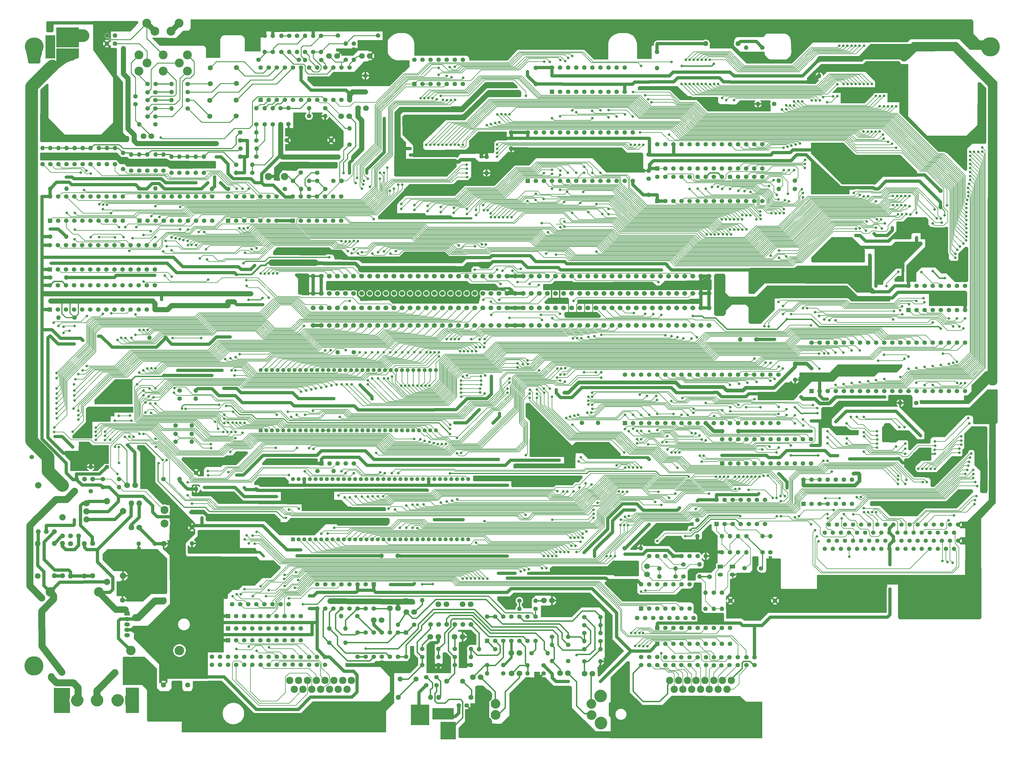
<source format=gbl>
G04 #@! TF.GenerationSoftware,KiCad,Pcbnew,7.0.7*
G04 #@! TF.CreationDate,2023-08-28T13:45:53+01:00*
G04 #@! TF.ProjectId,NeoGeoAES3_5,4e656f47-656f-4414-9553-335f352e6b69,BF1.1*
G04 #@! TF.SameCoordinates,Original*
G04 #@! TF.FileFunction,Copper,L2,Bot*
G04 #@! TF.FilePolarity,Positive*
%FSLAX46Y46*%
G04 Gerber Fmt 4.6, Leading zero omitted, Abs format (unit mm)*
G04 Created by KiCad (PCBNEW 7.0.7) date 2023-08-28 13:45:53*
%MOMM*%
%LPD*%
G01*
G04 APERTURE LIST*
G04 #@! TA.AperFunction,ComponentPad*
%ADD10C,1.400000*%
G04 #@! TD*
G04 #@! TA.AperFunction,ComponentPad*
%ADD11O,1.400000X1.400000*%
G04 #@! TD*
G04 #@! TA.AperFunction,ComponentPad*
%ADD12R,1.400000X1.400000*%
G04 #@! TD*
G04 #@! TA.AperFunction,ComponentPad*
%ADD13C,3.000000*%
G04 #@! TD*
G04 #@! TA.AperFunction,ComponentPad*
%ADD14C,1.600000*%
G04 #@! TD*
G04 #@! TA.AperFunction,ComponentPad*
%ADD15O,1.600000X1.600000*%
G04 #@! TD*
G04 #@! TA.AperFunction,ComponentPad*
%ADD16C,1.500000*%
G04 #@! TD*
G04 #@! TA.AperFunction,ComponentPad*
%ADD17C,1.800000*%
G04 #@! TD*
G04 #@! TA.AperFunction,ComponentPad*
%ADD18C,1.350000*%
G04 #@! TD*
G04 #@! TA.AperFunction,ComponentPad*
%ADD19C,2.000000*%
G04 #@! TD*
G04 #@! TA.AperFunction,ComponentPad*
%ADD20R,1.875396X2.889996*%
G04 #@! TD*
G04 #@! TA.AperFunction,ComponentPad*
%ADD21O,5.900000X5.600000*%
G04 #@! TD*
G04 #@! TA.AperFunction,ComponentPad*
%ADD22C,1.348000*%
G04 #@! TD*
G04 #@! TA.AperFunction,ComponentPad*
%ADD23C,2.300000*%
G04 #@! TD*
G04 #@! TA.AperFunction,ComponentPad*
%ADD24O,1.800000X1.800000*%
G04 #@! TD*
G04 #@! TA.AperFunction,ComponentPad*
%ADD25O,6.000000X6.000000*%
G04 #@! TD*
G04 #@! TA.AperFunction,ComponentPad*
%ADD26C,1.524000*%
G04 #@! TD*
G04 #@! TA.AperFunction,ComponentPad*
%ADD27R,4.820000X1.840000*%
G04 #@! TD*
G04 #@! TA.AperFunction,ComponentPad*
%ADD28R,4.000000X1.800000*%
G04 #@! TD*
G04 #@! TA.AperFunction,ComponentPad*
%ADD29R,1.800000X4.000000*%
G04 #@! TD*
G04 #@! TA.AperFunction,ComponentPad*
%ADD30C,1.905000*%
G04 #@! TD*
G04 #@! TA.AperFunction,ComponentPad*
%ADD31O,2.000000X1.905000*%
G04 #@! TD*
G04 #@! TA.AperFunction,ComponentPad*
%ADD32C,2.500000*%
G04 #@! TD*
G04 #@! TA.AperFunction,ComponentPad*
%ADD33O,2.000000X2.400000*%
G04 #@! TD*
G04 #@! TA.AperFunction,ComponentPad*
%ADD34O,2.400000X2.000000*%
G04 #@! TD*
G04 #@! TA.AperFunction,ComponentPad*
%ADD35R,1.700000X1.200000*%
G04 #@! TD*
G04 #@! TA.AperFunction,ComponentPad*
%ADD36O,1.700000X1.200000*%
G04 #@! TD*
G04 #@! TA.AperFunction,ComponentPad*
%ADD37R,1.300000X1.300000*%
G04 #@! TD*
G04 #@! TA.AperFunction,ComponentPad*
%ADD38O,1.300000X1.300000*%
G04 #@! TD*
G04 #@! TA.AperFunction,ComponentPad*
%ADD39C,1.320000*%
G04 #@! TD*
G04 #@! TA.AperFunction,ComponentPad*
%ADD40R,1.800000X1.275000*%
G04 #@! TD*
G04 #@! TA.AperFunction,ComponentPad*
%ADD41O,1.800000X1.275000*%
G04 #@! TD*
G04 #@! TA.AperFunction,ComponentPad*
%ADD42C,2.800000*%
G04 #@! TD*
G04 #@! TA.AperFunction,ViaPad*
%ADD43C,0.800000*%
G04 #@! TD*
G04 #@! TA.AperFunction,Conductor*
%ADD44C,0.160000*%
G04 #@! TD*
G04 #@! TA.AperFunction,Conductor*
%ADD45C,0.127000*%
G04 #@! TD*
G04 #@! TA.AperFunction,Conductor*
%ADD46C,0.300000*%
G04 #@! TD*
G04 #@! TA.AperFunction,Conductor*
%ADD47C,0.400000*%
G04 #@! TD*
G04 #@! TA.AperFunction,Conductor*
%ADD48C,1.000000*%
G04 #@! TD*
G04 #@! TA.AperFunction,Conductor*
%ADD49C,1.200000*%
G04 #@! TD*
G04 #@! TA.AperFunction,Conductor*
%ADD50C,1.600000*%
G04 #@! TD*
G04 #@! TA.AperFunction,Conductor*
%ADD51C,0.800000*%
G04 #@! TD*
G04 #@! TA.AperFunction,Conductor*
%ADD52C,0.250000*%
G04 #@! TD*
G04 #@! TA.AperFunction,Conductor*
%ADD53C,0.500000*%
G04 #@! TD*
G04 #@! TA.AperFunction,Conductor*
%ADD54C,4.000000*%
G04 #@! TD*
G04 #@! TA.AperFunction,Conductor*
%ADD55C,2.000000*%
G04 #@! TD*
G04 #@! TA.AperFunction,Conductor*
%ADD56C,1.800000*%
G04 #@! TD*
G04 #@! TA.AperFunction,Conductor*
%ADD57C,2.200000*%
G04 #@! TD*
G04 #@! TA.AperFunction,Conductor*
%ADD58C,0.200000*%
G04 #@! TD*
G04 APERTURE END LIST*
D10*
X139200000Y-48127500D03*
D11*
X139200000Y-43047500D03*
D10*
X131447500Y-48140000D03*
D11*
X126367500Y-48140000D03*
D10*
X198887500Y-220780000D03*
D11*
X193807500Y-220780000D03*
D10*
X64130000Y-80970000D03*
D11*
X64130000Y-75890000D03*
D10*
X92137500Y-178090000D03*
D11*
X92137500Y-183170000D03*
D12*
X237190000Y-231850000D03*
D10*
X239730000Y-231850000D03*
X242270000Y-231850000D03*
X244810000Y-231850000D03*
X247350000Y-231850000D03*
X249890000Y-231850000D03*
X252430000Y-231850000D03*
X254970000Y-231850000D03*
X257510000Y-231850000D03*
X260050000Y-231850000D03*
X158122500Y-218140000D03*
D11*
X163202500Y-218140000D03*
D10*
X197652500Y-234770000D03*
D11*
X202732500Y-234770000D03*
D12*
X237140000Y-82280000D03*
D10*
X239680000Y-82280000D03*
X242220000Y-82280000D03*
X244760000Y-82280000D03*
X247300000Y-82280000D03*
X249840000Y-82280000D03*
X252380000Y-82280000D03*
X254920000Y-82280000D03*
X257460000Y-82280000D03*
X260000000Y-82280000D03*
X262540000Y-82280000D03*
X265080000Y-82280000D03*
X267620000Y-82280000D03*
X270160000Y-82280000D03*
X270160000Y-74660000D03*
X267620000Y-74660000D03*
X265080000Y-74660000D03*
X262540000Y-74660000D03*
X260000000Y-74660000D03*
X257460000Y-74660000D03*
X254920000Y-74660000D03*
X252380000Y-74660000D03*
X249840000Y-74660000D03*
X247300000Y-74660000D03*
X244760000Y-74660000D03*
X242220000Y-74660000D03*
X239680000Y-74660000D03*
X237140000Y-74660000D03*
X267742500Y-238515000D03*
X267742500Y-236015000D03*
X268317500Y-136050000D03*
D11*
X263237500Y-136050000D03*
D10*
X141690000Y-43050000D03*
D11*
X141690000Y-48130000D03*
D13*
X46280000Y-215505000D03*
X61520000Y-215505000D03*
D14*
X52650000Y-200310000D03*
D15*
X52650000Y-210470000D03*
D10*
X163260000Y-235980000D03*
D11*
X168340000Y-235980000D03*
D16*
X50130000Y-197850000D03*
X52670000Y-197850000D03*
X55210000Y-197850000D03*
D10*
X163260000Y-238540000D03*
D11*
X168340000Y-238540000D03*
D12*
X74305000Y-98750000D03*
D10*
X76845000Y-98750000D03*
X79385000Y-98750000D03*
X81925000Y-98750000D03*
X84465000Y-98750000D03*
X87005000Y-98750000D03*
X89545000Y-98750000D03*
X92085000Y-98750000D03*
X94625000Y-98750000D03*
X97165000Y-98750000D03*
X97165000Y-91130000D03*
X94625000Y-91130000D03*
X92085000Y-91130000D03*
X89545000Y-91130000D03*
X87005000Y-91130000D03*
X84465000Y-91130000D03*
X81925000Y-91130000D03*
X79385000Y-91130000D03*
X76845000Y-91130000D03*
X74305000Y-91130000D03*
X59029600Y-183788300D03*
D11*
X53949600Y-183788300D03*
D16*
X54490000Y-179980000D03*
X59570000Y-179980000D03*
X57030000Y-179980000D03*
D17*
X153080000Y-220660000D03*
X155580000Y-220660000D03*
D10*
X79350000Y-60770000D03*
X76850000Y-60770000D03*
D12*
X285655000Y-152295000D03*
D10*
X288195000Y-152295000D03*
X290735000Y-152295000D03*
X293275000Y-152295000D03*
X295815000Y-152295000D03*
X298355000Y-152295000D03*
X300895000Y-152295000D03*
X303435000Y-152295000D03*
X305975000Y-152295000D03*
X308515000Y-152295000D03*
X311055000Y-152295000D03*
X313595000Y-152295000D03*
X316135000Y-152295000D03*
X318675000Y-152295000D03*
X321215000Y-152295000D03*
X323755000Y-152295000D03*
X326295000Y-152295000D03*
X328835000Y-152295000D03*
X331375000Y-152295000D03*
D18*
X333915000Y-152295000D03*
D10*
X333915000Y-137055000D03*
X331375000Y-137055000D03*
X328835000Y-137055000D03*
X326295000Y-137055000D03*
X323755000Y-137055000D03*
X321215000Y-137055000D03*
X318675000Y-137055000D03*
X316135000Y-137055000D03*
X313595000Y-137055000D03*
X311055000Y-137055000D03*
X308515000Y-137055000D03*
X305975000Y-137055000D03*
X303435000Y-137055000D03*
X300895000Y-137055000D03*
X298355000Y-137055000D03*
X295815000Y-137055000D03*
X293275000Y-137055000D03*
X290735000Y-137055000D03*
X288195000Y-137055000D03*
X285655000Y-137055000D03*
X76820000Y-83020000D03*
D11*
X76820000Y-77940000D03*
D10*
X209110000Y-232190000D03*
D11*
X204030000Y-232190000D03*
D10*
X61530000Y-80970000D03*
D11*
X61530000Y-75890000D03*
D10*
X188750000Y-241120000D03*
D11*
X183670000Y-241120000D03*
D10*
X66630000Y-80970000D03*
D11*
X66630000Y-75890000D03*
D17*
X147990000Y-224410000D03*
X150490000Y-224410000D03*
D10*
X214230000Y-223400000D03*
D11*
X219310000Y-223400000D03*
D12*
X283090000Y-187790000D03*
D10*
X285630000Y-187790000D03*
X288170000Y-187790000D03*
X290710000Y-187790000D03*
X293250000Y-187790000D03*
X295790000Y-187790000D03*
X298330000Y-187790000D03*
X298330000Y-180170000D03*
X295790000Y-180170000D03*
X293250000Y-180170000D03*
X290710000Y-180170000D03*
X288170000Y-180170000D03*
X285630000Y-180170000D03*
X283090000Y-180170000D03*
X104707500Y-235925000D03*
X104707500Y-238425000D03*
X132740400Y-88747600D03*
D11*
X127660400Y-88747600D03*
D10*
X201430000Y-241120000D03*
D11*
X196350000Y-241120000D03*
D12*
X227020000Y-162400000D03*
D10*
X229560000Y-162400000D03*
X232100000Y-162400000D03*
X234640000Y-162400000D03*
X237180000Y-162400000D03*
X239720000Y-162400000D03*
X242260000Y-162400000D03*
X244800000Y-162400000D03*
X247340000Y-162400000D03*
X249880000Y-162400000D03*
X252420000Y-162400000D03*
X254960000Y-162400000D03*
X257500000Y-162400000D03*
X260040000Y-162400000D03*
X262580000Y-162400000D03*
X265120000Y-162400000D03*
X267660000Y-162400000D03*
X270200000Y-162400000D03*
X272740000Y-162400000D03*
D18*
X275280000Y-162400000D03*
D10*
X275280000Y-147160000D03*
X272740000Y-147160000D03*
X270200000Y-147160000D03*
X267660000Y-147160000D03*
X265120000Y-147160000D03*
X262580000Y-147160000D03*
X260040000Y-147160000D03*
X257500000Y-147160000D03*
X254960000Y-147160000D03*
X252420000Y-147160000D03*
X249880000Y-147160000D03*
X247340000Y-147160000D03*
X244800000Y-147160000D03*
X242260000Y-147160000D03*
X239720000Y-147160000D03*
X237180000Y-147160000D03*
X234640000Y-147160000D03*
X232100000Y-147160000D03*
X229560000Y-147160000D03*
X227020000Y-147160000D03*
D16*
X173520000Y-225732500D03*
X176060000Y-225732500D03*
X178600000Y-225732500D03*
D12*
X46150000Y-114010000D03*
D10*
X48690000Y-114010000D03*
X51230000Y-114010000D03*
X53770000Y-114010000D03*
X56310000Y-114010000D03*
X58850000Y-114010000D03*
X61390000Y-114010000D03*
X63930000Y-114010000D03*
X66470000Y-114010000D03*
X69010000Y-114010000D03*
X71550000Y-114010000D03*
X74090000Y-114010000D03*
X76630000Y-114010000D03*
X79170000Y-114010000D03*
X79170000Y-106390000D03*
X76630000Y-106390000D03*
X74090000Y-106390000D03*
X71550000Y-106390000D03*
X69010000Y-106390000D03*
X66470000Y-106390000D03*
X63930000Y-106390000D03*
X61390000Y-106390000D03*
X58850000Y-106390000D03*
X56310000Y-106390000D03*
X53770000Y-106390000D03*
X51230000Y-106390000D03*
X48690000Y-106390000D03*
X46150000Y-106390000D03*
D12*
X204060000Y-58160000D03*
D10*
X206600000Y-58160000D03*
X209140000Y-58160000D03*
X211680000Y-58160000D03*
X214220000Y-58160000D03*
X216760000Y-58160000D03*
X219300000Y-58160000D03*
X221840000Y-58160000D03*
X224380000Y-58160000D03*
X226920000Y-58160000D03*
X226920000Y-50540000D03*
X224380000Y-50540000D03*
X221840000Y-50540000D03*
X219300000Y-50540000D03*
X216760000Y-50540000D03*
X214220000Y-50540000D03*
X211680000Y-50540000D03*
X209140000Y-50540000D03*
X206600000Y-50540000D03*
X204060000Y-50540000D03*
X64090000Y-43010000D03*
X64090000Y-40510000D03*
D19*
X53750000Y-249650000D03*
X61000000Y-249650000D03*
X68260000Y-249640000D03*
D20*
X51420000Y-249650000D03*
X70820000Y-249640000D03*
D10*
X114950000Y-235900000D03*
X114950000Y-238400000D03*
X262572500Y-203030000D03*
D11*
X262572500Y-197950000D03*
D21*
X41198800Y-43967400D03*
D17*
X173420000Y-229650000D03*
X175920000Y-229650000D03*
D10*
X242900200Y-210642200D03*
D11*
X237820200Y-210642200D03*
D22*
X289820000Y-196880000D03*
X291090000Y-194340000D03*
X292360000Y-196880000D03*
X293630000Y-194340000D03*
X294900000Y-196880000D03*
X296170000Y-194340000D03*
X297440000Y-196880000D03*
X298710000Y-194340000D03*
X299980000Y-196880000D03*
X301250000Y-194340000D03*
X302520000Y-196880000D03*
X303790000Y-194340000D03*
X305060000Y-196880000D03*
X306330000Y-194340000D03*
X307600000Y-196880000D03*
X308870000Y-194340000D03*
X310140000Y-196880000D03*
X311410000Y-194340000D03*
X312680000Y-196880000D03*
X313950000Y-194340000D03*
X315220000Y-196880000D03*
X316490000Y-194340000D03*
X317760000Y-196880000D03*
X319030000Y-194340000D03*
X320300000Y-196880000D03*
X321570000Y-194340000D03*
X322840000Y-196880000D03*
X324110000Y-194340000D03*
X325380000Y-196880000D03*
X326650000Y-194340000D03*
X327920000Y-196880000D03*
X329190000Y-194340000D03*
X330460000Y-196880000D03*
X331730000Y-194340000D03*
X289820000Y-201960000D03*
X291090000Y-199420000D03*
X292360000Y-201960000D03*
X293630000Y-199420000D03*
X294900000Y-201960000D03*
X296170000Y-199420000D03*
X297440000Y-201960000D03*
X298710000Y-199420000D03*
X299980000Y-201960000D03*
X301250000Y-199420000D03*
X302520000Y-201960000D03*
X303790000Y-199420000D03*
X305060000Y-201960000D03*
X306330000Y-199420000D03*
X307600000Y-201960000D03*
X308870000Y-199420000D03*
X310140000Y-201960000D03*
X311410000Y-199420000D03*
X312680000Y-201960000D03*
X313950000Y-199420000D03*
X315220000Y-201960000D03*
X316490000Y-199420000D03*
X317760000Y-201960000D03*
X319030000Y-199420000D03*
X320300000Y-201960000D03*
X321570000Y-199420000D03*
X322840000Y-201960000D03*
X324110000Y-199420000D03*
X325380000Y-201960000D03*
X326650000Y-199420000D03*
X327920000Y-201960000D03*
X329190000Y-199420000D03*
X330460000Y-201960000D03*
X331730000Y-199420000D03*
D12*
X232080000Y-220730000D03*
D10*
X234620000Y-220730000D03*
X237160000Y-220730000D03*
X239700000Y-220730000D03*
X242240000Y-220730000D03*
X244780000Y-220730000D03*
X247320000Y-220730000D03*
X247320000Y-213110000D03*
X244780000Y-213110000D03*
X242240000Y-213110000D03*
X239700000Y-213110000D03*
X237160000Y-213110000D03*
X234620000Y-213110000D03*
X232080000Y-213110000D03*
X237100000Y-45620000D03*
D11*
X237100000Y-50700000D03*
D10*
X86950000Y-154652500D03*
D11*
X92030000Y-154652500D03*
D12*
X102200000Y-227000000D03*
D10*
X104740000Y-227000000D03*
X107280000Y-227000000D03*
X109820000Y-227000000D03*
X112360000Y-227000000D03*
X114900000Y-227000000D03*
X117440000Y-227000000D03*
X119980000Y-227000000D03*
X122520000Y-227000000D03*
X125060000Y-227000000D03*
D12*
X183610000Y-230860000D03*
D10*
X186150000Y-230860000D03*
X188690000Y-230860000D03*
X191230000Y-230860000D03*
X193770000Y-230860000D03*
X196310000Y-230860000D03*
X198850000Y-230860000D03*
X198850000Y-223240000D03*
X196310000Y-223240000D03*
X193770000Y-223240000D03*
X191230000Y-223240000D03*
X188690000Y-223240000D03*
X186150000Y-223240000D03*
X183610000Y-223240000D03*
X97130000Y-238410000D03*
X97130000Y-235910000D03*
D14*
X104800000Y-50545000D03*
X104800000Y-55545000D03*
D10*
X160660000Y-225830000D03*
D11*
X155580000Y-225830000D03*
D10*
X112397500Y-235905000D03*
X112397500Y-238405000D03*
D17*
X158210000Y-221855000D03*
X160710000Y-221855000D03*
D10*
X234594400Y-204260000D03*
X237134400Y-204260000D03*
X239674400Y-204260000D03*
X242214400Y-204260000D03*
X244754400Y-204260000D03*
X247294400Y-204260000D03*
X249834400Y-204260000D03*
X252374400Y-204260000D03*
X131410000Y-40520000D03*
D11*
X131410000Y-45600000D03*
D10*
X254900000Y-236060000D03*
X254900000Y-238560000D03*
D12*
X196440000Y-86210000D03*
D10*
X198980000Y-86210000D03*
X201520000Y-86210000D03*
X204060000Y-86210000D03*
X206600000Y-86210000D03*
X209140000Y-86210000D03*
X211680000Y-86210000D03*
X214220000Y-86210000D03*
X216760000Y-86210000D03*
X219300000Y-86210000D03*
X221840000Y-86210000D03*
X224380000Y-86210000D03*
X226920000Y-86210000D03*
X229460000Y-86210000D03*
X229460000Y-70970000D03*
X226920000Y-70970000D03*
X224380000Y-70970000D03*
X221840000Y-70970000D03*
X219300000Y-70970000D03*
X216760000Y-70970000D03*
X214220000Y-70970000D03*
X211680000Y-70970000D03*
X209140000Y-70970000D03*
X206600000Y-70970000D03*
X204060000Y-70970000D03*
X201520000Y-70970000D03*
X198980000Y-70970000D03*
X196440000Y-70970000D03*
D14*
X50120000Y-210440000D03*
D15*
X50120000Y-200280000D03*
D10*
X140390000Y-74737500D03*
D11*
X140390000Y-69657500D03*
D10*
X46200000Y-103762500D03*
D11*
X51280000Y-103762500D03*
D17*
X179140000Y-242340000D03*
X181640000Y-242340000D03*
D12*
X112430000Y-60710000D03*
D10*
X114970000Y-60710000D03*
X117510000Y-60710000D03*
X120050000Y-60710000D03*
X122590000Y-60710000D03*
X125130000Y-60710000D03*
X127670000Y-60710000D03*
X130210000Y-60710000D03*
X132750000Y-60710000D03*
X135290000Y-60710000D03*
X137830000Y-60710000D03*
X140370000Y-60710000D03*
X140370000Y-50550000D03*
X137830000Y-50550000D03*
X135290000Y-50550000D03*
X132750000Y-50550000D03*
X130210000Y-50550000D03*
X127670000Y-50550000D03*
X125130000Y-50550000D03*
X122590000Y-50550000D03*
X120050000Y-50550000D03*
X117510000Y-50550000D03*
X114970000Y-50550000D03*
X112430000Y-50550000D03*
X167750000Y-242341400D03*
X167750000Y-244841400D03*
X191207500Y-70990000D03*
D11*
X191207500Y-76070000D03*
D23*
X260450000Y-243332000D03*
X257680000Y-243332000D03*
X254910000Y-243332000D03*
X252140000Y-243332000D03*
X249370000Y-243332000D03*
X246600000Y-243332000D03*
X243830000Y-243332000D03*
X241060000Y-243332000D03*
X259065000Y-246172000D03*
X256295000Y-246172000D03*
X253525000Y-246172000D03*
X250755000Y-246172000D03*
X247985000Y-246172000D03*
X245215000Y-246172000D03*
X242445000Y-246172000D03*
D10*
X239667500Y-236015000D03*
X239667500Y-238515000D03*
X69150000Y-82437500D03*
D11*
X69150000Y-77357500D03*
D10*
X99647500Y-235925000D03*
X99647500Y-238425000D03*
D17*
X71755000Y-195224400D03*
D24*
X71755000Y-187604400D03*
D10*
X92000000Y-83627500D03*
D11*
X92000000Y-78547500D03*
D19*
X69180000Y-190110000D03*
X69210000Y-210440000D03*
D25*
X341853800Y-44018200D03*
D10*
X64080000Y-176207500D03*
D11*
X59000000Y-176207500D03*
D10*
X89527500Y-63380000D03*
D11*
X84447500Y-63380000D03*
D17*
X165780000Y-229650000D03*
X168280000Y-229650000D03*
D10*
X245351300Y-210667600D03*
D11*
X250431300Y-210667600D03*
D10*
X155560000Y-204137500D03*
D11*
X150480000Y-204137500D03*
D17*
X206580000Y-241070000D03*
X209080000Y-241070000D03*
D10*
X130110000Y-235960000D03*
X130110000Y-238460000D03*
D14*
X59600000Y-200240000D03*
D15*
X59600000Y-210400000D03*
D10*
X273880000Y-61960000D03*
D11*
X268800000Y-61960000D03*
D10*
X214190000Y-237332500D03*
D11*
X219270000Y-237332500D03*
D10*
X257452500Y-203022200D03*
D11*
X257452500Y-197942200D03*
D10*
X270230000Y-203070000D03*
D11*
X270230000Y-197990000D03*
D10*
X245351300Y-206883000D03*
D11*
X250431300Y-206883000D03*
D17*
X175960000Y-219390000D03*
X178460000Y-219390000D03*
D10*
X86910000Y-83627500D03*
D11*
X86910000Y-78547500D03*
D10*
X262497500Y-236045000D03*
X262497500Y-238545000D03*
X249767500Y-192890000D03*
D11*
X249767500Y-197970000D03*
D17*
X137790000Y-65880000D03*
X140290000Y-65880000D03*
D12*
X102225000Y-98750000D03*
D10*
X104765000Y-98750000D03*
X107305000Y-98750000D03*
X109845000Y-98750000D03*
X112385000Y-98750000D03*
X114925000Y-98750000D03*
X117465000Y-98750000D03*
X117465000Y-91130000D03*
X114925000Y-91130000D03*
X112385000Y-91130000D03*
X109845000Y-91130000D03*
X107305000Y-91130000D03*
X104765000Y-91130000D03*
X102225000Y-91130000D03*
X79337500Y-68380000D03*
D11*
X74257500Y-68380000D03*
D17*
X81920000Y-218040000D03*
X81920366Y-200300000D03*
D10*
X183667400Y-238540000D03*
D11*
X188747400Y-238540000D03*
D10*
X53940000Y-80970000D03*
D11*
X53940000Y-75890000D03*
D14*
X170950000Y-243590000D03*
X175950000Y-243590000D03*
D10*
X201430000Y-238620000D03*
D11*
X196350000Y-238620000D03*
D10*
X94600000Y-83620000D03*
D11*
X94600000Y-78540000D03*
D10*
X106032500Y-70940000D03*
D11*
X111112500Y-70940000D03*
D10*
X104770000Y-81130000D03*
D11*
X109850000Y-81130000D03*
D10*
X173442500Y-238540000D03*
D11*
X178522500Y-238540000D03*
D17*
X74218800Y-195224400D03*
D24*
X74218800Y-187604400D03*
D10*
X257550000Y-164912500D03*
D11*
X262630000Y-164912500D03*
D10*
X134040000Y-227002500D03*
D11*
X139120000Y-227002500D03*
D10*
X121407500Y-40520000D03*
D11*
X121407500Y-45600000D03*
D26*
X128970000Y-116140000D03*
X131510000Y-116140000D03*
X134050000Y-116140000D03*
X136590000Y-116140000D03*
X139130000Y-116140000D03*
X141670000Y-116140000D03*
X144210000Y-116140000D03*
X146750000Y-116140000D03*
X149290000Y-116140000D03*
X151830000Y-116140000D03*
X154370000Y-116140000D03*
X156910000Y-116140000D03*
X159450000Y-116140000D03*
X161990000Y-116140000D03*
X164530000Y-116140000D03*
X167070000Y-116140000D03*
X169610000Y-116140000D03*
X172150000Y-116140000D03*
X174690000Y-116140000D03*
X177230000Y-116140000D03*
X179770000Y-116140000D03*
X182310000Y-116140000D03*
X184850000Y-116140000D03*
X187390000Y-116140000D03*
X189930000Y-116140000D03*
X192470000Y-116140000D03*
X195010000Y-116140000D03*
X197550000Y-116140000D03*
X200090000Y-116140000D03*
X202630000Y-116140000D03*
X205170000Y-116140000D03*
X207710000Y-116140000D03*
X210250000Y-116140000D03*
X212790000Y-116140000D03*
X215330000Y-116140000D03*
X217870000Y-116140000D03*
X220410000Y-116140000D03*
X222950000Y-116140000D03*
X225490000Y-116140000D03*
X228030000Y-116140000D03*
X230570000Y-116140000D03*
X233110000Y-116140000D03*
X235650000Y-116140000D03*
X238190000Y-116140000D03*
X240730000Y-116140000D03*
X243270000Y-116140000D03*
X245810000Y-116140000D03*
X248350000Y-116140000D03*
X250890000Y-116140000D03*
X253430000Y-116140000D03*
X128970000Y-121600000D03*
X131510000Y-121600000D03*
X134050000Y-121600000D03*
X136590000Y-121600000D03*
X139130000Y-121600000D03*
X141670000Y-121600000D03*
X144210000Y-121600000D03*
X146750000Y-121600000D03*
X149290000Y-121600000D03*
X151830000Y-121600000D03*
X154370000Y-121600000D03*
X156910000Y-121600000D03*
X159450000Y-121600000D03*
X161990000Y-121600000D03*
X164530000Y-121600000D03*
X167070000Y-121600000D03*
X169610000Y-121600000D03*
X172150000Y-121600000D03*
X174690000Y-121600000D03*
X177230000Y-121600000D03*
X179770000Y-121600000D03*
X182310000Y-121600000D03*
X184850000Y-121600000D03*
X187390000Y-121600000D03*
X189930000Y-121600000D03*
X192470000Y-121600000D03*
X195010000Y-121600000D03*
X197550000Y-121600000D03*
X200090000Y-121600000D03*
X202630000Y-121600000D03*
X205170000Y-121600000D03*
X207710000Y-121600000D03*
X210250000Y-121600000D03*
X212790000Y-121600000D03*
X215330000Y-121600000D03*
X217870000Y-121600000D03*
X220410000Y-121600000D03*
X222950000Y-121600000D03*
X225490000Y-121600000D03*
X228030000Y-121600000D03*
X230570000Y-121600000D03*
X233110000Y-121600000D03*
X235650000Y-121600000D03*
X238190000Y-121600000D03*
X240730000Y-121600000D03*
X243270000Y-121600000D03*
X245810000Y-121600000D03*
X248350000Y-121600000D03*
X250890000Y-121600000D03*
X253430000Y-121600000D03*
D10*
X174740000Y-251190000D03*
X177240000Y-251190000D03*
D23*
X120005000Y-84800000D03*
X114925000Y-84800000D03*
D17*
X75590000Y-72150000D03*
X78090000Y-72150000D03*
D10*
X86940000Y-152140000D03*
D11*
X92020000Y-152140000D03*
D10*
X249887500Y-236045000D03*
X249887500Y-238545000D03*
X124425000Y-48116060D03*
X111795000Y-48116060D03*
X74260000Y-88532500D03*
D11*
X79340000Y-88532500D03*
D10*
X136715000Y-40512883D03*
X149345000Y-40512883D03*
D12*
X160760000Y-55700000D03*
D10*
X163300000Y-55700000D03*
X165840000Y-55700000D03*
X168380000Y-55700000D03*
X170920000Y-55700000D03*
X173460000Y-55700000D03*
X176000000Y-55700000D03*
X176000000Y-48080000D03*
X173460000Y-48080000D03*
X170920000Y-48080000D03*
X168380000Y-48080000D03*
X165840000Y-48080000D03*
X163300000Y-48080000D03*
X160760000Y-48080000D03*
X134630000Y-73430000D03*
X120640000Y-73430000D03*
X130250000Y-83630000D03*
X125090000Y-83550000D03*
X71700000Y-83020000D03*
D11*
X71700000Y-77940000D03*
D17*
X191320000Y-241110000D03*
X193820000Y-241110000D03*
D10*
X214230000Y-228440000D03*
D11*
X219310000Y-228440000D03*
D27*
X51275000Y-47430000D03*
D28*
X51295000Y-41440000D03*
D29*
X46395000Y-44580000D03*
D14*
X81900000Y-244760000D03*
X89510000Y-244740000D03*
X96570000Y-50595000D03*
X96570000Y-55595000D03*
D17*
X70480000Y-181950000D03*
X72980000Y-181950000D03*
D19*
X50090000Y-192035000D03*
X42470000Y-192035000D03*
X50120000Y-181995000D03*
X42500000Y-181995000D03*
D10*
X242207500Y-236025000D03*
X242207500Y-238525000D03*
D13*
X86910000Y-233935000D03*
X71670000Y-233935000D03*
D30*
X57650000Y-192725000D03*
D31*
X57650000Y-190185000D03*
X57650000Y-187645000D03*
D10*
X90867500Y-195200000D03*
D11*
X90867500Y-200280000D03*
D16*
X42540000Y-196530000D03*
X45080000Y-196530000D03*
X47620000Y-196530000D03*
D10*
X56440000Y-80970000D03*
D11*
X56440000Y-75890000D03*
D10*
X113720000Y-40522500D03*
D11*
X113720000Y-45602500D03*
D10*
X193802000Y-218287600D03*
D11*
X198882000Y-218287600D03*
D16*
X216490000Y-251220000D03*
X186350000Y-251220000D03*
D32*
X218980000Y-248770000D03*
X218980000Y-256240000D03*
X183930000Y-248740000D03*
X183930000Y-256210000D03*
D16*
X186350000Y-253760000D03*
X216490000Y-253760000D03*
D23*
X141005200Y-243332000D03*
X138235200Y-243332000D03*
X135465200Y-243332000D03*
X132695200Y-243332000D03*
X129925200Y-243332000D03*
X127155200Y-243332000D03*
X124385200Y-243332000D03*
X121615200Y-243332000D03*
X139620200Y-246172000D03*
X136850200Y-246172000D03*
X134080200Y-246172000D03*
X131310200Y-246172000D03*
X128540200Y-246172000D03*
X125770200Y-246172000D03*
X123000200Y-246172000D03*
D10*
X48870000Y-80970000D03*
D11*
X48870000Y-75890000D03*
D10*
X163260000Y-233400000D03*
D11*
X168340000Y-233400000D03*
D17*
X143067400Y-63373000D03*
X145567400Y-63373000D03*
D10*
X270180000Y-44290000D03*
D11*
X265100000Y-44290000D03*
D10*
X123907500Y-40530000D03*
D11*
X123907500Y-45610000D03*
D10*
X79355000Y-58377500D03*
X76855000Y-58377500D03*
D14*
X104740000Y-60815000D03*
X104740000Y-65815000D03*
D10*
X126400000Y-45600000D03*
D11*
X126400000Y-40520000D03*
D10*
X116270000Y-45610000D03*
D11*
X116270000Y-40530000D03*
D10*
X89477500Y-55690000D03*
D11*
X84397500Y-55690000D03*
D10*
X234600000Y-235980000D03*
X234600000Y-238480000D03*
X234467400Y-85560000D03*
D11*
X234467400Y-90640000D03*
D10*
X106052500Y-76030000D03*
D11*
X111132500Y-76030000D03*
D12*
X237190000Y-226820000D03*
D10*
X239730000Y-226820000D03*
X242270000Y-226820000D03*
X244810000Y-226820000D03*
X247350000Y-226820000D03*
X249890000Y-226820000D03*
X252430000Y-226820000D03*
X254970000Y-226820000D03*
X257510000Y-226820000D03*
X260050000Y-226820000D03*
X85690000Y-168242500D03*
D11*
X90770000Y-168242500D03*
D10*
X244720000Y-236020000D03*
X244720000Y-238520000D03*
X272742500Y-203070000D03*
D11*
X272742500Y-197990000D03*
D10*
X183507500Y-78630000D03*
D11*
X183507500Y-83710000D03*
D12*
X102200000Y-223120000D03*
D10*
X104740000Y-223120000D03*
X107280000Y-223120000D03*
X109820000Y-223120000D03*
X112360000Y-223120000D03*
X114900000Y-223120000D03*
X117440000Y-223120000D03*
X119980000Y-223120000D03*
X122520000Y-223120000D03*
X125060000Y-223120000D03*
X252440000Y-236050000D03*
X252440000Y-238550000D03*
X134040000Y-231462500D03*
D11*
X139120000Y-231462500D03*
D10*
X111112500Y-68390000D03*
D11*
X111112500Y-63310000D03*
D10*
X118687500Y-63340000D03*
D11*
X118687500Y-68420000D03*
D16*
X137810000Y-86180000D03*
D10*
X127637500Y-235955000D03*
X127637500Y-238455000D03*
X257307500Y-236055000D03*
X257307500Y-238555000D03*
X145402500Y-58210000D03*
D11*
X145402500Y-53130000D03*
D10*
X102167500Y-235925000D03*
X102167500Y-238425000D03*
X232082500Y-238475000D03*
X232082500Y-235975000D03*
X230790000Y-223730000D03*
X233330000Y-223730000D03*
X235870000Y-223730000D03*
X238410000Y-223730000D03*
X240950000Y-223730000D03*
X243490000Y-223730000D03*
X246030000Y-223730000D03*
X248570000Y-223730000D03*
X280400000Y-86117500D03*
D11*
X275320000Y-86117500D03*
D10*
X219303600Y-230960000D03*
D11*
X214223600Y-230960000D03*
D10*
X111117500Y-73480000D03*
D11*
X106037500Y-73480000D03*
D33*
X162420000Y-254570000D03*
D34*
X169520000Y-254570000D03*
D33*
X170700000Y-258530000D03*
D12*
X237110000Y-92510000D03*
D10*
X239650000Y-92510000D03*
X242190000Y-92510000D03*
X244730000Y-92510000D03*
X247270000Y-92510000D03*
X249810000Y-92510000D03*
X252350000Y-92510000D03*
X254890000Y-92510000D03*
X257430000Y-92510000D03*
X259970000Y-92510000D03*
X262510000Y-92510000D03*
X265050000Y-92510000D03*
X267590000Y-92510000D03*
X270130000Y-92510000D03*
X270130000Y-84890000D03*
X267590000Y-84890000D03*
X265050000Y-84890000D03*
X262510000Y-84890000D03*
X259970000Y-84890000D03*
X257430000Y-84890000D03*
X254890000Y-84890000D03*
X252350000Y-84890000D03*
X249810000Y-84890000D03*
X247270000Y-84890000D03*
X244730000Y-84890000D03*
X242190000Y-84890000D03*
X239650000Y-84890000D03*
X237110000Y-84890000D03*
X237820200Y-208108300D03*
D11*
X242900200Y-208108300D03*
D10*
X118930000Y-45607500D03*
D11*
X118930000Y-40527500D03*
D12*
X147980000Y-213070000D03*
D10*
X145440000Y-213070000D03*
X142900000Y-213070000D03*
X140360000Y-213070000D03*
X137820000Y-213070000D03*
X135280000Y-213070000D03*
X132740000Y-213070000D03*
X130200000Y-213070000D03*
X130200000Y-220690000D03*
X132740000Y-220690000D03*
X135280000Y-220690000D03*
X137820000Y-220690000D03*
X140360000Y-220690000D03*
X142900000Y-220690000D03*
X145440000Y-220690000D03*
X147980000Y-220690000D03*
X326240000Y-89350000D03*
D11*
X326240000Y-94430000D03*
D10*
X122605800Y-86182200D03*
D11*
X127685800Y-86182200D03*
D10*
X132702500Y-238435000D03*
X132702500Y-235935000D03*
X62822500Y-182530000D03*
D11*
X67902500Y-182530000D03*
D17*
X191270000Y-234740000D03*
X193770000Y-234740000D03*
D10*
X89487500Y-58280000D03*
D11*
X84407500Y-58280000D03*
D10*
X85680000Y-163182500D03*
D11*
X90760000Y-163182500D03*
D17*
X42341800Y-210515200D03*
D24*
X42341800Y-200355200D03*
D10*
X127640000Y-65802500D03*
D11*
X132720000Y-65802500D03*
D10*
X76835000Y-65932500D03*
X79335000Y-65932500D03*
X43840000Y-80970000D03*
D11*
X43840000Y-75890000D03*
D10*
X142870000Y-223137500D03*
D11*
X137790000Y-223137500D03*
D10*
X117477500Y-235895000D03*
X117477500Y-238395000D03*
X85690000Y-165760000D03*
D11*
X90770000Y-165760000D03*
D10*
X51410000Y-80970000D03*
D11*
X51410000Y-75890000D03*
D10*
X82530000Y-135597500D03*
D11*
X77450000Y-135597500D03*
D35*
X257000000Y-207518000D03*
D36*
X257000000Y-210058000D03*
D10*
X109800000Y-235920000D03*
X109800000Y-238420000D03*
D37*
X112404000Y-164720000D03*
D38*
X114182000Y-164720000D03*
X115960000Y-164720000D03*
X117738000Y-164720000D03*
X119516000Y-164720000D03*
X121294000Y-164720000D03*
X123072000Y-164720000D03*
X124850000Y-164720000D03*
X126628000Y-164720000D03*
X128406000Y-164720000D03*
X130184000Y-164720000D03*
X131962000Y-164720000D03*
X133740000Y-164720000D03*
X135518000Y-164720000D03*
X137296000Y-164720000D03*
X139074000Y-164720000D03*
X140852000Y-164720000D03*
X142630000Y-164720000D03*
X144408000Y-164720000D03*
X146186000Y-164720000D03*
X147964000Y-164720000D03*
X149742000Y-164720000D03*
X151520000Y-164720000D03*
X153298000Y-164720000D03*
X155076000Y-164720000D03*
X156854000Y-164720000D03*
X158632000Y-164720000D03*
X160410000Y-164720000D03*
X162188000Y-164720000D03*
X163966000Y-164720000D03*
X165744000Y-164720000D03*
X167522000Y-164720000D03*
X167522000Y-145720000D03*
X165744000Y-145720000D03*
X163966000Y-145720000D03*
X162188000Y-145720000D03*
X160410000Y-145720000D03*
X158632000Y-145720000D03*
X156854000Y-145720000D03*
X155076000Y-145720000D03*
X153298000Y-145720000D03*
X151520000Y-145720000D03*
X149742000Y-145720000D03*
X147964000Y-145720000D03*
X146186000Y-145720000D03*
X144408000Y-145720000D03*
X142630000Y-145720000D03*
X140852000Y-145720000D03*
X139074000Y-145720000D03*
X137296000Y-145720000D03*
X135518000Y-145720000D03*
X133740000Y-145720000D03*
X131962000Y-145720000D03*
X130184000Y-145720000D03*
X128406000Y-145720000D03*
X126628000Y-145720000D03*
X124850000Y-145720000D03*
X123072000Y-145720000D03*
X121294000Y-145720000D03*
X119516000Y-145720000D03*
X117738000Y-145720000D03*
X115960000Y-145720000D03*
X114182000Y-145720000D03*
X112404000Y-145720000D03*
D17*
X214250000Y-241180000D03*
X216750000Y-241180000D03*
D12*
X257570000Y-175110000D03*
D10*
X260110000Y-175110000D03*
X262650000Y-175110000D03*
X265190000Y-175110000D03*
X267730000Y-175110000D03*
X270270000Y-175110000D03*
X272810000Y-175110000D03*
X275350000Y-175110000D03*
X277890000Y-175110000D03*
X280430000Y-175110000D03*
X282970000Y-175110000D03*
X285510000Y-175110000D03*
X285510000Y-167490000D03*
X282970000Y-167490000D03*
X280430000Y-167490000D03*
X277890000Y-167490000D03*
X275350000Y-167490000D03*
X272810000Y-167490000D03*
X270270000Y-167490000D03*
X267730000Y-167490000D03*
X265190000Y-167490000D03*
X262650000Y-167490000D03*
D39*
X260110000Y-167490000D03*
D10*
X257570000Y-167490000D03*
X79390000Y-83020000D03*
D11*
X79390000Y-77940000D03*
D10*
X318617600Y-156083000D03*
D11*
X313537600Y-156083000D03*
D10*
X53940000Y-129230000D03*
D11*
X48860000Y-129230000D03*
D16*
X165830000Y-225752500D03*
X168370000Y-225752500D03*
X170910000Y-225752500D03*
D17*
X133980000Y-46900000D03*
X136480000Y-46900000D03*
D10*
X132750000Y-63330000D03*
D11*
X127670000Y-63330000D03*
D10*
X173442500Y-233400000D03*
D11*
X178522500Y-233400000D03*
D10*
X247300000Y-236030000D03*
X247300000Y-238530000D03*
X257479800Y-215734900D03*
D11*
X257479800Y-220814900D03*
D17*
X144230000Y-46880000D03*
X146730000Y-46880000D03*
D14*
X262550000Y-43050000D03*
D15*
X252390000Y-43050000D03*
D12*
X46230000Y-98750000D03*
D10*
X48770000Y-98750000D03*
X51310000Y-98750000D03*
X53850000Y-98750000D03*
X56390000Y-98750000D03*
X58930000Y-98750000D03*
X61470000Y-98750000D03*
X64010000Y-98750000D03*
X66550000Y-98750000D03*
X69090000Y-98750000D03*
X69090000Y-91130000D03*
X66550000Y-91130000D03*
X64010000Y-91130000D03*
X61470000Y-91130000D03*
X58930000Y-91130000D03*
X56390000Y-91130000D03*
X53850000Y-91130000D03*
X51310000Y-91130000D03*
X48770000Y-91130000D03*
X46230000Y-91130000D03*
X102200000Y-88697500D03*
D11*
X97120000Y-88697500D03*
D40*
X70408800Y-222333400D03*
D41*
X70408800Y-224033400D03*
X70408800Y-225733400D03*
X70408800Y-227433400D03*
X70408800Y-229133400D03*
D10*
X84410000Y-83617500D03*
D11*
X84410000Y-78537500D03*
D10*
X120000000Y-235880000D03*
X120000000Y-238380000D03*
X89507500Y-60810000D03*
D11*
X84427500Y-60810000D03*
D10*
X125080000Y-235950000D03*
X125080000Y-238450000D03*
X226890000Y-201752500D03*
D11*
X231970000Y-201752500D03*
D10*
X214223600Y-233510000D03*
D11*
X219303600Y-233510000D03*
D10*
X141740000Y-140117500D03*
D11*
X136660000Y-140117500D03*
D42*
X74130000Y-46540000D03*
X81750000Y-46540000D03*
X89370000Y-46540000D03*
X76670000Y-49080000D03*
X86830000Y-49080000D03*
X74130000Y-51620000D03*
X89370000Y-51620000D03*
X81750000Y-51620000D03*
X76660000Y-36540000D03*
X79200000Y-39080000D03*
X84280000Y-39080000D03*
X86820000Y-36540000D03*
D32*
X82210000Y-193940000D03*
X82200000Y-189740000D03*
D12*
X46150000Y-126680000D03*
D10*
X48690000Y-126680000D03*
X51230000Y-126680000D03*
X53770000Y-126680000D03*
X56310000Y-126680000D03*
X58850000Y-126680000D03*
X61390000Y-126680000D03*
X63930000Y-126680000D03*
X66470000Y-126680000D03*
X69010000Y-126680000D03*
X71550000Y-126680000D03*
X74090000Y-126680000D03*
X76630000Y-126680000D03*
X79170000Y-126680000D03*
X79170000Y-119060000D03*
X76630000Y-119060000D03*
X74090000Y-119060000D03*
X71550000Y-119060000D03*
X69010000Y-119060000D03*
X66470000Y-119060000D03*
X63930000Y-119060000D03*
X61390000Y-119060000D03*
X58850000Y-119060000D03*
X56310000Y-119060000D03*
X53770000Y-119060000D03*
X51230000Y-119060000D03*
X48690000Y-119060000D03*
X46150000Y-119060000D03*
X79197200Y-200329800D03*
D11*
X74117200Y-200329800D03*
D10*
X164500000Y-242340000D03*
X164500000Y-244840000D03*
X40436800Y-173050200D03*
D11*
X45516800Y-173050200D03*
D10*
X260180000Y-218260000D03*
X274170000Y-218260000D03*
X264560000Y-208060000D03*
X269720000Y-208140000D03*
X280507500Y-143720000D03*
D11*
X280507500Y-148800000D03*
D10*
X79345000Y-63417500D03*
X76845000Y-63417500D03*
X73062500Y-62095000D03*
X73062500Y-59595000D03*
X113712500Y-68400000D03*
D11*
X113712500Y-63320000D03*
D14*
X47570000Y-210440000D03*
D15*
X47570000Y-200280000D03*
D10*
X252304300Y-220802200D03*
D11*
X252304300Y-215722200D03*
D10*
X81880000Y-180012500D03*
D11*
X86960000Y-180012500D03*
D17*
X233914400Y-207443200D03*
X233914400Y-209943200D03*
D10*
X109847500Y-83630000D03*
D11*
X104767500Y-83630000D03*
D10*
X46340000Y-80970000D03*
D11*
X46340000Y-75890000D03*
D25*
X41148000Y-238785400D03*
D14*
X155670000Y-248650000D03*
D15*
X165830000Y-248650000D03*
D19*
X64130000Y-186950000D03*
X64130000Y-212350000D03*
D10*
X120065800Y-88728300D03*
D11*
X125145800Y-88728300D03*
D14*
X156280000Y-242910000D03*
X161280000Y-242910000D03*
D10*
X213470000Y-162310000D03*
D11*
X218550000Y-162310000D03*
D10*
X173442500Y-235980000D03*
D11*
X178522500Y-235980000D03*
D10*
X66637500Y-40515000D03*
X66637500Y-43015000D03*
X116282500Y-68390000D03*
D11*
X116282500Y-63310000D03*
D10*
X81860000Y-83020000D03*
D11*
X81860000Y-77940000D03*
D10*
X46220000Y-116552500D03*
D11*
X51300000Y-116552500D03*
D10*
X79375000Y-55757500D03*
X76875000Y-55757500D03*
X265176000Y-197942200D03*
D11*
X265176000Y-203022200D03*
D10*
X46290000Y-88612500D03*
D11*
X51370000Y-88612500D03*
D10*
X288037500Y-48120000D03*
D11*
X288037500Y-53200000D03*
D12*
X131580000Y-175060000D03*
D10*
X134120000Y-175060000D03*
X136660000Y-175060000D03*
X139200000Y-175060000D03*
X141740000Y-175060000D03*
X74290000Y-83020000D03*
D11*
X74290000Y-77940000D03*
D10*
X107257500Y-235925000D03*
X107257500Y-238425000D03*
X111117500Y-78580000D03*
D11*
X106037500Y-78580000D03*
D10*
X121184100Y-68326800D03*
D11*
X121184100Y-63246800D03*
D10*
X122517500Y-235875000D03*
X122517500Y-238375000D03*
X280380000Y-88737500D03*
D11*
X275300000Y-88737500D03*
D10*
X62822500Y-180010000D03*
D11*
X67902500Y-180010000D03*
D10*
X265150000Y-236030000D03*
X265150000Y-238530000D03*
X259820000Y-236050000D03*
X259820000Y-238550000D03*
D12*
X316165000Y-126870000D03*
D10*
X318705000Y-126870000D03*
X321245000Y-126870000D03*
X323785000Y-126870000D03*
X326325000Y-126870000D03*
X328865000Y-126870000D03*
X331405000Y-126870000D03*
X333945000Y-126870000D03*
X333945000Y-119250000D03*
X331405000Y-119250000D03*
X328865000Y-119250000D03*
X326325000Y-119250000D03*
X323785000Y-119250000D03*
X321245000Y-119250000D03*
X318705000Y-119250000D03*
X316165000Y-119250000D03*
X259990000Y-203022200D03*
D11*
X259990000Y-197942200D03*
D10*
X204072500Y-229650000D03*
D11*
X209152500Y-229650000D03*
D17*
X201510000Y-218230000D03*
X204010000Y-218230000D03*
D35*
X260760000Y-207518000D03*
D36*
X260760000Y-210058000D03*
D10*
X135280400Y-86156800D03*
D11*
X130200400Y-86156800D03*
D10*
X58960000Y-80970000D03*
D11*
X58960000Y-75890000D03*
D14*
X96450000Y-60895000D03*
X96450000Y-65895000D03*
D26*
X128970000Y-126170000D03*
X131510000Y-126170000D03*
X134050000Y-126170000D03*
X136590000Y-126170000D03*
X139130000Y-126170000D03*
X141670000Y-126170000D03*
X144210000Y-126170000D03*
X146750000Y-126170000D03*
X149290000Y-126170000D03*
X151830000Y-126170000D03*
X154370000Y-126170000D03*
X156910000Y-126170000D03*
X159450000Y-126170000D03*
X161990000Y-126170000D03*
X164530000Y-126170000D03*
X167070000Y-126170000D03*
X169610000Y-126170000D03*
X172150000Y-126170000D03*
X174690000Y-126170000D03*
X177230000Y-126170000D03*
X179770000Y-126170000D03*
X182310000Y-126170000D03*
X184850000Y-126170000D03*
X187390000Y-126170000D03*
X189930000Y-126170000D03*
X192470000Y-126170000D03*
X195010000Y-126170000D03*
X197550000Y-126170000D03*
X200090000Y-126170000D03*
X202630000Y-126170000D03*
X205170000Y-126170000D03*
X207710000Y-126170000D03*
X210250000Y-126170000D03*
X212790000Y-126170000D03*
X215330000Y-126170000D03*
X217870000Y-126170000D03*
X220410000Y-126170000D03*
X222950000Y-126170000D03*
X225490000Y-126170000D03*
X228030000Y-126170000D03*
X230570000Y-126170000D03*
X233110000Y-126170000D03*
X235650000Y-126170000D03*
X238190000Y-126170000D03*
X240730000Y-126170000D03*
X243270000Y-126170000D03*
X245810000Y-126170000D03*
X248350000Y-126170000D03*
X250890000Y-126170000D03*
X253430000Y-126170000D03*
X128970000Y-131630000D03*
X131510000Y-131630000D03*
X134050000Y-131630000D03*
X136590000Y-131630000D03*
X139130000Y-131630000D03*
X141670000Y-131630000D03*
X144210000Y-131630000D03*
X146750000Y-131630000D03*
X149290000Y-131630000D03*
X151830000Y-131630000D03*
X154370000Y-131630000D03*
X156910000Y-131630000D03*
X159450000Y-131630000D03*
X161990000Y-131630000D03*
X164530000Y-131630000D03*
X167070000Y-131630000D03*
X169610000Y-131630000D03*
X172150000Y-131630000D03*
X174690000Y-131630000D03*
X177230000Y-131630000D03*
X179770000Y-131630000D03*
X182310000Y-131630000D03*
X184850000Y-131630000D03*
X187390000Y-131630000D03*
X189930000Y-131630000D03*
X192470000Y-131630000D03*
X195010000Y-131630000D03*
X197550000Y-131630000D03*
X200090000Y-131630000D03*
X202630000Y-131630000D03*
X205170000Y-131630000D03*
X207710000Y-131630000D03*
X210250000Y-131630000D03*
X212790000Y-131630000D03*
X215330000Y-131630000D03*
X217870000Y-131630000D03*
X220410000Y-131630000D03*
X222950000Y-131630000D03*
X225490000Y-131630000D03*
X228030000Y-131630000D03*
X230570000Y-131630000D03*
X233110000Y-131630000D03*
X235650000Y-131630000D03*
X238190000Y-131630000D03*
X240730000Y-131630000D03*
X243270000Y-131630000D03*
X245810000Y-131630000D03*
X248350000Y-131630000D03*
X250890000Y-131630000D03*
X253430000Y-131630000D03*
D17*
X168340000Y-219390000D03*
X170840000Y-219390000D03*
D10*
X198927500Y-50620000D03*
D11*
X198927500Y-55700000D03*
D37*
X122636000Y-198980000D03*
D38*
X124414000Y-198980000D03*
X126192000Y-198980000D03*
X127970000Y-198980000D03*
X129748000Y-198980000D03*
X131526000Y-198980000D03*
X133304000Y-198980000D03*
X135082000Y-198980000D03*
X136860000Y-198980000D03*
X138638000Y-198980000D03*
X140416000Y-198980000D03*
X142194000Y-198980000D03*
X143972000Y-198980000D03*
X145750000Y-198980000D03*
X147528000Y-198980000D03*
X149306000Y-198980000D03*
X151084000Y-198980000D03*
X152862000Y-198980000D03*
X154640000Y-198980000D03*
X156418000Y-198980000D03*
X158196000Y-198980000D03*
X159974000Y-198980000D03*
X161752000Y-198980000D03*
X163530000Y-198980000D03*
X165308000Y-198980000D03*
X167086000Y-198980000D03*
X168864000Y-198980000D03*
X170642000Y-198980000D03*
X172420000Y-198980000D03*
X174198000Y-198980000D03*
X175976000Y-198980000D03*
X177754000Y-198980000D03*
X177754000Y-179980000D03*
X175976000Y-179980000D03*
X174198000Y-179980000D03*
X172420000Y-179980000D03*
X170642000Y-179980000D03*
X168864000Y-179980000D03*
X167086000Y-179980000D03*
X165308000Y-179980000D03*
X163530000Y-179980000D03*
X161752000Y-179980000D03*
X159974000Y-179980000D03*
X158196000Y-179980000D03*
X156418000Y-179980000D03*
X154640000Y-179980000D03*
X152862000Y-179980000D03*
X151084000Y-179980000D03*
X149306000Y-179980000D03*
X147528000Y-179980000D03*
X145750000Y-179980000D03*
X143972000Y-179980000D03*
X142194000Y-179980000D03*
X140416000Y-179980000D03*
X138638000Y-179980000D03*
X136860000Y-179980000D03*
X135082000Y-179980000D03*
X133304000Y-179980000D03*
X131526000Y-179980000D03*
X129748000Y-179980000D03*
X127970000Y-179980000D03*
X126192000Y-179980000D03*
X124414000Y-179980000D03*
X122636000Y-179980000D03*
D10*
X234467400Y-77927200D03*
D11*
X234467400Y-83007200D03*
D14*
X64026400Y-218089000D03*
X69026400Y-218089000D03*
D10*
X209110000Y-237250000D03*
D11*
X204030000Y-237250000D03*
D10*
X130262500Y-177500000D03*
D11*
X135342500Y-177500000D03*
D10*
X237160000Y-236010000D03*
X237160000Y-238510000D03*
X254889000Y-215734900D03*
D11*
X254889000Y-220814900D03*
D12*
X158125000Y-228290000D03*
D10*
X155585000Y-228290000D03*
X153045000Y-228290000D03*
X150505000Y-228290000D03*
X147965000Y-228290000D03*
X145425000Y-228290000D03*
X142885000Y-228290000D03*
X142885000Y-235910000D03*
X145425000Y-235910000D03*
X147965000Y-235910000D03*
X150505000Y-235910000D03*
X153045000Y-235910000D03*
X155585000Y-235910000D03*
X158125000Y-235910000D03*
D12*
X122525000Y-98750000D03*
D10*
X125065000Y-98750000D03*
X127605000Y-98750000D03*
X130145000Y-98750000D03*
X132685000Y-98750000D03*
X135225000Y-98750000D03*
X137765000Y-98750000D03*
X137765000Y-91130000D03*
X135225000Y-91130000D03*
X132685000Y-91130000D03*
X130145000Y-91130000D03*
X127605000Y-91130000D03*
X125065000Y-91130000D03*
X122525000Y-91130000D03*
X128910000Y-45600000D03*
D11*
X128910000Y-40520000D03*
D10*
X103500000Y-219390000D03*
X106040000Y-219390000D03*
X108580000Y-219390000D03*
X111120000Y-219390000D03*
X113660000Y-219390000D03*
X116200000Y-219390000D03*
X118740000Y-219390000D03*
X121280000Y-219390000D03*
D12*
X255745000Y-194140000D03*
D10*
X258285000Y-194140000D03*
X260825000Y-194140000D03*
X263365000Y-194140000D03*
X265905000Y-194140000D03*
X268445000Y-194140000D03*
X270985000Y-194140000D03*
X270985000Y-186520000D03*
X268445000Y-186520000D03*
X265905000Y-186520000D03*
X263365000Y-186520000D03*
X260825000Y-186520000D03*
X258285000Y-186520000D03*
X255745000Y-186520000D03*
X214230000Y-225940000D03*
D11*
X219310000Y-225940000D03*
D10*
X186197500Y-233480000D03*
D11*
X181117500Y-233480000D03*
D14*
X56990000Y-210480000D03*
D15*
X56990000Y-200320000D03*
D12*
X102200000Y-230690000D03*
D10*
X104740000Y-230690000D03*
X107280000Y-230690000D03*
X109820000Y-230690000D03*
X112360000Y-230690000D03*
X114900000Y-230690000D03*
X117440000Y-230690000D03*
X119980000Y-230690000D03*
X122520000Y-230690000D03*
X125060000Y-230690000D03*
X89450000Y-83630000D03*
D11*
X89450000Y-78550000D03*
D16*
X253568200Y-210718400D03*
D14*
X178550000Y-248630000D03*
D15*
X168390000Y-248630000D03*
D43*
X111160000Y-234000000D03*
X108710000Y-232650000D03*
X115060000Y-232960000D03*
X104810000Y-233430000D03*
X238410000Y-234800000D03*
X56570000Y-136390000D03*
X293080000Y-154320000D03*
X194820000Y-109730000D03*
X86330000Y-145820000D03*
X293170000Y-48100000D03*
X176020000Y-215620000D03*
X274730000Y-173260000D03*
X100830000Y-151510000D03*
X314260000Y-84330000D03*
X189990000Y-204210000D03*
X302150000Y-104680000D03*
X257470000Y-172590000D03*
X47740000Y-166670000D03*
X75650000Y-169850000D03*
X141130000Y-118560000D03*
X310280000Y-214590000D03*
X190000000Y-211190000D03*
X117460000Y-174980000D03*
X272790000Y-115330000D03*
X269060000Y-184620000D03*
X51470000Y-110220000D03*
X165240000Y-175670000D03*
X281120000Y-113510000D03*
X117460000Y-185500000D03*
X308710000Y-154220000D03*
X99820000Y-86770000D03*
X240310000Y-112650000D03*
X135290000Y-215570000D03*
X43680000Y-164170000D03*
X217410000Y-204280000D03*
X268320000Y-115510000D03*
X316180000Y-98950000D03*
X293880000Y-172620000D03*
X272960000Y-78050000D03*
X98425000Y-78625000D03*
X81260000Y-123540000D03*
X157480000Y-66540000D03*
X190070000Y-181940000D03*
X250470000Y-151020000D03*
X93950000Y-192180000D03*
X100200000Y-223110000D03*
X293270000Y-161940000D03*
X298960000Y-86780000D03*
X135310000Y-108370000D03*
X226920000Y-189720000D03*
X53340000Y-169930000D03*
X151300000Y-66540000D03*
X206330000Y-174060000D03*
X151260000Y-215610000D03*
X239670000Y-53210000D03*
X264261600Y-62153800D03*
X193770000Y-58310000D03*
X125020000Y-202240000D03*
X185530000Y-162360000D03*
X319940000Y-166340000D03*
X282360000Y-154160000D03*
X147447000Y-154736800D03*
X61450000Y-135010000D03*
X180530000Y-175670000D03*
X181100000Y-204220000D03*
X249800000Y-186860000D03*
X125210000Y-108980000D03*
X110590000Y-112790000D03*
X242180000Y-51950000D03*
X170620000Y-204240000D03*
X180520000Y-181910000D03*
X53920000Y-166670000D03*
X207900000Y-152850000D03*
X307890000Y-84330000D03*
X109300000Y-121660000D03*
X277930000Y-182760000D03*
X141680000Y-78630000D03*
X271570000Y-53200000D03*
X65760000Y-138550000D03*
X219310000Y-243680000D03*
X310280000Y-206940000D03*
X98425000Y-74450000D03*
X209200000Y-243680000D03*
X71870000Y-157820000D03*
X156370000Y-181940000D03*
X135320000Y-173130000D03*
X143637000Y-150342600D03*
X234580000Y-194210000D03*
X274070000Y-136050000D03*
X260030000Y-51950000D03*
X117450000Y-199030000D03*
X275370000Y-178300000D03*
X102880000Y-135290000D03*
X189330000Y-175670000D03*
X189860000Y-109760000D03*
X242160000Y-57320000D03*
X285660000Y-145240000D03*
X318719200Y-191135000D03*
X230080000Y-189720000D03*
X316100000Y-104060000D03*
X299510000Y-103400000D03*
X127720000Y-216730000D03*
X303320000Y-86780000D03*
X100190000Y-216250000D03*
X239670000Y-56920000D03*
X135440000Y-154680000D03*
X304090000Y-119910000D03*
X145830000Y-83750000D03*
X303990000Y-109700000D03*
X140400000Y-83710000D03*
X102280000Y-113170000D03*
X226990000Y-211910000D03*
X115550000Y-209250000D03*
X298900000Y-178280000D03*
X134770000Y-118560000D03*
X58320000Y-158430000D03*
X88730000Y-113170000D03*
X226980000Y-203600000D03*
X100340000Y-145810000D03*
X168360000Y-215620000D03*
X159470000Y-78030000D03*
X95820000Y-86770000D03*
X69250000Y-44575000D03*
X112750000Y-86780000D03*
X187550000Y-159370000D03*
X127720000Y-220710000D03*
X136730000Y-78630000D03*
X94720000Y-182640000D03*
X117460000Y-181940000D03*
X311440000Y-191050000D03*
X189990000Y-215630000D03*
X88650000Y-121710000D03*
X284370000Y-122570000D03*
X192950000Y-111630000D03*
X305940000Y-119300000D03*
X204380000Y-77990000D03*
X227070000Y-114250000D03*
X97230000Y-115060000D03*
X97875000Y-81750000D03*
X61550000Y-116620000D03*
X111190000Y-202950000D03*
X70275000Y-72975000D03*
X42570400Y-48412400D03*
X176120000Y-192780000D03*
X107260000Y-182710000D03*
X132700000Y-156940000D03*
X170950000Y-43020000D03*
X211660000Y-76050000D03*
X66630000Y-149620000D03*
X150088600Y-97688400D03*
X244200000Y-189050000D03*
X285550000Y-161750000D03*
X53800000Y-150170000D03*
X175980000Y-43020000D03*
X178540000Y-258860000D03*
X122010000Y-172520000D03*
X305890000Y-123060000D03*
X309580000Y-49040000D03*
X187210000Y-209620000D03*
X46550000Y-112090000D03*
X113350000Y-204240000D03*
X45075000Y-79175000D03*
X104825800Y-197891400D03*
X45350000Y-68350000D03*
X270290000Y-79830000D03*
X309730000Y-55710000D03*
X57410000Y-168640000D03*
X218600000Y-151200000D03*
X97920000Y-84960000D03*
X318040000Y-168160000D03*
X51350000Y-84970000D03*
X234620000Y-199140000D03*
X143130000Y-158210000D03*
X113150000Y-125170000D03*
X301180000Y-173620000D03*
X173520000Y-162280000D03*
X49080000Y-246250000D03*
X191450000Y-55740000D03*
X159450000Y-76000000D03*
X290700000Y-154830000D03*
X285530000Y-169450000D03*
X311070000Y-100930000D03*
X107260000Y-178450000D03*
X196340000Y-76130000D03*
X229460000Y-79860000D03*
X123840000Y-204140000D03*
X260020000Y-55040000D03*
X88940000Y-182620000D03*
X137880000Y-189630000D03*
X97130000Y-151570000D03*
X164830000Y-183550000D03*
X196370000Y-51943000D03*
X72610000Y-246290000D03*
X191400000Y-218120000D03*
X47625000Y-79150000D03*
X187210000Y-179410000D03*
X227280000Y-187810000D03*
X114610000Y-193410000D03*
X216100000Y-169320000D03*
X155070000Y-68400000D03*
X262636000Y-259029200D03*
X312600000Y-173610000D03*
X237185200Y-258953000D03*
X207320000Y-55750000D03*
X69170000Y-112060000D03*
X202488800Y-176301400D03*
X214249000Y-208686400D03*
X184980000Y-147630500D03*
X97180400Y-253746000D03*
X138040000Y-193380000D03*
X214299800Y-202946000D03*
X211670000Y-119180000D03*
X305540000Y-88700000D03*
X181110000Y-43020000D03*
X234670000Y-173860000D03*
X125800000Y-193440000D03*
X149970000Y-189630000D03*
X238520000Y-194240000D03*
X90805000Y-190271400D03*
X327500000Y-97030000D03*
X46380000Y-123990000D03*
X172600000Y-158200000D03*
X275380000Y-79830000D03*
X119060000Y-172520000D03*
X320000000Y-163060000D03*
X271460000Y-55090000D03*
X238510000Y-114250000D03*
X300820000Y-88360000D03*
X74269600Y-241020600D03*
X94680000Y-40590000D03*
X254950000Y-49340000D03*
X303050000Y-49020000D03*
X46220000Y-134940000D03*
X254950000Y-152750000D03*
X305270000Y-102770000D03*
X196723000Y-209677000D03*
X324470000Y-172060000D03*
X230810000Y-206770000D03*
X81600000Y-174000000D03*
X92130000Y-86820000D03*
X97130000Y-147390000D03*
X153210000Y-213210000D03*
X97180400Y-248666000D03*
X79180000Y-115930000D03*
X206770000Y-114220000D03*
X202488800Y-172491400D03*
X53880000Y-137490000D03*
X165930000Y-43020000D03*
X318033400Y-171983400D03*
X205360000Y-151880000D03*
X104150000Y-124230000D03*
X234660000Y-55110000D03*
X208180000Y-48490000D03*
X61610000Y-112050000D03*
X181130000Y-258860000D03*
X252480000Y-79850000D03*
X195199000Y-179451000D03*
X181210000Y-158180000D03*
X257550000Y-79850000D03*
X297640000Y-173620000D03*
X111250000Y-183270000D03*
X342620600Y-153289000D03*
X232130000Y-45590000D03*
X167160000Y-158210000D03*
X316120000Y-174900000D03*
X68560000Y-85500000D03*
X192405000Y-209677000D03*
X206090000Y-119210000D03*
X316720000Y-86260000D03*
X109910000Y-40530000D03*
X120100000Y-155960000D03*
X71710000Y-152110000D03*
X167080000Y-192790000D03*
X197713600Y-159842200D03*
X130260000Y-112140000D03*
X294843200Y-157048200D03*
X72940000Y-178730000D03*
X151810000Y-193460000D03*
X119050000Y-183510000D03*
X337210400Y-72898000D03*
X234650000Y-189800000D03*
X55220000Y-176880000D03*
X237100000Y-55070000D03*
X298050000Y-104420000D03*
X160760000Y-212890000D03*
X55870000Y-168620000D03*
X138440000Y-171100000D03*
X66470000Y-116550000D03*
X305970000Y-109630000D03*
X168440000Y-89380000D03*
X287420000Y-122570000D03*
X119050000Y-187330000D03*
X168440000Y-83710000D03*
X82510000Y-86830000D03*
X310450000Y-86260000D03*
X70560000Y-169240000D03*
X104910000Y-178740000D03*
X53700000Y-176900000D03*
X290700000Y-161050000D03*
X299694600Y-165557200D03*
X126270000Y-183610000D03*
X211850000Y-114240000D03*
X71678800Y-243560600D03*
X104240000Y-115060000D03*
X40055800Y-48437800D03*
X285550000Y-164930000D03*
X160840000Y-83670000D03*
X314170000Y-55750000D03*
X92190000Y-40620000D03*
X46270000Y-101320000D03*
X74244200Y-237210600D03*
X318670000Y-104060000D03*
X187230000Y-173810000D03*
X244820000Y-50010000D03*
X191220000Y-78620000D03*
X195199000Y-176276000D03*
X62760000Y-155370000D03*
X66510000Y-161630000D03*
X66640000Y-169850000D03*
X71810000Y-161630000D03*
X163200000Y-213070000D03*
X166540000Y-213040000D03*
X81010000Y-72590000D03*
X87680000Y-157830000D03*
X99410000Y-156600000D03*
X125760000Y-219340000D03*
X107050000Y-112120000D03*
X80350000Y-175000000D03*
X134020000Y-110210000D03*
X120370000Y-192160000D03*
X138500000Y-83710000D03*
X82890000Y-173980000D03*
X240890000Y-185940000D03*
X71130000Y-108240000D03*
X47510000Y-165150000D03*
X324400000Y-95140000D03*
X74350000Y-165750000D03*
X81830000Y-108340000D03*
X209110000Y-47520000D03*
X207910000Y-98970000D03*
X172490000Y-53570000D03*
X144260000Y-88680000D03*
X171900000Y-50350000D03*
X300850000Y-90630000D03*
X140430000Y-105270000D03*
X168440000Y-50610000D03*
X303430000Y-91040000D03*
X95230000Y-107730000D03*
X206640000Y-100800000D03*
X137810000Y-105150000D03*
X84740000Y-135660000D03*
X206630000Y-48150000D03*
X93690000Y-135650000D03*
X142340000Y-86850000D03*
X318660000Y-96250000D03*
X107070000Y-101190000D03*
X96840000Y-170270000D03*
X305900000Y-92610000D03*
X96780000Y-169000000D03*
X105760000Y-101070000D03*
X337750000Y-182180000D03*
X168330000Y-74840000D03*
X333390000Y-105920000D03*
X169620000Y-74860000D03*
X337110000Y-180910000D03*
X332340000Y-106850000D03*
X331450000Y-107830000D03*
X170880000Y-74840000D03*
X290710000Y-192350000D03*
X336460000Y-179700000D03*
X330840000Y-109110000D03*
X299900000Y-185670000D03*
X336520000Y-178380000D03*
X172190000Y-74850000D03*
X336490000Y-177100000D03*
X301170000Y-185650000D03*
X173480000Y-74800000D03*
X330850000Y-110380000D03*
X275980000Y-191670000D03*
X199320000Y-151850000D03*
X275980000Y-186910000D03*
X295120000Y-192400000D03*
X277270000Y-185320000D03*
X199300000Y-154410000D03*
X292610000Y-189780000D03*
X281670000Y-191690000D03*
X298810000Y-191090000D03*
X324490000Y-169480000D03*
X302100000Y-171380000D03*
X302160000Y-190430000D03*
X303430000Y-190430000D03*
X295790000Y-191040000D03*
X305940000Y-190420000D03*
X304700000Y-190440000D03*
X302110000Y-189160000D03*
X337500000Y-185360000D03*
X337100000Y-186650000D03*
X336880000Y-187920000D03*
X328750000Y-192960000D03*
X330420000Y-191430000D03*
X164480000Y-74810000D03*
X334340000Y-102470000D03*
X334360000Y-103720000D03*
X165760000Y-74810000D03*
X334300000Y-104920000D03*
X167060000Y-74800000D03*
X286120000Y-156750000D03*
X216660000Y-152820000D03*
X286730000Y-196100000D03*
X289420000Y-174270000D03*
X210480000Y-162910000D03*
X229500000Y-58280000D03*
X334630000Y-92250000D03*
X186800000Y-74760000D03*
X228860000Y-74810000D03*
X334360000Y-101140000D03*
X166460000Y-60190000D03*
X165160000Y-60150000D03*
X334300000Y-99890000D03*
X163890000Y-60190000D03*
X334310000Y-98600000D03*
X334290000Y-97330000D03*
X297550000Y-204390000D03*
X162710000Y-60210000D03*
X287850000Y-199570000D03*
X294490000Y-185990000D03*
X289950000Y-185980000D03*
X232710000Y-74830000D03*
X334320000Y-96080000D03*
X235300000Y-61500000D03*
X186770000Y-78610000D03*
X326850000Y-205730000D03*
X334320000Y-94770000D03*
X231440000Y-74820000D03*
X186790000Y-77360000D03*
X328420000Y-206060000D03*
X234280000Y-60550000D03*
X330030000Y-206350000D03*
X230130000Y-74840000D03*
X334310000Y-93500000D03*
X233380000Y-59240000D03*
X186780000Y-76080000D03*
X216670000Y-154060000D03*
X287400000Y-198010000D03*
X287480000Y-157650000D03*
X228900000Y-228450000D03*
X230230000Y-228400000D03*
X231530000Y-228440000D03*
X232700000Y-228410000D03*
X234040000Y-232590000D03*
X232710000Y-232600000D03*
X231480000Y-232510000D03*
X230210000Y-232520000D03*
X200920000Y-208030000D03*
X107380000Y-214600000D03*
X112430000Y-213730000D03*
X202230000Y-208010000D03*
X119770000Y-211450000D03*
X195420000Y-208660000D03*
X120000000Y-210170000D03*
X196790000Y-208330000D03*
X178550000Y-211260000D03*
X181400000Y-151530000D03*
X175440000Y-151570000D03*
X109960000Y-216850000D03*
X114130000Y-216810000D03*
X177260000Y-211250000D03*
X181400000Y-152780000D03*
X175460000Y-152820000D03*
X182840000Y-153070000D03*
X123190000Y-214210000D03*
X175990000Y-211300000D03*
X175480000Y-154130000D03*
X194230000Y-209020000D03*
X123520000Y-209270000D03*
X106160000Y-216220000D03*
X177320000Y-147400000D03*
X183690000Y-211320000D03*
X183080000Y-147440000D03*
X176060000Y-147780000D03*
X181710000Y-147670000D03*
X182370000Y-211300000D03*
X115010000Y-214950000D03*
X120010000Y-213650000D03*
X181790000Y-149010000D03*
X175410000Y-149010000D03*
X181170000Y-211280000D03*
X181750000Y-150270000D03*
X179830000Y-211270000D03*
X175430000Y-150280000D03*
X124240000Y-211780000D03*
X104880000Y-88670000D03*
X57660000Y-82960000D03*
X59020000Y-83890000D03*
X55850000Y-83590000D03*
X108700000Y-88670000D03*
X56910000Y-89060000D03*
X106760000Y-88680000D03*
X136920000Y-185150000D03*
X270590000Y-178960000D03*
X269580000Y-157370000D03*
X265100000Y-157370000D03*
X145480000Y-233360000D03*
X211720000Y-235390000D03*
X240890000Y-71600000D03*
X241670000Y-48750000D03*
X328230000Y-93900000D03*
X49936400Y-240817400D03*
X66649600Y-240893600D03*
X231730000Y-70990000D03*
X232070000Y-50040000D03*
X323750000Y-99570000D03*
X150030000Y-177850000D03*
X141750000Y-178110000D03*
X126330000Y-177550000D03*
X71140000Y-166650000D03*
X276670000Y-125540000D03*
X276640000Y-145210000D03*
X237510000Y-118000000D03*
X241590000Y-155460000D03*
X318620000Y-123980000D03*
X69790000Y-166680000D03*
X236470000Y-187170000D03*
X180170000Y-199970000D03*
X262620000Y-156680000D03*
X139080000Y-178160000D03*
X165900000Y-140130000D03*
X298000000Y-160470000D03*
X152460000Y-148320000D03*
X306250000Y-164960000D03*
X103260000Y-145760000D03*
X104190000Y-147430000D03*
X314890000Y-163690000D03*
X302130000Y-160490000D03*
X168500000Y-140100000D03*
X129810000Y-151490000D03*
X161710000Y-150630000D03*
X75570000Y-153650000D03*
X98150000Y-161960000D03*
X99100000Y-164210000D03*
X128330000Y-151820000D03*
X77220000Y-153980000D03*
X162980000Y-150600000D03*
X102010000Y-165190000D03*
X126720000Y-152180000D03*
X164260000Y-150660000D03*
X78700000Y-154300000D03*
X76210000Y-155900000D03*
X165550000Y-150600000D03*
X324470000Y-176780000D03*
X125110000Y-152520000D03*
X104570000Y-165200000D03*
X332110000Y-171670000D03*
X332130000Y-170430000D03*
X174120000Y-167050000D03*
X79360000Y-156180000D03*
X103790000Y-158840000D03*
X101290000Y-142280000D03*
X182800000Y-193200000D03*
X323120000Y-176750000D03*
X217100000Y-192210000D03*
X143600000Y-140170000D03*
X332730000Y-169150000D03*
X321800000Y-176750000D03*
X102950000Y-141970000D03*
X77760000Y-156250000D03*
X139180000Y-139450000D03*
X101040000Y-159740000D03*
X328810000Y-129470000D03*
X134430000Y-139440000D03*
X331380000Y-129470000D03*
X100970000Y-161050000D03*
X332720000Y-167860000D03*
X104570000Y-141680000D03*
X76220000Y-159070000D03*
X320490000Y-176770000D03*
X319220000Y-176770000D03*
X132740000Y-139510000D03*
X105850000Y-140730000D03*
X332780000Y-166570000D03*
X78010000Y-159150000D03*
X100980000Y-162360000D03*
X333940000Y-129470000D03*
X334940000Y-175810000D03*
X330160000Y-143470000D03*
X334910000Y-90960000D03*
X221220000Y-204240000D03*
X107480000Y-198990000D03*
X107340000Y-162270000D03*
X117580000Y-115350000D03*
X106040000Y-162280000D03*
X334640000Y-177120000D03*
X108750000Y-200260000D03*
X222480000Y-204210000D03*
X334930000Y-89730000D03*
X116310000Y-115350000D03*
X328840000Y-143790000D03*
X326300000Y-144080000D03*
X104820000Y-162310000D03*
X223840000Y-204190000D03*
X110600000Y-200310000D03*
X114960000Y-115360000D03*
X334860000Y-88430000D03*
X333970000Y-178390000D03*
X225510000Y-194470000D03*
X111130000Y-196580000D03*
X113740000Y-115370000D03*
X323790000Y-150360000D03*
X335190000Y-87110000D03*
X103610000Y-162260000D03*
X323740000Y-144410000D03*
X333940000Y-149820000D03*
X335870000Y-171980000D03*
X321220000Y-144700000D03*
X226730000Y-194450000D03*
X109930000Y-197760000D03*
X102230000Y-162260000D03*
X332660000Y-149840000D03*
X112400000Y-115330000D03*
X335500000Y-85830000D03*
X335560000Y-173270000D03*
X321210000Y-150420000D03*
X108060000Y-197730000D03*
X335530000Y-84650000D03*
X335230000Y-174550000D03*
X145490000Y-140180000D03*
X318620000Y-145030000D03*
X227930000Y-194500000D03*
X318620000Y-149720000D03*
X331430000Y-149820000D03*
X316110000Y-145330000D03*
X335540000Y-83410000D03*
X174700000Y-74810000D03*
X147470000Y-140100000D03*
X312240000Y-75780000D03*
X310950000Y-74510000D03*
X313600000Y-147880000D03*
X335520000Y-82100000D03*
X149360000Y-140170000D03*
X176000000Y-74830000D03*
X106800000Y-165480000D03*
X314860000Y-142140000D03*
X134690000Y-150570000D03*
X79360000Y-151460000D03*
X157890000Y-150600000D03*
X306540000Y-142740000D03*
X208140000Y-149370000D03*
X102260000Y-177800000D03*
X104510000Y-167100000D03*
X168480000Y-141390000D03*
X156640000Y-150600000D03*
X136350000Y-150270000D03*
X73610000Y-150210000D03*
X159100000Y-150600000D03*
X316150000Y-141480000D03*
X103250000Y-165220000D03*
X133100000Y-150900000D03*
X308460000Y-140870000D03*
X77500000Y-151480000D03*
X160400000Y-150550000D03*
X131460000Y-151210000D03*
X100650000Y-165160000D03*
X75570000Y-152140000D03*
X153780000Y-147740000D03*
X313250000Y-163700000D03*
X104510000Y-145820000D03*
X299930000Y-160480000D03*
X167150000Y-140130000D03*
X206560000Y-149000000D03*
X95890000Y-178800000D03*
X309670000Y-73910000D03*
X182750000Y-138560000D03*
X308530000Y-148520000D03*
X183590000Y-68640000D03*
X151150000Y-140100000D03*
X335560000Y-80850000D03*
X153120000Y-140090000D03*
X305930000Y-148830000D03*
X184830000Y-68330000D03*
X181480000Y-138540000D03*
X308390000Y-72890000D03*
X335520000Y-79600000D03*
X180190000Y-138530000D03*
X303410000Y-149160000D03*
X186160000Y-67990000D03*
X335530000Y-78320000D03*
X308070000Y-71610000D03*
X154970000Y-140120000D03*
X187410000Y-67710000D03*
X156940000Y-140120000D03*
X335530000Y-77030000D03*
X307100000Y-70630000D03*
X300830000Y-149490000D03*
X180210000Y-139800000D03*
X305850000Y-70670000D03*
X178920000Y-139780000D03*
X158830000Y-140130000D03*
X298260000Y-149770000D03*
X186850000Y-65270000D03*
X336760000Y-77060000D03*
X304560000Y-70670000D03*
X160750000Y-140060000D03*
X188100000Y-65230000D03*
X295740000Y-150080000D03*
X338080000Y-77030000D03*
X177640000Y-139790000D03*
X176400000Y-139770000D03*
X189390000Y-65280000D03*
X162650000Y-140130000D03*
X339310000Y-77010000D03*
X293190000Y-150410000D03*
X303340000Y-70680000D03*
X302040000Y-70730000D03*
X164610000Y-140090000D03*
X175180000Y-139780000D03*
X339320000Y-75710000D03*
X190680000Y-65290000D03*
X205740000Y-145170000D03*
X102890000Y-171470000D03*
X95880000Y-177440000D03*
X206950000Y-145210000D03*
X108340000Y-101040000D03*
X326590000Y-99310000D03*
X84490000Y-116300000D03*
X111130000Y-107360000D03*
X84430000Y-108020000D03*
X320240000Y-114890000D03*
X64120000Y-93710000D03*
X173580000Y-60730000D03*
X65440000Y-127860000D03*
X66610000Y-103960000D03*
X62940000Y-93640000D03*
X61640000Y-103920000D03*
X172300000Y-60770000D03*
X59010000Y-103900000D03*
X69310000Y-103850000D03*
X61710000Y-93580000D03*
X171040000Y-60760000D03*
X169790000Y-60700000D03*
X77880000Y-102010000D03*
X54010000Y-101490000D03*
X149930000Y-85510000D03*
X79360000Y-94140000D03*
X87080000Y-101400000D03*
X149930000Y-83630000D03*
X72120000Y-104220000D03*
X87090000Y-94410000D03*
X151210000Y-83630000D03*
X67920000Y-100760000D03*
X62830000Y-95060000D03*
X65360000Y-96330000D03*
X152200000Y-82040000D03*
X62790000Y-128040000D03*
X48870000Y-131790000D03*
X47300000Y-130830000D03*
X57790000Y-128690000D03*
X50420000Y-132100000D03*
X53950000Y-131790000D03*
X52310000Y-133360000D03*
X50480000Y-134050000D03*
X167810000Y-60540000D03*
X146810000Y-88090000D03*
X148010000Y-98210000D03*
X153110000Y-89330000D03*
X69810000Y-100790000D03*
X154370000Y-88610000D03*
X73340000Y-100730000D03*
X155690000Y-87360000D03*
X75600000Y-103240000D03*
X156960000Y-87380000D03*
X89600000Y-101480000D03*
X80640000Y-97500000D03*
X79350000Y-103920000D03*
X177340000Y-84970000D03*
X78050000Y-97290000D03*
X177230000Y-83700000D03*
X177280000Y-82420000D03*
X51470000Y-96290000D03*
X177230000Y-81130000D03*
X53940000Y-104530000D03*
X53980000Y-96260000D03*
X196300000Y-92510000D03*
X262620000Y-101520000D03*
X53600000Y-157790000D03*
X182630000Y-95400000D03*
X257470000Y-98310000D03*
X180140000Y-95360000D03*
X48240000Y-154630000D03*
X198960000Y-90260000D03*
X263860000Y-98310000D03*
X54190000Y-148560000D03*
X201520000Y-83730000D03*
X169100000Y-96000000D03*
X207900000Y-100550000D03*
X204060000Y-82740000D03*
X263870000Y-96980000D03*
X48300000Y-148270000D03*
X302060000Y-91070000D03*
X169060000Y-94410000D03*
X265170000Y-97020000D03*
X206640000Y-83020000D03*
X55140000Y-147020000D03*
X164910000Y-95720000D03*
X48230000Y-146670000D03*
X164890000Y-94100000D03*
X266450000Y-97020000D03*
X209060000Y-83670000D03*
X160770000Y-95350000D03*
X268350000Y-98270000D03*
X56510000Y-145770000D03*
X211670000Y-83670000D03*
X269675000Y-98225000D03*
X73070000Y-128230000D03*
X214190000Y-81790000D03*
X160790000Y-93790000D03*
X57780000Y-144470000D03*
X156630000Y-95030000D03*
X269570000Y-97010000D03*
X216770000Y-83650000D03*
X75610000Y-117820000D03*
X219300000Y-83670000D03*
X269490000Y-95810000D03*
X156610000Y-93440000D03*
X221850000Y-66240000D03*
X206610000Y-65910000D03*
X224390000Y-65940000D03*
X211670000Y-64620000D03*
X216680000Y-64210000D03*
X226990000Y-65270000D03*
X229480000Y-65930000D03*
X221860000Y-63970000D03*
X219280000Y-63980000D03*
X210430000Y-63980000D03*
X202770000Y-102370000D03*
X216770000Y-66510000D03*
X204070000Y-66510000D03*
X316730000Y-96740000D03*
X214090000Y-83640000D03*
X213850000Y-89630000D03*
X177250000Y-95020000D03*
X260010000Y-98280000D03*
X48310000Y-153050000D03*
X53830000Y-153710000D03*
X258760000Y-98280000D03*
X208830000Y-89600000D03*
X177300000Y-96650000D03*
X261310000Y-98290000D03*
X206620000Y-88970000D03*
X53890000Y-152130000D03*
X206600000Y-84310000D03*
X173170000Y-96270000D03*
X262590000Y-98290000D03*
X48240000Y-151450000D03*
X173210000Y-94690000D03*
X204030000Y-84000000D03*
X204020000Y-88690000D03*
X201430000Y-91860000D03*
X53900000Y-155260000D03*
X265200000Y-101450000D03*
X180160000Y-96920000D03*
X198910000Y-92180000D03*
X263880000Y-101510000D03*
X48250000Y-156170000D03*
X182340000Y-93790000D03*
X289270000Y-59900000D03*
X244770000Y-55710000D03*
X292480000Y-59610000D03*
X293820000Y-55780000D03*
X246050000Y-55720000D03*
X293810000Y-59540000D03*
X290560000Y-61510000D03*
X247330000Y-55730000D03*
X295720000Y-55720000D03*
X297000000Y-55710000D03*
X248600000Y-55720000D03*
X298290000Y-55710000D03*
X249860000Y-55690000D03*
X299530000Y-55720000D03*
X251140000Y-55720000D03*
X300820000Y-55720000D03*
X252380000Y-55720000D03*
X253705000Y-55765000D03*
X302120000Y-55680000D03*
X254980000Y-55710000D03*
X303370000Y-55710000D03*
X304630000Y-55690000D03*
X256250000Y-55720000D03*
X257520000Y-60130000D03*
X288320000Y-60840000D03*
X287060000Y-60860000D03*
X258800000Y-60810000D03*
X285780000Y-60850000D03*
X261310000Y-60800000D03*
X253630000Y-48110000D03*
X302140000Y-43690000D03*
X252350000Y-48080000D03*
X300760000Y-43670000D03*
X299480000Y-43670000D03*
X251140000Y-48130000D03*
X249880000Y-48100000D03*
X298260000Y-43700000D03*
X248600000Y-48110000D03*
X296920000Y-43680000D03*
X247350000Y-48130000D03*
X295660000Y-43690000D03*
X294380000Y-43710000D03*
X246110000Y-48100000D03*
X305870000Y-59480000D03*
X282700000Y-61200000D03*
X307160000Y-59520000D03*
X281460000Y-61170000D03*
X308430000Y-59460000D03*
X280190000Y-61200000D03*
X280190000Y-62480000D03*
X307060000Y-62750000D03*
X278920000Y-62460000D03*
X308410000Y-62710000D03*
X277680000Y-62440000D03*
X309680000Y-62710000D03*
X277690000Y-63710000D03*
X310970000Y-62710000D03*
X312230000Y-62750000D03*
X276320000Y-63740000D03*
X273040000Y-96390000D03*
X274410000Y-96420000D03*
X247280000Y-88710000D03*
X275650000Y-96370000D03*
X249870000Y-88690000D03*
X276950000Y-96370000D03*
X252390000Y-88690000D03*
X276960000Y-95090000D03*
X256240000Y-88050000D03*
X275270000Y-92040000D03*
X277320000Y-92270000D03*
X257530000Y-88720000D03*
X278570000Y-92610000D03*
X260040000Y-88720000D03*
X283620000Y-79590000D03*
X283590000Y-80850000D03*
X283520000Y-82120000D03*
X281990000Y-74450000D03*
X280670000Y-74760000D03*
X279340000Y-75080000D03*
X278140000Y-75420000D03*
X276900000Y-75750000D03*
X272250000Y-87830000D03*
X254310000Y-88130000D03*
X273740000Y-85920000D03*
X274720000Y-90570000D03*
X262640000Y-89360000D03*
X282640000Y-88790000D03*
X264600000Y-89390000D03*
X282990000Y-90040000D03*
X266430000Y-89660000D03*
X282960000Y-91380000D03*
X280140000Y-82800000D03*
X278540000Y-82800000D03*
X276970000Y-82800000D03*
X278220000Y-90290000D03*
X234310000Y-169050000D03*
X235880000Y-128070000D03*
X260030000Y-150370000D03*
X238460000Y-128390000D03*
X239670000Y-134770000D03*
X219550000Y-134660000D03*
X262920000Y-150040000D03*
X217340000Y-135030000D03*
X265490000Y-149730000D03*
X241600000Y-135080000D03*
X251100000Y-174520000D03*
X215460000Y-135300000D03*
X243490000Y-135390000D03*
X250520000Y-172610000D03*
X268400000Y-149430000D03*
X213260000Y-135690000D03*
X245400000Y-135730000D03*
X251740000Y-172610000D03*
X272740000Y-149090000D03*
X219570000Y-146410000D03*
X127660000Y-170240000D03*
X247920000Y-135780000D03*
X274100000Y-148490000D03*
X211940000Y-135620000D03*
X210670000Y-135700000D03*
X249560000Y-135400000D03*
X252370000Y-156080000D03*
X219530000Y-148060000D03*
X275360000Y-157350000D03*
X129030000Y-170550000D03*
X201540000Y-204210000D03*
X226950000Y-159780000D03*
X277810000Y-158030000D03*
X260080000Y-158640000D03*
X208520000Y-160750000D03*
X202870000Y-204220000D03*
X209750000Y-160360000D03*
X280440000Y-162440000D03*
X229540000Y-159800000D03*
X255040000Y-160160000D03*
X232080000Y-159840000D03*
X283000000Y-163130000D03*
X204140000Y-204220000D03*
X211070000Y-160040000D03*
X234590000Y-159810000D03*
X212250000Y-159750000D03*
X244760000Y-159810000D03*
X205410000Y-204210000D03*
X237140000Y-159500000D03*
X215110000Y-159110000D03*
X242270000Y-159550000D03*
X205370000Y-202950000D03*
X206710000Y-202920000D03*
X246720000Y-159840000D03*
X280420000Y-159940000D03*
X216400000Y-159090000D03*
X248530000Y-159220000D03*
X216760000Y-157890000D03*
X277810000Y-159850000D03*
X207950000Y-202940000D03*
X257520000Y-158320000D03*
X275290000Y-159520000D03*
X209240000Y-202950000D03*
X248550000Y-157920000D03*
X216690000Y-156600000D03*
X237170000Y-199500000D03*
X274700000Y-185940000D03*
X274720000Y-191660000D03*
X271910000Y-178940000D03*
X226950000Y-164260000D03*
X240060000Y-168360000D03*
X238740000Y-168430000D03*
X229800000Y-127780000D03*
X229520000Y-164210000D03*
X231680000Y-153460000D03*
X233330000Y-128060000D03*
X260070000Y-157410000D03*
X334970000Y-160810000D03*
X324480000Y-168180000D03*
X298930000Y-90020000D03*
X313560000Y-126900000D03*
X282930000Y-126260000D03*
X326280000Y-98020000D03*
X284210000Y-126210000D03*
X309170000Y-119270000D03*
X311590000Y-127200000D03*
X312930000Y-114810000D03*
X107490000Y-108810000D03*
X144670000Y-87280000D03*
X107940000Y-117430000D03*
X176100000Y-53730000D03*
X141720000Y-105070000D03*
X170950000Y-53200000D03*
X139170000Y-105270000D03*
X140490000Y-123920000D03*
X109580000Y-107680000D03*
X142710000Y-85260000D03*
X108000000Y-119200000D03*
X114950000Y-122910000D03*
X108610000Y-123580000D03*
X171940000Y-178200000D03*
X247020000Y-179260000D03*
X101570000Y-156960000D03*
X113050000Y-123020000D03*
X171980000Y-165850000D03*
X305920000Y-100890000D03*
X147550000Y-109060000D03*
X149320000Y-108660000D03*
X275380000Y-108100000D03*
X307500000Y-98290000D03*
X277690000Y-109970000D03*
X307770000Y-101150000D03*
X151190000Y-108360000D03*
X153220000Y-109050000D03*
X315480000Y-96650000D03*
X154980000Y-108290000D03*
X302780000Y-101890000D03*
X48290000Y-157800000D03*
X261360000Y-101480000D03*
X183850000Y-95400000D03*
X207860000Y-92840000D03*
X48240000Y-159350000D03*
X260380000Y-103040000D03*
X218010000Y-93440000D03*
X184800000Y-97610000D03*
X48310000Y-160900000D03*
X257800000Y-102990000D03*
X187390000Y-97600000D03*
X221850000Y-96670000D03*
X190020000Y-97640000D03*
X255220000Y-103040000D03*
X215460000Y-96010000D03*
X47590000Y-163760000D03*
X213090000Y-173130000D03*
X232080000Y-176360000D03*
X230890000Y-176380000D03*
X212440000Y-174420000D03*
X228160000Y-164900000D03*
X252370000Y-167820000D03*
X251150000Y-167540000D03*
X230780000Y-164870000D03*
X250470000Y-166280000D03*
X232040000Y-164890000D03*
X249210000Y-165620000D03*
X234580000Y-164910000D03*
X247950000Y-165570000D03*
X237180000Y-164580000D03*
X279160000Y-172580000D03*
X287500000Y-159300000D03*
X287740000Y-172570000D03*
X247550000Y-196080000D03*
X326300000Y-132650000D03*
X280420000Y-157370000D03*
X263220000Y-191670000D03*
X277850000Y-129730000D03*
X327600000Y-116740000D03*
X323740000Y-114570000D03*
X248360000Y-128690000D03*
X126090000Y-131840000D03*
X76880000Y-133120000D03*
X75610000Y-133110000D03*
X74310000Y-133110000D03*
X73030000Y-134630000D03*
X71830000Y-135550000D03*
X69910000Y-135610000D03*
X68610000Y-135530000D03*
X67390000Y-136200000D03*
X55140000Y-158460000D03*
X184770000Y-96410000D03*
X212940000Y-93160000D03*
X260050000Y-101480000D03*
X221860000Y-95040000D03*
X259090000Y-103020000D03*
X186120000Y-97600000D03*
X55110000Y-159940000D03*
X256490000Y-102980000D03*
X188640000Y-97650000D03*
X55120000Y-161260000D03*
X219880000Y-96650000D03*
X191360000Y-97610000D03*
X254000000Y-103030000D03*
X53330000Y-165140000D03*
X210410000Y-96300000D03*
X300800000Y-101130000D03*
X202160000Y-109070000D03*
X299630000Y-101240000D03*
X205350000Y-109380000D03*
X170960000Y-136000000D03*
X160730000Y-167390000D03*
X60610000Y-163830000D03*
X162650000Y-167460000D03*
X172260000Y-136010000D03*
X60560000Y-165090000D03*
X163970000Y-168020000D03*
X60620000Y-166340000D03*
X173490000Y-135970000D03*
X60640000Y-167650000D03*
X174730000Y-136020000D03*
X165560000Y-168320000D03*
X166890000Y-168620000D03*
X178680000Y-135990000D03*
X63510000Y-165090000D03*
X63530000Y-166380000D03*
X181240000Y-136040000D03*
X168130000Y-168980000D03*
X63490000Y-167700000D03*
X169450000Y-168970000D03*
X182850000Y-135970000D03*
X182840000Y-137280000D03*
X170730000Y-168930000D03*
X65130000Y-167640000D03*
X141060000Y-108980000D03*
X190710000Y-148350000D03*
X75610000Y-165750000D03*
X123880000Y-170200000D03*
X126400000Y-159760000D03*
X186800000Y-114120000D03*
X174730000Y-106510000D03*
X190070000Y-151520000D03*
X117140000Y-170190000D03*
X79360000Y-167290000D03*
X187850000Y-118620000D03*
X122000000Y-160410000D03*
X194230000Y-113870000D03*
X179730000Y-114130000D03*
X179850000Y-106780000D03*
X142990000Y-108950000D03*
X199900000Y-118970000D03*
X183260000Y-106150000D03*
X144240000Y-108650000D03*
X193240000Y-118000000D03*
X191580000Y-114490000D03*
X197010000Y-118610000D03*
X211720000Y-202930000D03*
X238440000Y-188160000D03*
X205740000Y-183840000D03*
X150930000Y-185440000D03*
X207600000Y-183940000D03*
X149270000Y-185430000D03*
X208890000Y-183890000D03*
X147700000Y-185460000D03*
X146130000Y-185470000D03*
X210820000Y-183910000D03*
X144240000Y-185470000D03*
X212710000Y-182670000D03*
X214600000Y-181380000D03*
X142330000Y-185460000D03*
X216490000Y-181680000D03*
X140470000Y-185790000D03*
X138860000Y-185740000D03*
X261640000Y-179230000D03*
X262900000Y-179240000D03*
X163630000Y-188000000D03*
X161740000Y-188030000D03*
X264210000Y-179260000D03*
X160160000Y-188030000D03*
X265530000Y-179280000D03*
X158250000Y-188320000D03*
X266780000Y-179280000D03*
X152680000Y-189280000D03*
X268000000Y-179260000D03*
X269330000Y-179240000D03*
X154710000Y-189570000D03*
X188440000Y-114460000D03*
X306260000Y-166280000D03*
X151250000Y-148360000D03*
X296660000Y-162440000D03*
X196360000Y-142640000D03*
X300840000Y-139550000D03*
X302120000Y-165250000D03*
X74280000Y-146450000D03*
X149320000Y-148300000D03*
X306300000Y-167530000D03*
X298270000Y-139550000D03*
X196390000Y-143850000D03*
X302140000Y-166580000D03*
X75530000Y-145780000D03*
X306270000Y-168790000D03*
X147490000Y-148380000D03*
X295680000Y-140200000D03*
X296730000Y-167210000D03*
X76780000Y-145190000D03*
X194870000Y-143890000D03*
X146100000Y-148970000D03*
X306260000Y-170090000D03*
X141750000Y-107700000D03*
X182050000Y-106160000D03*
X187420000Y-123610000D03*
X182420000Y-123610000D03*
X184830000Y-124250000D03*
X184910000Y-128350000D03*
X206600000Y-128020000D03*
X210160000Y-201000000D03*
X211400000Y-200980000D03*
X213030000Y-199740000D03*
X209860000Y-198480000D03*
X211140000Y-198430000D03*
X212380000Y-198410000D03*
X213690000Y-198440000D03*
X213660000Y-197190000D03*
X214920000Y-196510000D03*
X161700000Y-195380000D03*
X67810000Y-169940000D03*
X67880000Y-174950000D03*
X71370000Y-160060000D03*
X67860000Y-160070000D03*
X123820000Y-159780000D03*
X190700000Y-149640000D03*
X67380000Y-178410000D03*
X195860000Y-172490000D03*
X121310000Y-178740000D03*
X89510000Y-181050000D03*
X72450000Y-166730000D03*
X121290000Y-189540000D03*
X197050000Y-153110000D03*
X195780000Y-191310000D03*
X128880000Y-158510000D03*
X199960000Y-145820000D03*
X226700000Y-171610000D03*
X197000000Y-154410000D03*
X137300000Y-160460000D03*
X237510000Y-183980000D03*
X218360000Y-187490000D03*
X190050000Y-152840000D03*
X148750000Y-171810000D03*
X203400000Y-151540000D03*
X153710000Y-178160000D03*
X314180000Y-128190000D03*
X230800000Y-167460000D03*
X286760000Y-127540000D03*
X282940000Y-161170000D03*
X228230000Y-176310000D03*
X230820000Y-168730000D03*
X276670000Y-128120000D03*
X314100000Y-125630000D03*
X279140000Y-169410000D03*
X227070000Y-176340000D03*
X155660000Y-178180000D03*
X146150000Y-150220000D03*
X293190000Y-140210000D03*
X78090000Y-145150000D03*
X312260000Y-169780000D03*
X193230000Y-143570000D03*
X296700000Y-168800000D03*
X290670000Y-164950000D03*
X315090000Y-168850000D03*
X141050000Y-150220000D03*
X193180000Y-144860000D03*
X79320000Y-145180000D03*
X290890000Y-140450000D03*
X289650000Y-140460000D03*
X290670000Y-166860000D03*
X139520000Y-150220000D03*
X315130000Y-170440000D03*
X315090000Y-172020000D03*
X288040000Y-140520000D03*
X137890000Y-150240000D03*
X290690000Y-168770000D03*
X206640000Y-147120000D03*
X272170000Y-131970000D03*
X272780000Y-143390000D03*
X316340000Y-124960000D03*
X275350000Y-144650000D03*
X275290000Y-124310000D03*
X205680000Y-148070000D03*
X320870000Y-123080000D03*
X204080000Y-154080000D03*
X320660000Y-180920000D03*
X195800000Y-59440000D03*
X200890000Y-129950000D03*
X190710000Y-129300000D03*
X169080000Y-59470000D03*
X201600000Y-152860000D03*
X171990000Y-164210000D03*
X315150000Y-181550000D03*
X85140000Y-152840000D03*
X174140000Y-171900000D03*
X85370000Y-151430000D03*
X175450000Y-171830000D03*
X201520000Y-151590000D03*
X172030000Y-162930000D03*
X315500000Y-180260000D03*
X243480000Y-176420000D03*
X199330000Y-153180000D03*
X290700000Y-191010000D03*
X275970000Y-185310000D03*
X280410000Y-192040000D03*
X197080000Y-151880000D03*
X215450000Y-156590000D03*
X237070000Y-155090000D03*
X273456400Y-185953400D03*
X285510000Y-131670000D03*
X265811000Y-183388000D03*
X200560000Y-128360000D03*
X245980000Y-197960000D03*
X332120000Y-131970000D03*
X288040000Y-128740000D03*
X285520000Y-194220000D03*
X242820000Y-184600000D03*
X95910000Y-117290000D03*
X82260000Y-116020000D03*
X79470000Y-169850000D03*
X323780000Y-130720000D03*
X252700000Y-103080000D03*
X279220000Y-128140000D03*
X233390000Y-215040000D03*
X232040000Y-215360000D03*
X312600000Y-90910000D03*
X94620000Y-102270000D03*
X311270000Y-90940000D03*
X92990000Y-102300000D03*
X92080000Y-106400000D03*
X316450000Y-94140000D03*
X315160000Y-93910000D03*
X90700000Y-106380000D03*
X313820000Y-93830000D03*
X89540000Y-106450000D03*
X312560000Y-93810000D03*
X89530000Y-105060000D03*
X311280000Y-93800000D03*
X88180000Y-104810000D03*
X316450000Y-90940000D03*
X86940000Y-104520000D03*
X85680000Y-104200000D03*
X315170000Y-90960000D03*
X313900000Y-90920000D03*
X84400000Y-103960000D03*
X314120000Y-96680000D03*
X82900000Y-106740000D03*
X312830000Y-96720000D03*
X82510000Y-105110000D03*
X88840000Y-157890000D03*
X117550000Y-159810000D03*
X306200000Y-98290000D03*
X267700000Y-142040000D03*
X272780000Y-109710000D03*
X120950000Y-158820000D03*
X291240000Y-130070000D03*
X249280000Y-189420000D03*
X291980000Y-177660000D03*
X311300000Y-129770000D03*
X267730000Y-154860000D03*
X245050000Y-154490000D03*
X244120000Y-171640000D03*
X274700000Y-171650000D03*
X270200000Y-170670000D03*
X242840000Y-171660000D03*
X241630000Y-171620000D03*
X275300000Y-170070000D03*
X240330000Y-170670000D03*
X272440000Y-169730000D03*
X236780000Y-153820000D03*
X215460000Y-155370000D03*
X233910000Y-153820000D03*
X215490000Y-154120000D03*
X227660000Y-183950000D03*
X133500000Y-197140000D03*
X226280000Y-183970000D03*
X131510000Y-197160000D03*
X225040000Y-183930000D03*
X135540000Y-195350000D03*
X312950000Y-178970000D03*
X228170000Y-191610000D03*
X312860000Y-180210000D03*
X226960000Y-191880000D03*
X312850000Y-181550000D03*
X225710000Y-192810000D03*
X217130000Y-190950000D03*
X204160000Y-192790000D03*
X217852805Y-146357195D03*
X214140000Y-146410000D03*
X121340000Y-217490000D03*
X156250000Y-195360000D03*
X261690000Y-183120000D03*
X262970000Y-183050000D03*
X158280000Y-195300000D03*
X253380000Y-184600000D03*
X160210000Y-195300000D03*
X255600000Y-179280000D03*
X174240000Y-186380000D03*
X256860000Y-179280000D03*
X172620000Y-186740000D03*
X170940000Y-187060000D03*
X258120000Y-179250000D03*
X169110000Y-187350000D03*
X259380000Y-179220000D03*
X325010000Y-97980000D03*
X124440000Y-189330000D03*
X89480000Y-185120000D03*
X201550000Y-48730000D03*
X93340000Y-110620000D03*
X144900000Y-86170000D03*
X200789413Y-99477229D03*
X142970000Y-105200000D03*
X203410000Y-48810000D03*
X168440000Y-52840000D03*
X204100000Y-129390000D03*
X90810000Y-187740000D03*
X224400000Y-175690000D03*
X232090000Y-167440000D03*
X217990000Y-108450000D03*
X95600000Y-110950000D03*
X303050000Y-98960000D03*
X146160000Y-85520000D03*
X217120000Y-189620000D03*
X240310000Y-166470000D03*
X139850000Y-108310000D03*
X229490000Y-176360000D03*
X173500000Y-50290000D03*
X210410000Y-46890000D03*
X210800000Y-123990000D03*
X207920000Y-147100000D03*
X288110000Y-145260000D03*
X290650000Y-174250000D03*
X321920000Y-180920000D03*
X324400000Y-170770000D03*
X335320000Y-162480000D03*
X326960000Y-140570000D03*
X331420000Y-143070000D03*
X330180000Y-132000000D03*
X289670000Y-129770000D03*
X333400000Y-132620000D03*
X293200000Y-130090000D03*
X321160000Y-124360000D03*
X208190000Y-145130000D03*
X271200000Y-143380000D03*
X270860000Y-131930000D03*
X275430000Y-110380000D03*
X308690000Y-99570000D03*
X137850000Y-177520000D03*
X151460000Y-178150000D03*
X103590000Y-216830000D03*
X104920000Y-216250000D03*
X53873400Y-192786000D03*
X57320000Y-41750000D03*
X57280000Y-40460000D03*
X57260000Y-39180000D03*
X46634400Y-242189000D03*
X43611800Y-217398600D03*
D44*
X254130000Y-237070000D02*
X253670000Y-236610000D01*
X256292500Y-237070000D02*
X254130000Y-237070000D01*
X253670000Y-236610000D02*
X253670000Y-235410000D01*
X257307500Y-236055000D02*
X256292500Y-237070000D01*
X253670000Y-235410000D02*
X252690000Y-234430000D01*
X247375000Y-234430000D02*
X244795000Y-231850000D01*
X252690000Y-234430000D02*
X247375000Y-234430000D01*
X254910000Y-240952500D02*
X254910000Y-243332000D01*
X257307500Y-238555000D02*
X254910000Y-240952500D01*
X227780000Y-229630000D02*
X260130000Y-229630000D01*
X260130000Y-229630000D02*
X262560000Y-232060000D01*
X225650000Y-221450000D02*
X225650000Y-227500000D01*
X217710000Y-213510000D02*
X225650000Y-221450000D01*
X129490000Y-212130000D02*
X172460000Y-212130000D01*
X225650000Y-227500000D02*
X227780000Y-229630000D01*
X262560000Y-235982500D02*
X262497500Y-236045000D01*
X125040000Y-216580000D02*
X129490000Y-212130000D01*
X119980000Y-223120000D02*
X119980000Y-217270000D01*
X173840000Y-213510000D02*
X217710000Y-213510000D01*
X120670000Y-216580000D02*
X125040000Y-216580000D01*
X172460000Y-212130000D02*
X173840000Y-213510000D01*
X262560000Y-232060000D02*
X262560000Y-235982500D01*
X119980000Y-217270000D02*
X120670000Y-216580000D01*
X262497500Y-238545000D02*
X262467000Y-238545000D01*
X262467000Y-238545000D02*
X257680000Y-243332000D01*
X127155200Y-247494800D02*
X127155200Y-243332000D01*
X123470000Y-251180000D02*
X127155200Y-247494800D01*
X104100000Y-237210000D02*
X103540000Y-237770000D01*
X107257500Y-238425000D02*
X106042500Y-237210000D01*
X111810000Y-251180000D02*
X123470000Y-251180000D01*
X103540000Y-237770000D02*
X103540000Y-242910000D01*
X106042500Y-237210000D02*
X104100000Y-237210000D01*
X103540000Y-242910000D02*
X111810000Y-251180000D01*
X127790000Y-239580000D02*
X129890000Y-241680000D01*
X129890000Y-241680000D02*
X129890000Y-243296800D01*
X113572500Y-239580000D02*
X127790000Y-239580000D01*
X112397500Y-238405000D02*
X113572500Y-239580000D01*
X129890000Y-243296800D02*
X129925200Y-243332000D01*
X116322500Y-234740000D02*
X117477500Y-235895000D01*
X111900000Y-234740000D02*
X116322500Y-234740000D01*
X111160000Y-234000000D02*
X111900000Y-234740000D01*
X130429000Y-237363000D02*
X131200000Y-238220639D01*
X131200000Y-238220639D02*
X131200000Y-241836800D01*
X117477500Y-238395000D02*
X118491000Y-237363000D01*
X118491000Y-237363000D02*
X130429000Y-237363000D01*
X131200000Y-241836800D02*
X132695200Y-243332000D01*
X123870000Y-232130000D02*
X127150000Y-235410000D01*
X127150000Y-235410000D02*
X127160000Y-235410000D01*
X108710000Y-232650000D02*
X109230000Y-232130000D01*
X127637500Y-235887500D02*
X127637500Y-235955000D01*
X127160000Y-235410000D02*
X127637500Y-235887500D01*
X109230000Y-232130000D02*
X123870000Y-232130000D01*
X126010000Y-231810000D02*
X129610000Y-235410000D01*
X130110000Y-235900000D02*
X130110000Y-235960000D01*
X104800000Y-230690000D02*
X105920000Y-231810000D01*
X105920000Y-231810000D02*
X126010000Y-231810000D01*
X129610000Y-235410000D02*
X129620000Y-235410000D01*
X129620000Y-235410000D02*
X130110000Y-235900000D01*
X115060000Y-232960000D02*
X115450000Y-233350000D01*
X115450000Y-233350000D02*
X122480000Y-233350000D01*
X122480000Y-233350000D02*
X125080000Y-235950000D01*
X109530000Y-233660000D02*
X105040000Y-233660000D01*
X112630000Y-232450000D02*
X110740000Y-232450000D01*
X105040000Y-233660000D02*
X104810000Y-233430000D01*
X120000000Y-235880000D02*
X118450000Y-234330000D01*
X116480000Y-234330000D02*
X114510000Y-234330000D01*
X118450000Y-234330000D02*
X116480000Y-234330000D01*
X110740000Y-232450000D02*
X109530000Y-233660000D01*
X114510000Y-234330000D02*
X112630000Y-232450000D01*
X131520000Y-237750000D02*
X131520000Y-239260000D01*
X131520000Y-239260000D02*
X134070000Y-241810000D01*
X134070000Y-244250000D02*
X131310200Y-246172000D01*
X116332000Y-236982000D02*
X130810000Y-236982000D01*
X114950000Y-238400000D02*
X116332000Y-236982000D01*
X130810000Y-236982000D02*
X131520000Y-237750000D01*
X134070000Y-241810000D02*
X134070000Y-244250000D01*
X128540200Y-242570200D02*
X128540200Y-246172000D01*
X109800000Y-238420000D02*
X109220000Y-239000000D01*
X121410000Y-241010000D02*
X126980000Y-241010000D01*
X120220000Y-247170000D02*
X120220000Y-242200000D01*
X120220000Y-242200000D02*
X121410000Y-241010000D01*
X112290000Y-249870000D02*
X117520000Y-249870000D01*
X109220000Y-246800000D02*
X112290000Y-249870000D01*
X126980000Y-241010000D02*
X128540200Y-242570200D01*
X117520000Y-249870000D02*
X120220000Y-247170000D01*
X109220000Y-239000000D02*
X109220000Y-246800000D01*
X260600000Y-229310000D02*
X265130000Y-233840000D01*
X225970000Y-221100000D02*
X225970000Y-227190000D01*
X172780000Y-211810000D02*
X174160000Y-213190000D01*
X174160000Y-213190000D02*
X218060000Y-213190000D01*
X218060000Y-213190000D02*
X225970000Y-221100000D01*
X265130000Y-236010000D02*
X265150000Y-236030000D01*
X120350000Y-216260000D02*
X124750000Y-216260000D01*
X228090000Y-229310000D02*
X260600000Y-229310000D01*
X225970000Y-227190000D02*
X228090000Y-229310000D01*
X265130000Y-233840000D02*
X265130000Y-236010000D01*
X124750000Y-216260000D02*
X129200000Y-211810000D01*
X117820000Y-218790000D02*
X120350000Y-216260000D01*
X117820000Y-220680000D02*
X117820000Y-218790000D01*
X129200000Y-211810000D02*
X172780000Y-211810000D01*
X114900000Y-223120000D02*
X115380000Y-223120000D01*
X115380000Y-223120000D02*
X117820000Y-220680000D01*
X265150000Y-238530000D02*
X265150000Y-239390000D01*
X261118000Y-246172000D02*
X259065000Y-246172000D01*
X262880000Y-241660000D02*
X262880000Y-244410000D01*
X265150000Y-239390000D02*
X262880000Y-241660000D01*
X262880000Y-244410000D02*
X261118000Y-246172000D01*
X251000000Y-235380000D02*
X250370000Y-234750000D01*
X259820000Y-236050000D02*
X258480000Y-237390000D01*
X242615000Y-234750000D02*
X239715000Y-231850000D01*
X250370000Y-234750000D02*
X242615000Y-234750000D01*
X251640000Y-237390000D02*
X251000000Y-236750000D01*
X258480000Y-237390000D02*
X251640000Y-237390000D01*
X251000000Y-236750000D02*
X251000000Y-235380000D01*
X259820000Y-238550000D02*
X256295000Y-242075000D01*
X256295000Y-242075000D02*
X256295000Y-246172000D01*
X252440000Y-238550000D02*
X252440000Y-243032000D01*
X252440000Y-243032000D02*
X252140000Y-243332000D01*
X249370000Y-240600000D02*
X249370000Y-243332000D01*
X248560000Y-239790000D02*
X249370000Y-240600000D01*
X247300000Y-238530000D02*
X248560000Y-239790000D01*
X245470000Y-239850000D02*
X246600000Y-240980000D01*
X242207500Y-238525000D02*
X243532500Y-239850000D01*
X246600000Y-240980000D02*
X246600000Y-243332000D01*
X243532500Y-239850000D02*
X245470000Y-239850000D01*
X253970000Y-234110000D02*
X252135000Y-234110000D01*
X254900000Y-235040000D02*
X253970000Y-234110000D01*
X254900000Y-236060000D02*
X254900000Y-235040000D01*
X252135000Y-234110000D02*
X249875000Y-231850000D01*
D45*
X254900000Y-238560000D02*
X253525000Y-239935000D01*
X253525000Y-239935000D02*
X253525000Y-246172000D01*
D44*
X238350000Y-234860000D02*
X238410000Y-234800000D01*
X238920000Y-237310000D02*
X238350000Y-236740000D01*
X248622500Y-237310000D02*
X247790000Y-237310000D01*
X249887500Y-236045000D02*
X248622500Y-237310000D01*
X238350000Y-236740000D02*
X238350000Y-234860000D01*
X247790000Y-237310000D02*
X238920000Y-237310000D01*
X250471250Y-239128750D02*
X250755000Y-239412500D01*
X249887500Y-238545000D02*
X250471250Y-239128750D01*
X250755000Y-239412500D02*
X250755000Y-246172000D01*
D45*
X244720000Y-238520000D02*
X245030000Y-238520000D01*
X247970000Y-246157000D02*
X247985000Y-246172000D01*
X245030000Y-238520000D02*
X247970000Y-241460000D01*
X247970000Y-241460000D02*
X247970000Y-246157000D01*
D46*
X79442500Y-55690000D02*
X79375000Y-55757500D01*
X84397500Y-55690000D02*
X79442500Y-55690000D01*
X84407500Y-58280000D02*
X79452500Y-58280000D01*
X79452500Y-58280000D02*
X79355000Y-58377500D01*
D44*
X104707500Y-243177500D02*
X112050000Y-250520000D01*
X104707500Y-238425000D02*
X104707500Y-243177500D01*
X121422200Y-250520000D02*
X125770200Y-246172000D01*
X112050000Y-250520000D02*
X121422200Y-250520000D01*
X241220000Y-240170000D02*
X244240000Y-240170000D01*
X240130000Y-238977500D02*
X240130000Y-239080000D01*
X245215000Y-241145000D02*
X245215000Y-246172000D01*
X244240000Y-240170000D02*
X245215000Y-241145000D01*
X239667500Y-238515000D02*
X240130000Y-238977500D01*
X240130000Y-239080000D02*
X241220000Y-240170000D01*
X242820000Y-240490000D02*
X240930000Y-240490000D01*
X238150000Y-239500000D02*
X237160000Y-238510000D01*
X242820000Y-240490000D02*
X243830000Y-241500000D01*
X243830000Y-241500000D02*
X243830000Y-243332000D01*
X239940000Y-239500000D02*
X238150000Y-239500000D01*
X240930000Y-240490000D02*
X239940000Y-239500000D01*
X240600000Y-240810000D02*
X239610000Y-239820000D01*
X235040000Y-238480000D02*
X234600000Y-238480000D01*
X241940000Y-240810000D02*
X242445000Y-241315000D01*
X239610000Y-239820000D02*
X236380000Y-239820000D01*
X236380000Y-239820000D02*
X235040000Y-238480000D01*
X243410000Y-246167000D02*
X243415000Y-246172000D01*
X241940000Y-240810000D02*
X240600000Y-240810000D01*
X242445000Y-241315000D02*
X242445000Y-246172000D01*
D47*
X260450000Y-242830000D02*
X260450000Y-243332000D01*
X266250000Y-237340000D02*
X264210000Y-237340000D01*
X264210000Y-237340000D02*
X263780000Y-237770000D01*
X263780000Y-237770000D02*
X263780000Y-237840000D01*
X263780000Y-237840000D02*
X263790000Y-237850000D01*
X263790000Y-239490000D02*
X260450000Y-242830000D01*
X267425000Y-238515000D02*
X266250000Y-237340000D01*
X267742500Y-238515000D02*
X267425000Y-238515000D01*
X263790000Y-237850000D02*
X263790000Y-239490000D01*
D48*
X271540000Y-172620000D02*
X271510000Y-172590000D01*
X80480000Y-87050000D02*
X78350000Y-87050000D01*
D49*
X250470000Y-151020000D02*
X257860000Y-151020000D01*
D48*
X234667500Y-72922500D02*
X234670000Y-72920000D01*
X242290000Y-74660000D02*
X242290000Y-77940000D01*
D50*
X121330000Y-78630000D02*
X136730000Y-78630000D01*
D48*
X189880000Y-116140000D02*
X192420000Y-116140000D01*
D45*
X288170000Y-180170000D02*
X283090000Y-180170000D01*
D48*
X122525000Y-91275000D02*
X122510000Y-91290000D01*
D49*
X300710000Y-180640000D02*
X300710000Y-178530000D01*
D48*
X310280000Y-214590000D02*
X310280000Y-222660000D01*
X252440000Y-43050000D02*
X237175000Y-43050000D01*
X263980000Y-226060000D02*
X263240000Y-225320000D01*
X227470000Y-201330000D02*
X227047500Y-201752500D01*
X128250000Y-57680000D02*
X139270000Y-57680000D01*
X106900000Y-85500000D02*
X103800000Y-85500000D01*
X309940000Y-121110000D02*
X305290000Y-121110000D01*
X144220000Y-174010000D02*
X143340000Y-173130000D01*
X126180000Y-181940000D02*
X126192000Y-181928000D01*
D50*
X70700000Y-69800000D02*
X72625000Y-71725000D01*
D48*
X242290000Y-77940000D02*
X242400000Y-78050000D01*
X131580000Y-175060000D02*
X117540000Y-175060000D01*
X117540000Y-175060000D02*
X117460000Y-174980000D01*
X165310000Y-181940000D02*
X165308000Y-181938000D01*
X121010000Y-91290000D02*
X120110000Y-91290000D01*
X242180000Y-51950000D02*
X240920000Y-53210000D01*
X93980000Y-194670000D02*
X93950000Y-194640000D01*
X141351000Y-78959000D02*
X141680000Y-78630000D01*
X278970000Y-77340000D02*
X279860000Y-76450000D01*
X275370000Y-178300000D02*
X275380000Y-178300000D01*
X61450000Y-135010000D02*
X62220000Y-135010000D01*
X148630000Y-215610000D02*
X149000000Y-215610000D01*
D50*
X118687500Y-78032500D02*
X119285000Y-78630000D01*
D48*
X191220000Y-72790000D02*
X184100000Y-72790000D01*
X282870000Y-53200000D02*
X287460000Y-48610000D01*
X132702500Y-235935000D02*
X130390000Y-233620000D01*
X128620000Y-225150000D02*
X96080000Y-225150000D01*
X165990000Y-78030000D02*
X162430000Y-78030000D01*
X53920000Y-166670000D02*
X55170000Y-166670000D01*
D50*
X87180000Y-121660000D02*
X81280000Y-121660000D01*
D48*
X102200000Y-223120000D02*
X100210000Y-223120000D01*
X94720000Y-182640000D02*
X104410000Y-182640000D01*
X320890000Y-84330000D02*
X314260000Y-84330000D01*
X142440000Y-215680000D02*
X142900000Y-215220000D01*
X120710000Y-202290000D02*
X117450000Y-199030000D01*
X226920000Y-189720000D02*
X226530000Y-189720000D01*
X314260000Y-84330000D02*
X307890000Y-84330000D01*
X112920000Y-194670000D02*
X93980000Y-194670000D01*
X54560000Y-180140000D02*
X53430000Y-180140000D01*
X55170000Y-166670000D02*
X58320000Y-163520000D01*
X43700000Y-91090000D02*
X46230000Y-91090000D01*
D49*
X264940000Y-151330000D02*
X273900000Y-151330000D01*
D48*
X237190000Y-225490000D02*
X237190000Y-226820000D01*
X221019800Y-211190000D02*
X190000000Y-211190000D01*
X64540000Y-190270000D02*
X57834400Y-190270000D01*
X278710000Y-171010000D02*
X287679067Y-171010000D01*
X226530000Y-189720000D02*
X223120000Y-193130000D01*
X110630000Y-86780000D02*
X109400000Y-85550000D01*
D49*
X298920000Y-178260000D02*
X298900000Y-178280000D01*
D47*
X49960000Y-117790000D02*
X47420000Y-117790000D01*
D48*
X277930000Y-180850000D02*
X277930000Y-182760000D01*
X240417800Y-202463400D02*
X233883200Y-202463400D01*
X64890000Y-182530000D02*
X67750000Y-185390000D01*
X46780000Y-132990000D02*
X49430000Y-135640000D01*
X191190000Y-214430000D02*
X216700000Y-214430000D01*
X183507500Y-73382500D02*
X183507500Y-78630000D01*
X49500000Y-135710000D02*
X54470000Y-135710000D01*
D49*
X252420000Y-162400000D02*
X254932500Y-164912500D01*
D48*
X217410000Y-202370000D02*
X217410000Y-204280000D01*
D49*
X286730000Y-154750000D02*
X288200000Y-156220000D01*
D48*
X81260000Y-121680000D02*
X81280000Y-121660000D01*
X46150000Y-126680000D02*
X43700000Y-126680000D01*
X226990000Y-211910000D02*
X230880000Y-211910000D01*
X65760000Y-138550000D02*
X79660000Y-138550000D01*
X143080000Y-214960000D02*
X142900000Y-214780000D01*
X81940000Y-136270000D02*
X81960000Y-136270000D01*
X204060000Y-53200000D02*
X204060000Y-50540000D01*
X101747500Y-88697500D02*
X99820000Y-86770000D01*
D49*
X299300000Y-182050000D02*
X300710000Y-180640000D01*
D48*
X91397500Y-194670000D02*
X90867500Y-195200000D01*
X84522500Y-137590000D02*
X82530000Y-135597500D01*
X125020000Y-202240000D02*
X124970000Y-202290000D01*
X149000000Y-215610000D02*
X151260000Y-215610000D01*
D51*
X191270000Y-234740000D02*
X191270000Y-236170000D01*
D48*
X102280000Y-113170000D02*
X105450000Y-113170000D01*
X126180000Y-181940000D02*
X117460000Y-181940000D01*
X176020000Y-66540000D02*
X184290000Y-58270000D01*
X237175000Y-43050000D02*
X237100000Y-43125000D01*
D47*
X47420000Y-117790000D02*
X46150000Y-119060000D01*
D48*
X204060000Y-50540000D02*
X199007500Y-50540000D01*
X51300000Y-175630000D02*
X51300000Y-174980000D01*
X303320000Y-86780000D02*
X298960000Y-86780000D01*
X303410000Y-105190000D02*
X309880000Y-105190000D01*
X268317500Y-136050000D02*
X274070000Y-136050000D01*
X321220000Y-84330000D02*
X320890000Y-84330000D01*
X43680000Y-119310000D02*
X43680000Y-116610000D01*
D49*
X300440000Y-178260000D02*
X298920000Y-178260000D01*
D48*
X293080000Y-154320000D02*
X293180000Y-154220000D01*
X57834400Y-190270000D02*
X57734200Y-190169800D01*
X242400000Y-78050000D02*
X272960000Y-78050000D01*
X120110000Y-91290000D02*
X118350000Y-89530000D01*
X255745000Y-184945000D02*
X255750000Y-184940000D01*
X64080000Y-176207500D02*
X61847500Y-178440000D01*
D50*
X109300000Y-121660000D02*
X87180000Y-121660000D01*
D48*
X204120000Y-242490000D02*
X204120000Y-241310000D01*
X134010000Y-215670000D02*
X130180000Y-215670000D01*
X181100000Y-204220000D02*
X170640000Y-204220000D01*
X216700000Y-214430000D02*
X224360000Y-222090000D01*
X99925000Y-78625000D02*
X98425000Y-78625000D01*
X140400000Y-80554600D02*
X141351000Y-79603600D01*
X70408800Y-227433400D02*
X72388200Y-227433400D01*
X125130000Y-50550000D02*
X125130000Y-54560000D01*
X143637000Y-150342600D02*
X147345400Y-154051000D01*
X82200000Y-88770000D02*
X80480000Y-87050000D01*
X287930000Y-48120000D02*
X288037500Y-48120000D01*
X186950000Y-160940000D02*
X186960000Y-160940000D01*
X194960000Y-116140000D02*
X192420000Y-116140000D01*
X132702500Y-235935000D02*
X134135000Y-235935000D01*
X106340000Y-114060000D02*
X109320000Y-114060000D01*
D49*
X257860000Y-151020000D02*
X258990000Y-152150000D01*
D48*
X93980000Y-194670000D02*
X91397500Y-194670000D01*
X255750000Y-184940000D02*
X267560000Y-184940000D01*
X102260000Y-230690000D02*
X96310000Y-230690000D01*
X179700000Y-77190000D02*
X166830000Y-77190000D01*
X307890000Y-84330000D02*
X305440000Y-86780000D01*
X131580000Y-173710000D02*
X131580000Y-175060000D01*
X96240000Y-137590000D02*
X84522500Y-137590000D01*
X127740000Y-220690000D02*
X127720000Y-220710000D01*
X43680000Y-132990000D02*
X46780000Y-132990000D01*
X96310000Y-230690000D02*
X96235000Y-230615000D01*
X162430000Y-71490000D02*
X157480000Y-66540000D01*
X184100000Y-72790000D02*
X183507500Y-73382500D01*
X43680000Y-91110000D02*
X43700000Y-91090000D01*
D50*
X72625000Y-73550000D02*
X73525000Y-74450000D01*
D48*
X197170000Y-109760000D02*
X199000000Y-111590000D01*
D51*
X191270000Y-236170000D02*
X188800000Y-238640000D01*
D48*
X267750000Y-226060000D02*
X263980000Y-226060000D01*
D49*
X212450000Y-149650000D02*
X209250000Y-152850000D01*
D48*
X114450000Y-87580000D02*
X113550000Y-87580000D01*
D49*
X244350000Y-151020000D02*
X242980000Y-149650000D01*
D48*
X142760000Y-246990000D02*
X141130000Y-248620000D01*
X93820000Y-88770000D02*
X82200000Y-88770000D01*
X111120000Y-252440000D02*
X100920000Y-242240000D01*
X151260000Y-215610000D02*
X168350000Y-215610000D01*
X99975000Y-78675000D02*
X99925000Y-78625000D01*
X43680000Y-167360000D02*
X43680000Y-164170000D01*
X189860000Y-109760000D02*
X197170000Y-109760000D01*
X316165000Y-117455000D02*
X316250000Y-117370000D01*
X267750000Y-226060000D02*
X267742500Y-226067500D01*
X268740000Y-184940000D02*
X269060000Y-184620000D01*
X239670000Y-53210000D02*
X204070000Y-53210000D01*
D49*
X284140000Y-143720000D02*
X285660000Y-145240000D01*
D48*
X43710000Y-106390000D02*
X43680000Y-106360000D01*
X95750000Y-242240000D02*
X91120000Y-237610000D01*
X311800000Y-119250000D02*
X309940000Y-121110000D01*
X227470000Y-201320000D02*
X227470000Y-201330000D01*
X142900000Y-215220000D02*
X142900000Y-214780000D01*
X316165000Y-119250000D02*
X316165000Y-117455000D01*
X186960000Y-160940000D02*
X187550000Y-160350000D01*
X134010000Y-215670000D02*
X142430000Y-215670000D01*
X234817500Y-78050000D02*
X234667500Y-77900000D01*
X79227000Y-200300000D02*
X79197200Y-200329800D01*
X142760000Y-241620000D02*
X142760000Y-246990000D01*
D49*
X280507500Y-143720000D02*
X284140000Y-143720000D01*
D48*
X51470000Y-110220000D02*
X53160000Y-110220000D01*
D49*
X209250000Y-152850000D02*
X207900000Y-152850000D01*
D48*
X128620000Y-228910000D02*
X128620000Y-225150000D01*
D49*
X288200000Y-156220000D02*
X291180000Y-156220000D01*
D50*
X81280000Y-121660000D02*
X44180000Y-121660000D01*
D48*
X184100000Y-72790000D02*
X179700000Y-77190000D01*
D49*
X291180000Y-156220000D02*
X293080000Y-154320000D01*
D48*
X228820000Y-234110000D02*
X228820000Y-234170000D01*
D51*
X191230000Y-230860000D02*
X191230000Y-234700000D01*
D48*
X226990000Y-211910000D02*
X221739800Y-211910000D01*
D47*
X51230000Y-119060000D02*
X49960000Y-117790000D01*
D48*
X310280000Y-202100000D02*
X310140000Y-201960000D01*
D50*
X70700000Y-53975000D02*
X70700000Y-69800000D01*
D48*
X310140000Y-201960000D02*
X310140000Y-200690000D01*
X43680000Y-113990000D02*
X43680000Y-110200000D01*
X192470000Y-126170000D02*
X195010000Y-126170000D01*
X47740000Y-166670000D02*
X50080000Y-166670000D01*
X43680000Y-103790000D02*
X43680000Y-91110000D01*
X130180000Y-215670000D02*
X129120000Y-216730000D01*
X132160000Y-173130000D02*
X131580000Y-173710000D01*
X300870000Y-103400000D02*
X302150000Y-104680000D01*
X135440000Y-154680000D02*
X125740000Y-154680000D01*
X58320000Y-158430000D02*
X63820000Y-158430000D01*
X223120000Y-193130000D02*
X223120000Y-196660000D01*
X168360000Y-215620000D02*
X176020000Y-215620000D01*
X263240000Y-225320000D02*
X237360000Y-225320000D01*
X279860000Y-76450000D02*
X287020000Y-76450000D01*
X43737500Y-116552500D02*
X46220000Y-116552500D01*
X135290000Y-215570000D02*
X135190000Y-215670000D01*
D50*
X141330000Y-58210000D02*
X140370000Y-59170000D01*
D48*
X181110000Y-204210000D02*
X181100000Y-204220000D01*
X278450000Y-77340000D02*
X278970000Y-77340000D01*
X104410000Y-182640000D02*
X107270000Y-185500000D01*
X255745000Y-186520000D02*
X255745000Y-184945000D01*
X255745000Y-186520000D02*
X250140000Y-186520000D01*
D49*
X300710000Y-178530000D02*
X300440000Y-178260000D01*
D48*
X230880000Y-211910000D02*
X232080000Y-213110000D01*
D50*
X140370000Y-59170000D02*
X140370000Y-60710000D01*
D48*
X293310000Y-161940000D02*
X293270000Y-161940000D01*
X147060000Y-81450000D02*
X145830000Y-82680000D01*
X116400000Y-87580000D02*
X114450000Y-87580000D01*
X196440000Y-72690000D02*
X196340000Y-72790000D01*
X67750000Y-185390000D02*
X75460000Y-185390000D01*
X43700000Y-126680000D02*
X43680000Y-126700000D01*
D50*
X73525000Y-74450000D02*
X98425000Y-74450000D01*
D48*
X73117500Y-87390000D02*
X52970000Y-87390000D01*
X237360000Y-225320000D02*
X237190000Y-225490000D01*
X103800000Y-85500000D02*
X102225000Y-83925000D01*
X151300000Y-66540000D02*
X151300000Y-77210000D01*
X291510000Y-172600000D02*
X291530000Y-172620000D01*
D50*
X142970000Y-65920000D02*
X142970000Y-63300000D01*
D48*
X113550000Y-87580000D02*
X112750000Y-86780000D01*
X106260000Y-152830000D02*
X105300000Y-151870000D01*
X189990000Y-215630000D02*
X191190000Y-214430000D01*
X189880000Y-121600000D02*
X192420000Y-121600000D01*
X180530000Y-175670000D02*
X165240000Y-175670000D01*
X189930000Y-131630000D02*
X192470000Y-131630000D01*
X43680000Y-110200000D02*
X43680000Y-106360000D01*
X55890000Y-135710000D02*
X56570000Y-136390000D01*
X189370000Y-175670000D02*
X190980000Y-174060000D01*
X293180000Y-154220000D02*
X308710000Y-154220000D01*
X289920000Y-171010000D02*
X291510000Y-172600000D01*
X112750000Y-86780000D02*
X110630000Y-86780000D01*
X102200000Y-88697500D02*
X101747500Y-88697500D01*
X129120000Y-216730000D02*
X127720000Y-216730000D01*
D49*
X254932500Y-164912500D02*
X257550000Y-164912500D01*
D48*
X100920000Y-242240000D02*
X95750000Y-242240000D01*
X48272500Y-86630000D02*
X46290000Y-88612500D01*
X156277500Y-204137500D02*
X155560000Y-204137500D01*
X128130000Y-248620000D02*
X124310000Y-252440000D01*
X138680000Y-240480000D02*
X141620000Y-240480000D01*
X79197200Y-200279000D02*
X74218800Y-195300600D01*
X54470000Y-135710000D02*
X55890000Y-135710000D01*
X147990000Y-225710000D02*
X147990000Y-224410000D01*
X302150000Y-104680000D02*
X302660000Y-105190000D01*
X130200000Y-233430000D02*
X130200000Y-225150000D01*
D49*
X282360000Y-154160000D02*
X282950000Y-154750000D01*
D48*
X117450000Y-199030000D02*
X113090000Y-194670000D01*
X62212500Y-181920000D02*
X62822500Y-182530000D01*
X228820000Y-234170000D02*
X219310000Y-243680000D01*
X75460000Y-185390000D02*
X78460000Y-188390000D01*
X305440000Y-86780000D02*
X303320000Y-86780000D01*
X46230000Y-91090000D02*
X46230000Y-88672500D01*
X46150000Y-119060000D02*
X43930000Y-119060000D01*
X104940000Y-151510000D02*
X100830000Y-151510000D01*
X46150000Y-106390000D02*
X43710000Y-106390000D01*
X122525000Y-91090000D02*
X122525000Y-91275000D01*
X218310000Y-201470000D02*
X217410000Y-202370000D01*
X271510000Y-172590000D02*
X257470000Y-172590000D01*
X156370000Y-181940000D02*
X126180000Y-181940000D01*
X124970000Y-202290000D02*
X121830000Y-202290000D01*
X147396200Y-154051000D02*
X147396200Y-154686000D01*
X274730000Y-173260000D02*
X272180000Y-173260000D01*
X46150000Y-114010000D02*
X43700000Y-114010000D01*
X54560000Y-180140000D02*
X56330000Y-181910000D01*
X43760000Y-167440000D02*
X43680000Y-167360000D01*
X100210000Y-223120000D02*
X100200000Y-223110000D01*
D50*
X69250000Y-52525000D02*
X70700000Y-53975000D01*
D48*
X310280000Y-222660000D02*
X309530000Y-223410000D01*
X311410000Y-198150000D02*
X310140000Y-196880000D01*
X43680000Y-126700000D02*
X43680000Y-119310000D01*
X112750000Y-86780000D02*
X112750000Y-83970000D01*
X134135000Y-235935000D02*
X138680000Y-240480000D01*
X250140000Y-186520000D02*
X249800000Y-186860000D01*
X310140000Y-195610000D02*
X311410000Y-194340000D01*
X226920000Y-189720000D02*
X230080000Y-189720000D01*
X311410000Y-199420000D02*
X311410000Y-198150000D01*
X141351000Y-79603600D02*
X141351000Y-78959000D01*
X142430000Y-215670000D02*
X142440000Y-215680000D01*
X242214400Y-204260000D02*
X240417800Y-202463400D01*
D50*
X144210000Y-76100000D02*
X144210000Y-67160000D01*
D48*
X187550000Y-160350000D02*
X187550000Y-159370000D01*
X87507500Y-191840000D02*
X90867500Y-195200000D01*
X267742500Y-226067500D02*
X267742500Y-236015000D01*
X87920000Y-113140000D02*
X87950000Y-113170000D01*
X189330000Y-175670000D02*
X189370000Y-175670000D01*
X326240000Y-89350000D02*
X321220000Y-84330000D01*
X125820000Y-108370000D02*
X125210000Y-108980000D01*
X275380000Y-178300000D02*
X277900000Y-180820000D01*
X43680000Y-106360000D02*
X43680000Y-103790000D01*
X299510000Y-103400000D02*
X300870000Y-103400000D01*
X150505000Y-228290000D02*
X148080000Y-225865000D01*
X227047500Y-201752500D02*
X226890000Y-201752500D01*
D49*
X282950000Y-154750000D02*
X286730000Y-154750000D01*
D48*
X312250000Y-158650000D02*
X296600000Y-158650000D01*
X43680000Y-116610000D02*
X43737500Y-116552500D01*
X81960000Y-136270000D02*
X82530000Y-135700000D01*
X122500000Y-152840000D02*
X122490000Y-152830000D01*
X151300000Y-77210000D02*
X147060000Y-81450000D01*
X271570000Y-53200000D02*
X282870000Y-53200000D01*
X102225000Y-83925000D02*
X102225000Y-81025000D01*
X184650000Y-110280000D02*
X184600000Y-110330000D01*
X242180000Y-51950000D02*
X260030000Y-51950000D01*
X189860000Y-109760000D02*
X185170000Y-109760000D01*
X168350000Y-215610000D02*
X168360000Y-215620000D01*
X98810000Y-228040000D02*
X99700000Y-228930000D01*
X63820000Y-158430000D02*
X64430000Y-157820000D01*
X107670000Y-152830000D02*
X106260000Y-152830000D01*
X79920000Y-191840000D02*
X87507500Y-191840000D01*
X140370000Y-58780000D02*
X140370000Y-60710000D01*
X74497500Y-88770000D02*
X74260000Y-88532500D01*
X62822500Y-182530000D02*
X64890000Y-182530000D01*
X93950000Y-194640000D02*
X93950000Y-192180000D01*
D52*
X316100000Y-104060000D02*
X316100000Y-99030000D01*
D48*
X112750000Y-83970000D02*
X118687500Y-78032500D01*
D50*
X141680000Y-78630000D02*
X144210000Y-76100000D01*
D48*
X78460000Y-188390000D02*
X78460000Y-190380000D01*
X234540000Y-72790000D02*
X196340000Y-72790000D01*
X43680000Y-164170000D02*
X43680000Y-132990000D01*
X43930000Y-119060000D02*
X43680000Y-119310000D01*
X147345400Y-154051000D02*
X147396200Y-154051000D01*
X124310000Y-252440000D02*
X111120000Y-252440000D01*
X287460000Y-48610000D02*
X287460000Y-48590000D01*
X130130000Y-220690000D02*
X127740000Y-220690000D01*
X96235000Y-230615000D02*
X98810000Y-228040000D01*
X270090000Y-226060000D02*
X267750000Y-226060000D01*
X309880000Y-105190000D02*
X314040000Y-101030000D01*
X305290000Y-121110000D02*
X304090000Y-119910000D01*
X260030000Y-51950000D02*
X261270000Y-53190000D01*
D50*
X118687500Y-78032500D02*
X118687500Y-68420000D01*
D48*
X76630000Y-88770000D02*
X74497500Y-88770000D01*
X244754400Y-204260000D02*
X242214400Y-204260000D01*
X52210000Y-86630000D02*
X48272500Y-86630000D01*
X67750000Y-185390000D02*
X67750000Y-187060000D01*
X224360000Y-229650000D02*
X228820000Y-234110000D01*
X109350000Y-85500000D02*
X106900000Y-85500000D01*
X51300000Y-174980000D02*
X43760000Y-167440000D01*
X157480000Y-66540000D02*
X176020000Y-66540000D01*
X135190000Y-215670000D02*
X134010000Y-215670000D01*
X51300000Y-178010000D02*
X51300000Y-175630000D01*
X78350000Y-87050000D02*
X76630000Y-88770000D01*
X271560000Y-53190000D02*
X271570000Y-53200000D01*
X190070000Y-181940000D02*
X165310000Y-181940000D01*
X234915000Y-234110000D02*
X237175000Y-231850000D01*
X316165000Y-119250000D02*
X311800000Y-119250000D01*
X52970000Y-87390000D02*
X52210000Y-86630000D01*
D49*
X264120000Y-152150000D02*
X264940000Y-151330000D01*
D48*
X185170000Y-109760000D02*
X184650000Y-110280000D01*
X189980000Y-215620000D02*
X189990000Y-215630000D01*
X72388200Y-227433400D02*
X72847200Y-226974400D01*
X204120000Y-241310000D02*
X201430000Y-238620000D01*
X105300000Y-151870000D02*
X104940000Y-151510000D01*
X221739800Y-211910000D02*
X221019800Y-211190000D01*
X241640000Y-114230000D02*
X240310000Y-112900000D01*
X275650000Y-173260000D02*
X276490000Y-172420000D01*
X46200000Y-103762500D02*
X43707500Y-103762500D01*
X209200000Y-243680000D02*
X205310000Y-243680000D01*
X242400000Y-78050000D02*
X234817500Y-78050000D01*
X272960000Y-78050000D02*
X272960000Y-77860000D01*
X145830000Y-82680000D02*
X145830000Y-83750000D01*
X145880000Y-175670000D02*
X144220000Y-174010000D01*
X170620000Y-204240000D02*
X156380000Y-204240000D01*
X81920366Y-200300000D02*
X79227000Y-200300000D01*
X237100000Y-43125000D02*
X237100000Y-45620000D01*
X54560000Y-178440000D02*
X54560000Y-180140000D01*
X142900000Y-214780000D02*
X142900000Y-213070000D01*
X273470000Y-77350000D02*
X273480000Y-77340000D01*
D49*
X242980000Y-149650000D02*
X212450000Y-149650000D01*
X283090000Y-182050000D02*
X299300000Y-182050000D01*
D48*
X109400000Y-85550000D02*
X109350000Y-85500000D01*
X61800000Y-181920000D02*
X62212500Y-181920000D01*
D45*
X285655000Y-137055000D02*
X288195000Y-137055000D01*
D49*
X273900000Y-151330000D02*
X280507500Y-144722500D01*
D48*
X234580000Y-194210000D02*
X227470000Y-201320000D01*
X99700000Y-228930000D02*
X128600000Y-228930000D01*
X105450000Y-113170000D02*
X106340000Y-114060000D01*
X141130000Y-248620000D02*
X128130000Y-248620000D01*
X125740000Y-154680000D02*
X124340000Y-154680000D01*
D50*
X144210000Y-67160000D02*
X142970000Y-65920000D01*
D48*
X199007500Y-50540000D02*
X198927500Y-50620000D01*
X140400000Y-83710000D02*
X140400000Y-80554600D01*
X78460000Y-190380000D02*
X79920000Y-191840000D01*
X261810000Y-53190000D02*
X271560000Y-53190000D01*
X184290000Y-58270000D02*
X193730000Y-58270000D01*
X147980000Y-213070000D02*
X147980000Y-214960000D01*
X43680000Y-132990000D02*
X43680000Y-126700000D01*
X87950000Y-113170000D02*
X88730000Y-113170000D01*
X191227500Y-70950000D02*
X196380000Y-70950000D01*
X194960000Y-121600000D02*
X192420000Y-121600000D01*
X223120000Y-196660000D02*
X218310000Y-201470000D01*
X224360000Y-222090000D02*
X224360000Y-229650000D01*
X43680000Y-116610000D02*
X43680000Y-113990000D01*
X288980000Y-171010000D02*
X289920000Y-171010000D01*
X126192000Y-181928000D02*
X126192000Y-179980000D01*
X310140000Y-200690000D02*
X311410000Y-199420000D01*
X193730000Y-58270000D02*
X193770000Y-58310000D01*
X170640000Y-204220000D02*
X170620000Y-204240000D01*
X82530000Y-135700000D02*
X82530000Y-135597500D01*
X185530000Y-162360000D02*
X186950000Y-160940000D01*
X208020000Y-111590000D02*
X208670000Y-112240000D01*
X79197200Y-200329800D02*
X79197200Y-200279000D01*
X135320000Y-173130000D02*
X132160000Y-173130000D01*
X310140000Y-196880000D02*
X310140000Y-195610000D01*
X272740000Y-223410000D02*
X270090000Y-226060000D01*
X166830000Y-77190000D02*
X165990000Y-78030000D01*
X130390000Y-233620000D02*
X130200000Y-233430000D01*
X147980000Y-214960000D02*
X148630000Y-215610000D01*
X67750000Y-187060000D02*
X64540000Y-190270000D01*
D49*
X280507500Y-144722500D02*
X280507500Y-143720000D01*
D48*
X190980000Y-174060000D02*
X206330000Y-174060000D01*
X240920000Y-53210000D02*
X239670000Y-53210000D01*
X233883200Y-202463400D02*
X232689400Y-203657200D01*
X273910000Y-114230000D02*
X241640000Y-114230000D01*
X74260000Y-88532500D02*
X73117500Y-87390000D01*
X141620000Y-240480000D02*
X142760000Y-241620000D01*
X147980000Y-214960000D02*
X143080000Y-214960000D01*
X162430000Y-78030000D02*
X162430000Y-71490000D01*
X50080000Y-166670000D02*
X53340000Y-169930000D01*
X130200000Y-225150000D02*
X130200000Y-220690000D01*
X109320000Y-114060000D02*
X110590000Y-112790000D01*
X98540000Y-135290000D02*
X96240000Y-137590000D01*
X88730000Y-113170000D02*
X102280000Y-113170000D01*
D51*
X191230000Y-234700000D02*
X191270000Y-234740000D01*
D48*
X204070000Y-53210000D02*
X204060000Y-53200000D01*
X61790000Y-181910000D02*
X61800000Y-181920000D01*
X162430000Y-78030000D02*
X159470000Y-78030000D01*
X122490000Y-152830000D02*
X107670000Y-152830000D01*
X53160000Y-110220000D02*
X85000000Y-110220000D01*
X191220000Y-70970000D02*
X191220000Y-72790000D01*
X51420000Y-178130000D02*
X51300000Y-178010000D01*
X139270000Y-57680000D02*
X140370000Y-58780000D01*
X64430000Y-157820000D02*
X71870000Y-157820000D01*
X43707500Y-103762500D02*
X43680000Y-103790000D01*
X296600000Y-158650000D02*
X293310000Y-161940000D01*
X165308000Y-181938000D02*
X165308000Y-179980000D01*
X81260000Y-123540000D02*
X81260000Y-121680000D01*
X51450000Y-110200000D02*
X51470000Y-110220000D01*
X62220000Y-135010000D02*
X65760000Y-138550000D01*
X276490000Y-172420000D02*
X277900000Y-171010000D01*
X199000000Y-111590000D02*
X208020000Y-111590000D01*
X148080000Y-225800000D02*
X147990000Y-225710000D01*
X273480000Y-77340000D02*
X278450000Y-77340000D01*
X125130000Y-54560000D02*
X128250000Y-57680000D01*
D52*
X316100000Y-99030000D02*
X316180000Y-98950000D01*
D49*
X283090000Y-180170000D02*
X283090000Y-182050000D01*
D48*
X232689400Y-203657200D02*
X227037200Y-203657200D01*
X58320000Y-163520000D02*
X58320000Y-158430000D01*
X121830000Y-202290000D02*
X120710000Y-202290000D01*
X267560000Y-184940000D02*
X268740000Y-184940000D01*
X135310000Y-108370000D02*
X125820000Y-108370000D01*
X113090000Y-194670000D02*
X112920000Y-194670000D01*
X309530000Y-223410000D02*
X272740000Y-223410000D01*
X102225000Y-80925000D02*
X99975000Y-78675000D01*
X208670000Y-112240000D02*
X239900000Y-112240000D01*
X148080000Y-225865000D02*
X148080000Y-225800000D01*
X56330000Y-181910000D02*
X61790000Y-181910000D01*
X147396200Y-154686000D02*
X147447000Y-154736800D01*
X91120000Y-237610000D02*
X91120000Y-235730000D01*
X53430000Y-180140000D02*
X51420000Y-178130000D01*
D50*
X119285000Y-78630000D02*
X121330000Y-78630000D01*
D48*
X189930000Y-126170000D02*
X192470000Y-126170000D01*
X277900000Y-180820000D02*
X277930000Y-180850000D01*
X291530000Y-172620000D02*
X293880000Y-172620000D01*
X274730000Y-173260000D02*
X275650000Y-173260000D01*
D50*
X69250000Y-44575000D02*
X69250000Y-52525000D01*
D48*
X43680000Y-110200000D02*
X51450000Y-110200000D01*
X91120000Y-235730000D02*
X96235000Y-230615000D01*
X196440000Y-70970000D02*
X196440000Y-72690000D01*
X176020000Y-215620000D02*
X189980000Y-215620000D01*
X122510000Y-91290000D02*
X121010000Y-91290000D01*
X79660000Y-138550000D02*
X81940000Y-136270000D01*
X234670000Y-72920000D02*
X234540000Y-72790000D01*
X100340000Y-145810000D02*
X86340000Y-145810000D01*
X61847500Y-178440000D02*
X54560000Y-178440000D01*
D50*
X145402500Y-58210000D02*
X141330000Y-58210000D01*
D48*
X86340000Y-145810000D02*
X86330000Y-145820000D01*
X196340000Y-72790000D02*
X191220000Y-72790000D01*
X85000000Y-110220000D02*
X87920000Y-113140000D01*
X205310000Y-243680000D02*
X204120000Y-242490000D01*
X184600000Y-110330000D02*
X171700000Y-110330000D01*
X302660000Y-105190000D02*
X303410000Y-105190000D01*
X107270000Y-185500000D02*
X117460000Y-185500000D01*
X287679067Y-171010000D02*
X288980000Y-171010000D01*
X272960000Y-77860000D02*
X273470000Y-77350000D01*
X124340000Y-154680000D02*
X122500000Y-152840000D01*
X240310000Y-112900000D02*
X240310000Y-112650000D01*
X310280000Y-206940000D02*
X310280000Y-202100000D01*
X102880000Y-135290000D02*
X98540000Y-135290000D01*
X261270000Y-53190000D02*
X261810000Y-53190000D01*
X227037200Y-203657200D02*
X226980000Y-203600000D01*
X102225000Y-81025000D02*
X102225000Y-80925000D01*
X189990000Y-204210000D02*
X181110000Y-204210000D01*
X143340000Y-173130000D02*
X135320000Y-173130000D01*
X156380000Y-204240000D02*
X156277500Y-204137500D01*
X43700000Y-114010000D02*
X43680000Y-113990000D01*
X180530000Y-175670000D02*
X189330000Y-175670000D01*
D50*
X72625000Y-71725000D02*
X72625000Y-73550000D01*
D48*
X277900000Y-171010000D02*
X278710000Y-171010000D01*
D49*
X258990000Y-152150000D02*
X264120000Y-152150000D01*
D48*
X319940000Y-166340000D02*
X312250000Y-158650000D01*
X165240000Y-175670000D02*
X145880000Y-175670000D01*
X118350000Y-89530000D02*
X116400000Y-87580000D01*
X228820000Y-234110000D02*
X234915000Y-234110000D01*
X239900000Y-112240000D02*
X240310000Y-112650000D01*
X46230000Y-88672500D02*
X46290000Y-88612500D01*
D49*
X250470000Y-151020000D02*
X244350000Y-151020000D01*
D48*
X192470000Y-131630000D02*
X195010000Y-131630000D01*
X272180000Y-173260000D02*
X271540000Y-172620000D01*
X165310000Y-181940000D02*
X156370000Y-181940000D01*
X234667500Y-77900000D02*
X234667500Y-72922500D01*
X130200000Y-225150000D02*
X128620000Y-225150000D01*
X287460000Y-48590000D02*
X287930000Y-48120000D01*
X128600000Y-228930000D02*
X128620000Y-228910000D01*
X49430000Y-135640000D02*
X49500000Y-135710000D01*
X95820000Y-86770000D02*
X93820000Y-88770000D01*
D47*
X230950000Y-239607500D02*
X232082500Y-238475000D01*
X230950000Y-239630000D02*
X230950000Y-239607500D01*
X229490000Y-241090000D02*
X230950000Y-239630000D01*
X237870000Y-249940000D02*
X232670000Y-249940000D01*
X241060000Y-243332000D02*
X240350000Y-244965000D01*
X240350000Y-247460000D02*
X237870000Y-249940000D01*
X232670000Y-249940000D02*
X229490000Y-246760000D01*
X240350000Y-244965000D02*
X240350000Y-247460000D01*
X229490000Y-246760000D02*
X229490000Y-241090000D01*
D48*
X178500000Y-238520000D02*
X176480000Y-238520000D01*
X289300000Y-154830000D02*
X288195000Y-153725000D01*
X122010000Y-172520000D02*
X130120000Y-172520000D01*
X226920000Y-55840000D02*
X226920000Y-58160000D01*
X107820000Y-183270000D02*
X107260000Y-182710000D01*
D50*
X102100000Y-125390000D02*
X102100000Y-124230000D01*
D47*
X256160000Y-83620000D02*
X257430000Y-84890000D01*
D53*
X108760000Y-115660000D02*
X109630000Y-115660000D01*
D48*
X192950000Y-111630000D02*
X194440000Y-111630000D01*
D52*
X216800000Y-128250000D02*
X216800000Y-124820000D01*
D48*
X138440000Y-171100000D02*
X145410000Y-171100000D01*
D52*
X214290000Y-128220000D02*
X214290000Y-124600000D01*
D44*
X206830000Y-47140000D02*
X205807452Y-47140000D01*
D48*
X86040000Y-115060000D02*
X97230000Y-115060000D01*
X257550000Y-79850000D02*
X270270000Y-79850000D01*
X132700000Y-156940000D02*
X122900000Y-156940000D01*
X120100000Y-155960000D02*
X106660000Y-155960000D01*
D44*
X174910000Y-51300000D02*
X174610000Y-51600000D01*
D48*
X96980000Y-38290000D02*
X94680000Y-40590000D01*
X198927500Y-55700000D02*
X196370000Y-53142500D01*
D46*
X55080000Y-124010000D02*
X55060000Y-123990000D01*
D44*
X166220000Y-49660000D02*
X162940000Y-52940000D01*
D48*
X158122500Y-218967500D02*
X158120000Y-218970000D01*
X183530000Y-154700000D02*
X178730000Y-154700000D01*
X45650000Y-135500000D02*
X45510000Y-135640000D01*
X252480000Y-79850000D02*
X257550000Y-79850000D01*
X234650000Y-189800000D02*
X243450000Y-189800000D01*
X184980000Y-147630500D02*
X184980000Y-153250000D01*
X299010000Y-107120000D02*
X299000000Y-107130000D01*
D46*
X211660000Y-76050000D02*
X209720000Y-77990000D01*
D48*
X205360000Y-151880000D02*
X205360000Y-152940000D01*
X318670000Y-105900000D02*
X317600000Y-105900000D01*
X227280000Y-187810000D02*
X230730000Y-187810000D01*
X97920000Y-87950000D02*
X97920000Y-84960000D01*
D47*
X62760000Y-155370000D02*
X68450000Y-155370000D01*
D48*
X305970000Y-117530000D02*
X305970000Y-109630000D01*
X160760000Y-212890000D02*
X160450000Y-213200000D01*
X49890000Y-102410000D02*
X49927500Y-102410000D01*
X229460000Y-86210000D02*
X229460000Y-87350000D01*
D49*
X130260000Y-112140000D02*
X133850000Y-112200000D01*
D44*
X192480000Y-50340000D02*
X191560000Y-50340000D01*
D52*
X55870000Y-168620000D02*
X57390000Y-168620000D01*
D48*
X48800000Y-101320000D02*
X49890000Y-102410000D01*
D52*
X209190000Y-128330000D02*
X209190000Y-124380000D01*
D54*
X50035000Y-181995000D02*
X45510000Y-177470000D01*
D44*
X194350000Y-48470000D02*
X192480000Y-50340000D01*
D48*
X196370000Y-53142500D02*
X196370000Y-51850000D01*
X232720000Y-189800000D02*
X234650000Y-189800000D01*
X155580000Y-220660000D02*
X155580000Y-218583177D01*
X168340000Y-240200000D02*
X168330000Y-240210000D01*
D46*
X52490000Y-127780000D02*
X52490000Y-124010000D01*
D53*
X114750000Y-111900000D02*
X115880000Y-111900000D01*
D48*
X226990000Y-55770000D02*
X207340000Y-55770000D01*
D52*
X327500000Y-95690000D02*
X326240000Y-94430000D01*
D54*
X40380000Y-167913400D02*
X45516800Y-173050200D01*
D48*
X283990000Y-77970000D02*
X286870000Y-80850000D01*
X310820000Y-102040000D02*
X311070000Y-101790000D01*
X157420000Y-218140000D02*
X157210000Y-218350000D01*
X306940000Y-103370000D02*
X309490000Y-103370000D01*
D46*
X52490000Y-124010000D02*
X52470000Y-123990000D01*
D48*
X87260000Y-180940000D02*
X88940000Y-182620000D01*
X104870000Y-125120000D02*
X104920000Y-125170000D01*
D46*
X53940000Y-129230000D02*
X52490000Y-127780000D01*
D54*
X40380000Y-56510000D02*
X40380000Y-167913400D01*
D48*
X249767500Y-197970000D02*
X249767500Y-199877500D01*
X53880000Y-137490000D02*
X48770000Y-137490000D01*
X309090000Y-86260000D02*
X310450000Y-86260000D01*
X256050000Y-152750000D02*
X257420000Y-154120000D01*
X115260000Y-172520000D02*
X119200000Y-172520000D01*
D52*
X55220000Y-176880000D02*
X53720000Y-176880000D01*
D48*
X253430000Y-121600000D02*
X253430000Y-126170000D01*
D52*
X55892500Y-176207500D02*
X55220000Y-176880000D01*
D44*
X175870000Y-50340000D02*
X174910000Y-51300000D01*
D48*
X131510000Y-116140000D02*
X131510000Y-121600000D01*
D44*
X169570000Y-49660000D02*
X168770000Y-49660000D01*
D48*
X205360000Y-152940000D02*
X206760000Y-154340000D01*
D50*
X102110000Y-124220000D02*
X104140000Y-124220000D01*
D47*
X252350000Y-84890000D02*
X253620000Y-83620000D01*
D50*
X55060000Y-123990000D02*
X52470000Y-123990000D01*
D48*
X275380000Y-79830000D02*
X279190000Y-79830000D01*
X243130000Y-152810000D02*
X254890000Y-152810000D01*
D47*
X72950000Y-147650000D02*
X81660000Y-147650000D01*
D48*
X92120000Y-86830000D02*
X92130000Y-86820000D01*
X305890000Y-123060000D02*
X298360000Y-123060000D01*
X50430000Y-171880000D02*
X56660000Y-171880000D01*
X167900000Y-231480000D02*
X167070000Y-231480000D01*
D52*
X71100000Y-168700000D02*
X70560000Y-169240000D01*
D48*
X113720000Y-40522500D02*
X113720000Y-38290000D01*
D47*
X314130000Y-55710000D02*
X314170000Y-55750000D01*
D48*
X116270000Y-38490000D02*
X116070000Y-38290000D01*
X237060000Y-90640000D02*
X237110000Y-90690000D01*
D54*
X50120000Y-181995000D02*
X50035000Y-181995000D01*
D48*
X226990000Y-55770000D02*
X226920000Y-55840000D01*
X79180000Y-115930000D02*
X67090000Y-115930000D01*
D47*
X70980000Y-149620000D02*
X72950000Y-147650000D01*
D46*
X49970000Y-127980000D02*
X49970000Y-124190000D01*
D48*
X101040000Y-153770000D02*
X99330000Y-153770000D01*
X128970000Y-116140000D02*
X128970000Y-121600000D01*
X230730000Y-187810000D02*
X232720000Y-189800000D01*
X168280000Y-231100000D02*
X167940000Y-231440000D01*
D55*
X48260000Y-50063400D02*
X46939200Y-50063400D01*
D48*
X113190000Y-172520000D02*
X115260000Y-172520000D01*
X59070000Y-174290000D02*
X59000000Y-174360000D01*
X196340000Y-76130000D02*
X191267500Y-76130000D01*
X56660000Y-171880000D02*
X59070000Y-174290000D01*
D50*
X83110000Y-126680000D02*
X84400000Y-125390000D01*
D52*
X66630000Y-149620000D02*
X66630000Y-151500000D01*
D48*
X45660000Y-135500000D02*
X45650000Y-135500000D01*
X97740000Y-88130000D02*
X97920000Y-87950000D01*
X108300000Y-73480000D02*
X106037500Y-73480000D01*
X297880000Y-122580000D02*
X288230000Y-122580000D01*
X250890000Y-126170000D02*
X250890000Y-121600000D01*
D54*
X45410000Y-51480000D02*
X40380000Y-56510000D01*
D48*
X229380000Y-55770000D02*
X226990000Y-55770000D01*
D46*
X53940000Y-129230000D02*
X55080000Y-128090000D01*
D48*
X115050000Y-38290000D02*
X128660000Y-38290000D01*
X206770000Y-114220000D02*
X211830000Y-114220000D01*
X97172500Y-88697500D02*
X97740000Y-88130000D01*
X288390000Y-169300000D02*
X288240000Y-169450000D01*
X107260000Y-178450000D02*
X113190000Y-172520000D01*
X234810000Y-82280000D02*
X234800000Y-82290000D01*
X45510000Y-166960000D02*
X50430000Y-171880000D01*
D46*
X209720000Y-77990000D02*
X204380000Y-77990000D01*
D48*
X234587500Y-90640000D02*
X237060000Y-90640000D01*
D52*
X216800000Y-124820000D02*
X217070000Y-124550000D01*
D47*
X254280000Y-50010000D02*
X244820000Y-50010000D01*
D48*
X86960000Y-180012500D02*
X86960000Y-180640000D01*
X92590000Y-151570000D02*
X92020000Y-152140000D01*
D52*
X211740000Y-128100000D02*
X211740000Y-125140000D01*
D47*
X203890000Y-120190000D02*
X203840000Y-120240000D01*
D48*
X256730000Y-53790000D02*
X257980000Y-55040000D01*
X279190000Y-79830000D02*
X280540000Y-78480000D01*
D45*
X237140000Y-82280000D02*
X239680000Y-82280000D01*
D48*
X51300000Y-116552500D02*
X66467500Y-116552500D01*
X281050000Y-77970000D02*
X283000000Y-77970000D01*
D49*
X133850000Y-112200000D02*
X142210000Y-112200000D01*
D55*
X115880000Y-111900000D02*
X116900000Y-111900000D01*
D48*
X166910000Y-231480000D02*
X166040000Y-232350000D01*
D52*
X211740000Y-125140000D02*
X212430000Y-124450000D01*
D56*
X160030000Y-218560000D02*
X155520000Y-218523177D01*
D50*
X102100000Y-124230000D02*
X102110000Y-124220000D01*
D48*
X285550000Y-161750000D02*
X288390000Y-161750000D01*
D52*
X327500000Y-97030000D02*
X327500000Y-95690000D01*
D48*
X305200000Y-88360000D02*
X300820000Y-88360000D01*
X316620000Y-121230000D02*
X312830000Y-121230000D01*
D44*
X205807452Y-47140000D02*
X195680000Y-47140000D01*
D52*
X214290000Y-124600000D02*
X214480000Y-124410000D01*
D44*
X168770000Y-49660000D02*
X166220000Y-49660000D01*
D48*
X148100000Y-173790000D02*
X148120000Y-173810000D01*
X207340000Y-55770000D02*
X207320000Y-55750000D01*
X234700000Y-55070000D02*
X234660000Y-55110000D01*
X94680000Y-40590000D02*
X92220000Y-40590000D01*
X250890000Y-116140000D02*
X253430000Y-116140000D01*
X305940000Y-117560000D02*
X305940000Y-119300000D01*
X89410000Y-183090000D02*
X89440000Y-183090000D01*
D50*
X78480000Y-124020000D02*
X78450000Y-123990000D01*
D48*
X309070000Y-86280000D02*
X309090000Y-86260000D01*
X46270000Y-101320000D02*
X48800000Y-101320000D01*
X314380000Y-174900000D02*
X313090000Y-173610000D01*
D47*
X68450000Y-155370000D02*
X71710000Y-152110000D01*
D48*
X286147500Y-55090000D02*
X288037500Y-53200000D01*
X313090000Y-173610000D02*
X312600000Y-173610000D01*
X167940000Y-231440000D02*
X167900000Y-231480000D01*
X178720000Y-154690000D02*
X177380000Y-154690000D01*
X116070000Y-38290000D02*
X115050000Y-38290000D01*
X317600000Y-105900000D02*
X305970000Y-117530000D01*
X305270000Y-102770000D02*
X305870000Y-103370000D01*
X305870000Y-103370000D02*
X306940000Y-103370000D01*
X177380000Y-154690000D02*
X173870000Y-158200000D01*
X106660000Y-155960000D02*
X104480000Y-153780000D01*
X153220000Y-213200000D02*
X153210000Y-213210000D01*
D46*
X49970000Y-124190000D02*
X50170000Y-123990000D01*
D48*
X104240000Y-115060000D02*
X104840000Y-115660000D01*
X211830000Y-114220000D02*
X211850000Y-114240000D01*
X168280000Y-229650000D02*
X168280000Y-231100000D01*
X130120000Y-172520000D02*
X131530000Y-171110000D01*
X265930000Y-153160000D02*
X277880000Y-153160000D01*
D44*
X174610000Y-51600000D02*
X173410000Y-51600000D01*
D48*
X117465000Y-98710000D02*
X122525000Y-98710000D01*
D46*
X53940000Y-129230000D02*
X51220000Y-129230000D01*
D48*
X310450000Y-86260000D02*
X316720000Y-86260000D01*
X218600000Y-151200000D02*
X241520000Y-151200000D01*
X250890000Y-121600000D02*
X253430000Y-121600000D01*
X145410000Y-171100000D02*
X148100000Y-173790000D01*
X305970000Y-117530000D02*
X305940000Y-117560000D01*
X309490000Y-103370000D02*
X310820000Y-102040000D01*
X72940000Y-178730000D02*
X72940000Y-181910000D01*
X288390000Y-161750000D02*
X290000000Y-161750000D01*
X104930000Y-178760000D02*
X104910000Y-178740000D01*
X191267500Y-76130000D02*
X191207500Y-76070000D01*
X126360000Y-183520000D02*
X126270000Y-183610000D01*
X312830000Y-121230000D02*
X311040000Y-123020000D01*
X104470000Y-153770000D02*
X101040000Y-153770000D01*
X113720000Y-40522500D02*
X109917500Y-40522500D01*
X235940000Y-79850000D02*
X252480000Y-79850000D01*
X192405000Y-209677000D02*
X187267000Y-209677000D01*
X316720000Y-86260000D02*
X319610000Y-86260000D01*
X83070000Y-112090000D02*
X85970000Y-114990000D01*
X123842500Y-204137500D02*
X150480000Y-204137500D01*
X141850000Y-156940000D02*
X132700000Y-156940000D01*
X232750000Y-90640000D02*
X234587500Y-90640000D01*
X106950000Y-178760000D02*
X104930000Y-178760000D01*
X333945000Y-124945000D02*
X332880000Y-123880000D01*
X178730000Y-154700000D02*
X178720000Y-154690000D01*
X183775000Y-256230000D02*
X183760000Y-256230000D01*
X46220000Y-134940000D02*
X45660000Y-135500000D01*
X288230000Y-122580000D02*
X287430000Y-122580000D01*
X305970000Y-109630000D02*
X305970000Y-107120000D01*
X104480000Y-153780000D02*
X104470000Y-153770000D01*
X226210000Y-187810000D02*
X223860000Y-190160000D01*
X288240000Y-169450000D02*
X285530000Y-169450000D01*
X115050000Y-38290000D02*
X113720000Y-38290000D01*
X297940000Y-122640000D02*
X297880000Y-122580000D01*
X49927500Y-102410000D02*
X51280000Y-103762500D01*
D52*
X59000000Y-170230000D02*
X57410000Y-168640000D01*
D48*
X119200000Y-172520000D02*
X122010000Y-172520000D01*
X128660000Y-38290000D02*
X128910000Y-38540000D01*
X299000000Y-107130000D02*
X298050000Y-106180000D01*
X70560000Y-169240000D02*
X72940000Y-171620000D01*
X257420000Y-154120000D02*
X264970000Y-154120000D01*
X111250000Y-183270000D02*
X107820000Y-183270000D01*
D52*
X66630000Y-151500000D02*
X62760000Y-155370000D01*
D54*
X45410000Y-51440200D02*
X45410000Y-51480000D01*
D48*
X131540000Y-171100000D02*
X138440000Y-171100000D01*
X264970000Y-154120000D02*
X265930000Y-153160000D01*
D47*
X324470000Y-172060000D02*
X321900000Y-172060000D01*
D48*
X223860000Y-190160000D02*
X221550000Y-192470000D01*
X287420000Y-122570000D02*
X284370000Y-122570000D01*
X237100000Y-55070000D02*
X242310000Y-55070000D01*
X82510000Y-86830000D02*
X92120000Y-86830000D01*
D54*
X45510000Y-177470000D02*
X45510000Y-173057000D01*
D48*
X68560000Y-85500000D02*
X81180000Y-85500000D01*
D47*
X206090000Y-119210000D02*
X204870000Y-119210000D01*
D50*
X79170000Y-126680000D02*
X83110000Y-126680000D01*
D52*
X57390000Y-168620000D02*
X57410000Y-168640000D01*
D48*
X122900000Y-156940000D02*
X121920000Y-155960000D01*
X227280000Y-187810000D02*
X226210000Y-187810000D01*
X227060000Y-114240000D02*
X227070000Y-114250000D01*
X221550000Y-195440000D02*
X221550000Y-195750000D01*
D50*
X79170000Y-124710000D02*
X78480000Y-124020000D01*
X52470000Y-123990000D02*
X50170000Y-123990000D01*
D48*
X288195000Y-148165000D02*
X288180000Y-148150000D01*
X177110000Y-162280000D02*
X181210000Y-158180000D01*
D51*
X111190000Y-202950000D02*
X112060000Y-202950000D01*
D48*
X227070000Y-114250000D02*
X238510000Y-114250000D01*
X85970000Y-114990000D02*
X86040000Y-115060000D01*
D47*
X206090000Y-119210000D02*
X206390000Y-119510000D01*
D48*
X108300000Y-78570000D02*
X108300000Y-73480000D01*
X194440000Y-111630000D02*
X196300000Y-113490000D01*
X234800000Y-82290000D02*
X234800000Y-80990000D01*
X230040000Y-55110000D02*
X229380000Y-55770000D01*
X123840000Y-204140000D02*
X123842500Y-204137500D01*
X88940000Y-182620000D02*
X89410000Y-183090000D01*
X221550000Y-195750000D02*
X214150000Y-203150000D01*
X81180000Y-85500000D02*
X82510000Y-86830000D01*
D47*
X203840000Y-120240000D02*
X203840000Y-123500000D01*
D48*
X260070000Y-55090000D02*
X260020000Y-55040000D01*
X104920000Y-125170000D02*
X113150000Y-125170000D01*
D47*
X81660000Y-147650000D02*
X81920000Y-147390000D01*
D48*
X301180000Y-173620000D02*
X297640000Y-173620000D01*
D44*
X191560000Y-50340000D02*
X175870000Y-50340000D01*
D48*
X271460000Y-55090000D02*
X260070000Y-55090000D01*
X92220000Y-40590000D02*
X92190000Y-40620000D01*
X318670000Y-104060000D02*
X318670000Y-105900000D01*
X167090000Y-192780000D02*
X167080000Y-192790000D01*
X204330000Y-113490000D02*
X204340000Y-113480000D01*
X306650000Y-88700000D02*
X309070000Y-86280000D01*
D53*
X112500000Y-112790000D02*
X113410000Y-112790000D01*
D48*
X326240000Y-92890000D02*
X326240000Y-94430000D01*
X48770000Y-137490000D02*
X46220000Y-134940000D01*
X270270000Y-79850000D02*
X270290000Y-79830000D01*
X158120000Y-218970000D02*
X160570000Y-218970000D01*
X288195000Y-152295000D02*
X288195000Y-148165000D01*
X104767500Y-83630000D02*
X107360000Y-83630000D01*
X285532500Y-164912500D02*
X285550000Y-164930000D01*
X333945000Y-126870000D02*
X333945000Y-124945000D01*
X330230000Y-121230000D02*
X316620000Y-121230000D01*
X172600000Y-158200000D02*
X167170000Y-158200000D01*
X104150000Y-124230000D02*
X104150000Y-124400000D01*
X305540000Y-88700000D02*
X306650000Y-88700000D01*
X158122500Y-218140000D02*
X157420000Y-218140000D01*
X66467500Y-116552500D02*
X66470000Y-116550000D01*
X257980000Y-55040000D02*
X260020000Y-55040000D01*
X283000000Y-77970000D02*
X283990000Y-77970000D01*
X257452500Y-202970000D02*
X254890000Y-202970000D01*
X107360000Y-83630000D02*
X107360000Y-78580000D01*
X158122500Y-218140000D02*
X158122500Y-218967500D01*
D50*
X104140000Y-124220000D02*
X104150000Y-124230000D01*
D47*
X175920000Y-227890000D02*
X175910000Y-227880000D01*
D48*
X234667500Y-81122500D02*
X234667500Y-82980000D01*
X99330000Y-153770000D02*
X97130000Y-151570000D01*
X234800000Y-80990000D02*
X235940000Y-79850000D01*
X197900000Y-77990000D02*
X204380000Y-77990000D01*
D53*
X104840000Y-115660000D02*
X108760000Y-115660000D01*
D48*
X298050000Y-106180000D02*
X298050000Y-104420000D01*
D47*
X66630000Y-149620000D02*
X70980000Y-149620000D01*
D48*
X109917500Y-40522500D02*
X109910000Y-40530000D01*
X207320000Y-55750000D02*
X198977500Y-55750000D01*
D54*
X45510000Y-173057000D02*
X45516800Y-173050200D01*
D48*
X311040000Y-123020000D02*
X311000000Y-123060000D01*
D50*
X84400000Y-125390000D02*
X102100000Y-125390000D01*
D48*
X168340000Y-238570000D02*
X168340000Y-240200000D01*
D47*
X321900000Y-172060000D02*
X321890000Y-172050000D01*
D52*
X59000000Y-176207500D02*
X55892500Y-176207500D01*
D48*
X204340000Y-113480000D02*
X206030000Y-113480000D01*
X167070000Y-231480000D02*
X166910000Y-231480000D01*
D56*
X155520000Y-218523177D02*
X134310000Y-218350000D01*
D48*
X250890000Y-121600000D02*
X250890000Y-116140000D01*
X89440000Y-183090000D02*
X89520000Y-183170000D01*
D47*
X254950000Y-49340000D02*
X254280000Y-50010000D01*
D48*
X164800000Y-183520000D02*
X130290000Y-183520000D01*
X312590000Y-173620000D02*
X312600000Y-173610000D01*
X97130000Y-147390000D02*
X81920000Y-147390000D01*
X131510000Y-131630000D02*
X128970000Y-131630000D01*
X148120000Y-173810000D02*
X187230000Y-173810000D01*
X168340000Y-238570000D02*
X170390000Y-238570000D01*
X254890000Y-152810000D02*
X254950000Y-152750000D01*
D44*
X171510000Y-51600000D02*
X170150000Y-50240000D01*
D48*
X206030000Y-113480000D02*
X206770000Y-114220000D01*
X243590000Y-53790000D02*
X256730000Y-53790000D01*
X53680000Y-85490000D02*
X53690000Y-85500000D01*
X234660000Y-55110000D02*
X230040000Y-55110000D01*
X211850000Y-114240000D02*
X227060000Y-114240000D01*
D44*
X208180000Y-48490000D02*
X206830000Y-47140000D01*
X173410000Y-51600000D02*
X171510000Y-51600000D01*
D48*
X185410000Y-111630000D02*
X184010000Y-113030000D01*
X237210000Y-82280000D02*
X234810000Y-82280000D01*
X196300000Y-113490000D02*
X204330000Y-113490000D01*
X287430000Y-122580000D02*
X287420000Y-122570000D01*
D47*
X309560000Y-49020000D02*
X309580000Y-49040000D01*
D53*
X109630000Y-115660000D02*
X112480000Y-112810000D01*
D54*
X46939200Y-50063400D02*
X45410000Y-51440200D01*
D48*
X221550000Y-192470000D02*
X221550000Y-195440000D01*
D53*
X113410000Y-112790000D02*
X113860000Y-112790000D01*
D48*
X53160000Y-84970000D02*
X53680000Y-85490000D01*
X196340000Y-76130000D02*
X196340000Y-76430000D01*
X86960000Y-180640000D02*
X87260000Y-180940000D01*
X229460000Y-87350000D02*
X232750000Y-90640000D01*
X319610000Y-86260000D02*
X326240000Y-92890000D01*
D52*
X59000000Y-176207500D02*
X59000000Y-170230000D01*
D48*
X332880000Y-123880000D02*
X330230000Y-121230000D01*
X46550000Y-112090000D02*
X83070000Y-112090000D01*
X241520000Y-151200000D02*
X243130000Y-152810000D01*
X121920000Y-155960000D02*
X120100000Y-155960000D01*
D46*
X55080000Y-128090000D02*
X55080000Y-124010000D01*
D48*
X168340000Y-238570000D02*
X166400000Y-238570000D01*
X184980000Y-153250000D02*
X183530000Y-154700000D01*
X254950000Y-152750000D02*
X256050000Y-152750000D01*
X160450000Y-213200000D02*
X153220000Y-213200000D01*
X196340000Y-76430000D02*
X197900000Y-77990000D01*
X242310000Y-55070000D02*
X243590000Y-53790000D01*
X107360000Y-78580000D02*
X108290000Y-78580000D01*
D47*
X206390000Y-119510000D02*
X206390000Y-123640000D01*
D48*
X51350000Y-84970000D02*
X53160000Y-84970000D01*
X104150000Y-124400000D02*
X104870000Y-125120000D01*
X167170000Y-158200000D02*
X167160000Y-158210000D01*
D44*
X170150000Y-50240000D02*
X169570000Y-49660000D01*
D55*
X116900000Y-111900000D02*
X129660000Y-111900000D01*
D48*
X271460000Y-55090000D02*
X286147500Y-55090000D01*
X311070000Y-101790000D02*
X311070000Y-100930000D01*
X173870000Y-158200000D02*
X172600000Y-158200000D01*
X173520000Y-162280000D02*
X177110000Y-162280000D01*
X164830000Y-183550000D02*
X164800000Y-183520000D01*
X192950000Y-111630000D02*
X185410000Y-111630000D01*
D55*
X51333400Y-47599600D02*
X53670000Y-46070000D01*
D50*
X79170000Y-126680000D02*
X79170000Y-124710000D01*
D53*
X112480000Y-112810000D02*
X112500000Y-112790000D01*
D48*
X107360000Y-78580000D02*
X106037500Y-78580000D01*
X250890000Y-126170000D02*
X253430000Y-126170000D01*
D44*
X195680000Y-47140000D02*
X194350000Y-48470000D01*
D51*
X112060000Y-202950000D02*
X113350000Y-204240000D01*
D48*
X234800000Y-80990000D02*
X234667500Y-81122500D01*
X237110000Y-92510000D02*
X239650000Y-92510000D01*
X270290000Y-79830000D02*
X275380000Y-79830000D01*
D53*
X114740000Y-111910000D02*
X114750000Y-111900000D01*
D48*
X316120000Y-174900000D02*
X314380000Y-174900000D01*
D47*
X206120000Y-119180000D02*
X206090000Y-119210000D01*
D48*
X198977500Y-55750000D02*
X198927500Y-55700000D01*
X213430000Y-151200000D02*
X218600000Y-151200000D01*
X277880000Y-153160000D02*
X278160000Y-153440000D01*
X288390000Y-161750000D02*
X288390000Y-169300000D01*
X97130000Y-151570000D02*
X92590000Y-151570000D01*
X262630000Y-164912500D02*
X285532500Y-164912500D01*
X116270000Y-40530000D02*
X116270000Y-38490000D01*
X53690000Y-85500000D02*
X68560000Y-85500000D01*
D50*
X50170000Y-123990000D02*
X46380000Y-123990000D01*
D48*
X97230000Y-115060000D02*
X104240000Y-115060000D01*
X206760000Y-154340000D02*
X210290000Y-154340000D01*
X280540000Y-78480000D02*
X281050000Y-77970000D01*
D52*
X76300000Y-168700000D02*
X71100000Y-168700000D01*
X53720000Y-176880000D02*
X53700000Y-176900000D01*
D48*
X131530000Y-171110000D02*
X131540000Y-171100000D01*
X72940000Y-181910000D02*
X72980000Y-181950000D01*
X67090000Y-115930000D02*
X66470000Y-116550000D01*
X237110000Y-90690000D02*
X237110000Y-92510000D01*
X128910000Y-38540000D02*
X128910000Y-40520000D01*
X290000000Y-161750000D02*
X290700000Y-161050000D01*
D52*
X81600000Y-174000000D02*
X76300000Y-168700000D01*
D48*
X301180000Y-173620000D02*
X312590000Y-173620000D01*
X298360000Y-123060000D02*
X297940000Y-122640000D01*
X290700000Y-154830000D02*
X289300000Y-154830000D01*
X187267000Y-209677000D02*
X187210000Y-209620000D01*
X130290000Y-183520000D02*
X126360000Y-183520000D01*
X113720000Y-38290000D02*
X96980000Y-38290000D01*
D47*
X204870000Y-119210000D02*
X203890000Y-120190000D01*
D48*
X143130000Y-158210000D02*
X141860000Y-156940000D01*
D46*
X51220000Y-129230000D02*
X49970000Y-127980000D01*
D48*
X141860000Y-156940000D02*
X141850000Y-156940000D01*
X237100000Y-55070000D02*
X234700000Y-55070000D01*
X59000000Y-174360000D02*
X59000000Y-176207500D01*
X305540000Y-88700000D02*
X305200000Y-88360000D01*
X210290000Y-154340000D02*
X213430000Y-151200000D01*
X167160000Y-158210000D02*
X143130000Y-158210000D01*
D47*
X211670000Y-119180000D02*
X206120000Y-119180000D01*
D48*
X176120000Y-192780000D02*
X167090000Y-192780000D01*
X253430000Y-116140000D02*
X253430000Y-121600000D01*
D50*
X78450000Y-123990000D02*
X55060000Y-123990000D01*
D48*
X243450000Y-189800000D02*
X244200000Y-189050000D01*
X286870000Y-80850000D02*
X286870000Y-83620000D01*
X97120000Y-88697500D02*
X97172500Y-88697500D01*
D55*
X53670000Y-46070000D02*
X48260000Y-50063400D01*
D48*
X107260000Y-178450000D02*
X106950000Y-178760000D01*
D49*
X142210000Y-112200000D02*
X144010000Y-114000000D01*
D53*
X113860000Y-112790000D02*
X114740000Y-111910000D01*
D47*
X253620000Y-83620000D02*
X256160000Y-83620000D01*
D48*
X72940000Y-171620000D02*
X72940000Y-178730000D01*
X45510000Y-135640000D02*
X45510000Y-166960000D01*
X311000000Y-123060000D02*
X305890000Y-123060000D01*
X305970000Y-107120000D02*
X299010000Y-107120000D01*
X89520000Y-183170000D02*
X92137500Y-183170000D01*
D55*
X144010000Y-114000000D02*
X173720000Y-114000000D01*
D48*
X288195000Y-153725000D02*
X288195000Y-152295000D01*
X155580000Y-218583177D02*
X155520000Y-218523177D01*
X108290000Y-78580000D02*
X108300000Y-78570000D01*
D52*
X65360000Y-41780000D02*
X64090000Y-40510000D01*
X81750000Y-46540000D02*
X76660000Y-41450000D01*
X76660000Y-36540000D02*
X71420000Y-41780000D01*
X71420000Y-41780000D02*
X65360000Y-41780000D01*
X76660000Y-41450000D02*
X76660000Y-36540000D01*
D56*
X79200000Y-39080000D02*
X76660000Y-36540000D01*
D52*
X66637500Y-43015000D02*
X74285000Y-43015000D01*
X76670000Y-45400000D02*
X76670000Y-49080000D01*
X74285000Y-43015000D02*
X76670000Y-45400000D01*
X68450000Y-169010000D02*
X70350000Y-170910000D01*
X70350000Y-170910000D02*
X70350000Y-181820000D01*
X70480000Y-181950000D02*
X68540000Y-180010000D01*
X66640000Y-169430000D02*
X67060000Y-169010000D01*
X67060000Y-169010000D02*
X68450000Y-169010000D01*
X70350000Y-181820000D02*
X70480000Y-181950000D01*
X71810000Y-161630000D02*
X66510000Y-161630000D01*
X66640000Y-169850000D02*
X66640000Y-169430000D01*
X68540000Y-180010000D02*
X67910000Y-180010000D01*
D47*
X153080000Y-220660000D02*
X153080000Y-228255000D01*
X153080000Y-228255000D02*
X153045000Y-228290000D01*
X153050000Y-220690000D02*
X153080000Y-220660000D01*
X147910000Y-220690000D02*
X153050000Y-220690000D01*
X142870000Y-223137500D02*
X142870000Y-223195000D01*
X142870000Y-223195000D02*
X147965000Y-228290000D01*
X164640000Y-242340000D02*
X164500000Y-242340000D01*
X166425000Y-245600000D02*
X166425000Y-244125000D01*
X166425000Y-244125000D02*
X164640000Y-242340000D01*
X165800000Y-246225000D02*
X166425000Y-245600000D01*
X165800000Y-248720000D02*
X165800000Y-246225000D01*
D48*
X162220000Y-254660000D02*
X162220000Y-247112500D01*
X162220000Y-247112500D02*
X164477500Y-244855000D01*
D47*
X161280000Y-242910000D02*
X155640000Y-248550000D01*
X155640000Y-248550000D02*
X155640000Y-248720000D01*
X175950000Y-243590000D02*
X178700000Y-246340000D01*
X178700000Y-246340000D02*
X178700000Y-248720000D01*
X134010000Y-226170000D02*
X133990000Y-226190000D01*
X139120000Y-234670000D02*
X136560000Y-232110000D01*
X135210000Y-220690000D02*
X134010000Y-221890000D01*
X151800000Y-234670000D02*
X139120000Y-234670000D01*
X133990000Y-226190000D02*
X133990000Y-226952500D01*
X153045000Y-235910000D02*
X153040000Y-235910000D01*
X134010000Y-221890000D02*
X134010000Y-226170000D01*
X133990000Y-226952500D02*
X134040000Y-227002500D01*
X136560000Y-229522500D02*
X134040000Y-227002500D01*
X153040000Y-235910000D02*
X151800000Y-234670000D01*
X136560000Y-232110000D02*
X136560000Y-229522500D01*
X132040000Y-221320000D02*
X132040000Y-228180000D01*
X132060000Y-228200000D02*
X132060000Y-229562500D01*
X133992500Y-231462500D02*
X133960000Y-231462500D01*
X139720000Y-237190000D02*
X133992500Y-231462500D01*
X146690000Y-237190000D02*
X139720000Y-237190000D01*
X132060000Y-229562500D02*
X133960000Y-231462500D01*
X147965000Y-235915000D02*
X146690000Y-237190000D01*
X147965000Y-235910000D02*
X147965000Y-235915000D01*
X132040000Y-228180000D02*
X132060000Y-228200000D01*
X132670000Y-220690000D02*
X132040000Y-221320000D01*
X209152500Y-228362500D02*
X209152500Y-229650000D01*
X188510000Y-225590000D02*
X206380000Y-225590000D01*
X214242500Y-230955000D02*
X214247500Y-230960000D01*
X214247500Y-230957500D02*
X212940000Y-229650000D01*
X206380000Y-225590000D02*
X209152500Y-228362500D01*
X214242500Y-228440000D02*
X214242500Y-230955000D01*
X183610000Y-223240000D02*
X186150000Y-223240000D01*
X214247500Y-230960000D02*
X214247500Y-230957500D01*
X186160000Y-223240000D02*
X188510000Y-225590000D01*
X212940000Y-229650000D02*
X209152500Y-229650000D01*
X186150000Y-223240000D02*
X186160000Y-223240000D01*
X188690000Y-230860000D02*
X188690000Y-236070000D01*
X188690000Y-236070000D02*
X186150000Y-238610000D01*
X183687500Y-238610000D02*
X182870000Y-238610000D01*
X186150000Y-238610000D02*
X183687500Y-238610000D01*
X183687500Y-238610000D02*
X183687500Y-241065000D01*
X182870000Y-238610000D02*
X179140000Y-242340000D01*
X194990000Y-229530000D02*
X184170000Y-229530000D01*
X196310000Y-230860000D02*
X196310000Y-230850000D01*
X170240000Y-231602500D02*
X168340000Y-233400000D01*
X196310000Y-230850000D02*
X194990000Y-229530000D01*
X178610000Y-223970000D02*
X172780000Y-223970000D01*
X172230000Y-226430000D02*
X170240000Y-228420000D01*
X168340000Y-233400000D02*
X168340000Y-235980000D01*
X184170000Y-229530000D02*
X178610000Y-223970000D01*
X172230000Y-224520000D02*
X172230000Y-226430000D01*
X172780000Y-223970000D02*
X172230000Y-224520000D01*
X170240000Y-228420000D02*
X170240000Y-231602500D01*
X195680000Y-237892500D02*
X196397500Y-238610000D01*
X196397500Y-238610000D02*
X196397500Y-241045000D01*
X193770000Y-230860000D02*
X193770000Y-230870000D01*
X196397500Y-241045000D02*
X196352500Y-241090000D01*
X195680000Y-232780000D02*
X195680000Y-237892500D01*
X193770000Y-230870000D02*
X195680000Y-232780000D01*
X196397500Y-238610000D02*
X193900000Y-238610000D01*
X193900000Y-238610000D02*
X191320000Y-241190000D01*
X198870000Y-218280000D02*
X201460000Y-218280000D01*
X160815000Y-221855000D02*
X163202500Y-219467500D01*
X163230000Y-213040000D02*
X163200000Y-213070000D01*
X166540000Y-213040000D02*
X163230000Y-213040000D01*
X163202500Y-219467500D02*
X163202500Y-218140000D01*
X160710000Y-221855000D02*
X160815000Y-221855000D01*
X169030000Y-243600000D02*
X167800000Y-242370000D01*
X168540000Y-248720000D02*
X169030000Y-248230000D01*
X167800000Y-242370000D02*
X167720000Y-242370000D01*
X169030000Y-248230000D02*
X169030000Y-243600000D01*
X204040000Y-232190000D02*
X204750000Y-232900000D01*
X206580000Y-239800000D02*
X206580000Y-241070000D01*
X204030000Y-237250000D02*
X204750000Y-236530000D01*
X204030000Y-229692500D02*
X204072500Y-229650000D01*
X204030000Y-237250000D02*
X206580000Y-239800000D01*
X204030000Y-232190000D02*
X204040000Y-232190000D01*
X204030000Y-232190000D02*
X204030000Y-229692500D01*
X204750000Y-232900000D02*
X204750000Y-236530000D01*
X167720000Y-246860000D02*
X167240000Y-247340000D01*
X167710000Y-246850000D02*
X167710000Y-244840000D01*
X175250000Y-249290000D02*
X175950000Y-249990000D01*
X167720000Y-246860000D02*
X167710000Y-246850000D01*
X167890000Y-250490000D02*
X170430000Y-250490000D01*
X170430000Y-250490000D02*
X171630000Y-249290000D01*
X175950000Y-255040000D02*
X172370000Y-258620000D01*
X172370000Y-258620000D02*
X170500000Y-258620000D01*
X167240000Y-247340000D02*
X167240000Y-249840000D01*
X175950000Y-249990000D02*
X175950000Y-255040000D01*
X167240000Y-249840000D02*
X167890000Y-250490000D01*
X171630000Y-249290000D02*
X175250000Y-249290000D01*
X219250000Y-233510000D02*
X215427500Y-237332500D01*
X214190000Y-237332500D02*
X214190000Y-241120000D01*
X219342500Y-233510000D02*
X219250000Y-233510000D01*
X215427500Y-237332500D02*
X214190000Y-237332500D01*
X214190000Y-241120000D02*
X214250000Y-241180000D01*
X219327500Y-230960000D02*
X219327500Y-233495000D01*
X219327500Y-233495000D02*
X219342500Y-233510000D01*
X158210000Y-221860000D02*
X160170000Y-223820000D01*
X158210000Y-221855000D02*
X158210000Y-221860000D01*
X156680000Y-224210000D02*
X158210000Y-221855000D01*
X161480000Y-223820000D02*
X167430000Y-217870000D01*
X167430000Y-217870000D02*
X183330000Y-217870000D01*
X183330000Y-217870000D02*
X187020000Y-221540000D01*
X155580000Y-225830000D02*
X156680000Y-224210000D01*
X160170000Y-223820000D02*
X161480000Y-223820000D01*
X187020000Y-221540000D02*
X188690000Y-223240000D01*
D52*
X111112500Y-73475000D02*
X111117500Y-73480000D01*
X111112500Y-68390000D02*
X111112500Y-70940000D01*
X111112500Y-70940000D02*
X111112500Y-73475000D01*
X112240000Y-62150000D02*
X111112500Y-63277500D01*
X114970000Y-60710000D02*
X113530000Y-62150000D01*
X113530000Y-62150000D02*
X112240000Y-62150000D01*
X111112500Y-63277500D02*
X111112500Y-63310000D01*
X113712500Y-72417500D02*
X113710000Y-72420000D01*
X113710000Y-73452500D02*
X111132500Y-76030000D01*
X113710000Y-72420000D02*
X113710000Y-73452500D01*
X113712500Y-68400000D02*
X113712500Y-72417500D01*
X111132500Y-76030000D02*
X111132500Y-78565000D01*
X111132500Y-78565000D02*
X111117500Y-78580000D01*
X117510000Y-60710000D02*
X116150000Y-62070000D01*
X116150000Y-62070000D02*
X114962500Y-62070000D01*
X114962500Y-62070000D02*
X113712500Y-63320000D01*
X109850000Y-83627500D02*
X109847500Y-83630000D01*
X109850000Y-81130000D02*
X109850000Y-83627500D01*
X116282500Y-68390000D02*
X116282500Y-78467500D01*
X116282500Y-78467500D02*
X113620000Y-81130000D01*
X113620000Y-81130000D02*
X109850000Y-81130000D01*
D46*
X118740000Y-62020000D02*
X117572500Y-62020000D01*
X120050000Y-60710000D02*
X118740000Y-62020000D01*
X117572500Y-62020000D02*
X116282500Y-63310000D01*
D52*
X118930000Y-40527500D02*
X121400000Y-40527500D01*
X121400000Y-40527500D02*
X121407500Y-40520000D01*
X123920000Y-48020000D02*
X123827500Y-48020000D01*
X124010000Y-48110000D02*
X123920000Y-48020000D01*
X124460000Y-48110000D02*
X124010000Y-48110000D01*
X123827500Y-48020000D02*
X121407500Y-45600000D01*
X127690000Y-46890000D02*
X126400000Y-45600000D01*
X130210000Y-50550000D02*
X127690000Y-48030000D01*
X127690000Y-48030000D02*
X127690000Y-46890000D01*
X116300000Y-45580000D02*
X116270000Y-45610000D01*
X116300000Y-44660000D02*
X116300000Y-45580000D01*
X123850000Y-43070000D02*
X117890000Y-43070000D01*
X117890000Y-43070000D02*
X116300000Y-44660000D01*
X116270000Y-45610000D02*
X113727500Y-45610000D01*
X126400000Y-40520000D02*
X123850000Y-43070000D01*
X113720000Y-46220000D02*
X113720000Y-45602500D01*
X113727500Y-45610000D02*
X113720000Y-45602500D01*
X111830000Y-48110000D02*
X113720000Y-46220000D01*
X128200000Y-43730000D02*
X131410000Y-40520000D01*
X125160000Y-46932500D02*
X125160000Y-44290000D01*
X125720000Y-43730000D02*
X128200000Y-43730000D01*
X131417117Y-40512883D02*
X131410000Y-40520000D01*
X126367500Y-48140000D02*
X125160000Y-46932500D01*
X136715000Y-40512883D02*
X131417117Y-40512883D01*
X125160000Y-44290000D02*
X125720000Y-43730000D01*
X141734617Y-40512883D02*
X149345000Y-40512883D01*
X127670000Y-50550000D02*
X129000000Y-51880000D01*
X131430000Y-51080000D02*
X131430000Y-50000000D01*
X139200000Y-43047500D02*
X133962500Y-43047500D01*
X131410000Y-45600000D02*
X130620000Y-45600000D01*
X129000000Y-51880000D02*
X130630000Y-51880000D01*
X130580000Y-45600000D02*
X128910000Y-45600000D01*
X133962500Y-43047500D02*
X131410000Y-45600000D01*
X131430000Y-50000000D02*
X128910000Y-47480000D01*
X128910000Y-47480000D02*
X128910000Y-45600000D01*
X130600000Y-45620000D02*
X130580000Y-45600000D01*
X130620000Y-45600000D02*
X130600000Y-45620000D01*
X139200000Y-43047500D02*
X141734617Y-40512883D01*
X130630000Y-51880000D02*
X131430000Y-51080000D01*
X137830000Y-48810000D02*
X137810000Y-48790000D01*
X138537500Y-48790000D02*
X139200000Y-48127500D01*
X137810000Y-48790000D02*
X138537500Y-48790000D01*
X137810000Y-48790000D02*
X135870000Y-48790000D01*
X137830000Y-50550000D02*
X137830000Y-48810000D01*
X135870000Y-48790000D02*
X133980000Y-46900000D01*
X132750000Y-60710000D02*
X131750000Y-59710000D01*
X101940000Y-71920000D02*
X100970000Y-72890000D01*
X109840000Y-68670000D02*
X108830000Y-69680000D01*
X108830000Y-69680000D02*
X104180000Y-69680000D01*
X109840000Y-61330000D02*
X109840000Y-61600000D01*
X96320000Y-72890000D02*
X81310000Y-72890000D01*
X104180000Y-69680000D02*
X101940000Y-71920000D01*
X131750000Y-59710000D02*
X129850000Y-59710000D01*
X81310000Y-72890000D02*
X81010000Y-72590000D01*
X109840000Y-61600000D02*
X109840000Y-68670000D01*
X100970000Y-72890000D02*
X96320000Y-72890000D01*
X129850000Y-59710000D02*
X111460000Y-59710000D01*
X111460000Y-59710000D02*
X109840000Y-61330000D01*
X73062500Y-59595000D02*
X73062500Y-53692500D01*
X71680000Y-48990000D02*
X74130000Y-46540000D01*
X73062500Y-53692500D02*
X71680000Y-52310000D01*
X71680000Y-52310000D02*
X71680000Y-48990000D01*
D44*
X137160000Y-65250000D02*
X137790000Y-65880000D01*
X130210000Y-60710000D02*
X131150000Y-61650000D01*
X133630000Y-61650000D02*
X137160000Y-65180000D01*
X131150000Y-61650000D02*
X133630000Y-61650000D01*
X137160000Y-65180000D02*
X137160000Y-65250000D01*
D46*
X107660000Y-111510000D02*
X107050000Y-112120000D01*
X96400000Y-190240000D02*
X98000000Y-190240000D01*
X197670000Y-222060000D02*
X198850000Y-223240000D01*
X80350000Y-175000000D02*
X80220000Y-175130000D01*
X88270000Y-156600000D02*
X87670000Y-157200000D01*
X134020000Y-110210000D02*
X115090000Y-110210000D01*
X115090000Y-110210000D02*
X114300000Y-111000000D01*
X114300000Y-111000000D02*
X113790000Y-111510000D01*
X119430000Y-192160000D02*
X120370000Y-192160000D01*
X139780000Y-79180000D02*
X138800000Y-80160000D01*
X198850000Y-223240000D02*
X198850000Y-220817500D01*
X109140000Y-111510000D02*
X107660000Y-111510000D01*
X80220000Y-180700000D02*
X83480000Y-183960000D01*
X98000000Y-190240000D02*
X117510000Y-190240000D01*
X184110000Y-216850000D02*
X189320000Y-222060000D01*
X80220000Y-176400000D02*
X80220000Y-180700000D01*
X113790000Y-111510000D02*
X109140000Y-111510000D01*
X189320000Y-222060000D02*
X197670000Y-222060000D01*
X87670000Y-157820000D02*
X87680000Y-157830000D01*
X117510000Y-190240000D02*
X118650000Y-191380000D01*
X87670000Y-157200000D02*
X87670000Y-157820000D01*
X90090000Y-188920000D02*
X95080000Y-188920000D01*
X138500000Y-80460000D02*
X138500000Y-83710000D01*
X125760000Y-219340000D02*
X130270000Y-219340000D01*
X140290000Y-65880000D02*
X142300000Y-67890000D01*
X142300000Y-67890000D02*
X142300000Y-68440000D01*
X142300000Y-68440000D02*
X142300000Y-75370000D01*
X198850000Y-220817500D02*
X198887500Y-220780000D01*
X99410000Y-156600000D02*
X88270000Y-156600000D01*
X80220000Y-175130000D02*
X80220000Y-176400000D01*
X88440000Y-188920000D02*
X90090000Y-188920000D01*
X139780000Y-78780000D02*
X139780000Y-79180000D01*
X83480000Y-183960000D02*
X88440000Y-188920000D01*
X132760000Y-216850000D02*
X184110000Y-216850000D01*
X139770000Y-77900000D02*
X139770000Y-78770000D01*
X118650000Y-191380000D02*
X119430000Y-192160000D01*
X95870000Y-189710000D02*
X96400000Y-190240000D01*
X138800000Y-80160000D02*
X138500000Y-80460000D01*
X95080000Y-188920000D02*
X95870000Y-189710000D01*
X139770000Y-78770000D02*
X139780000Y-78780000D01*
X142300000Y-75370000D02*
X139770000Y-77900000D01*
X130270000Y-219340000D02*
X132760000Y-216850000D01*
D52*
X98445000Y-48720000D02*
X96570000Y-50595000D01*
X110770000Y-52210000D02*
X107280000Y-48720000D01*
X113310000Y-52210000D02*
X110770000Y-52210000D01*
X107280000Y-48720000D02*
X98445000Y-48720000D01*
X114970000Y-50550000D02*
X113310000Y-52210000D01*
X96570000Y-55595000D02*
X92535000Y-55595000D01*
X92535000Y-55595000D02*
X92530000Y-55590000D01*
X89577500Y-55590000D02*
X89477500Y-55690000D01*
X92530000Y-55590000D02*
X89577500Y-55590000D01*
X117510000Y-50550000D02*
X114860000Y-53200000D01*
X114860000Y-53200000D02*
X107455000Y-53200000D01*
X107455000Y-53200000D02*
X104800000Y-50545000D01*
X97090000Y-58280000D02*
X89487500Y-58280000D01*
X104800000Y-55545000D02*
X99825000Y-55545000D01*
X99825000Y-55545000D02*
X97090000Y-58280000D01*
X109320000Y-54470000D02*
X105510000Y-58280000D01*
X99065000Y-58280000D02*
X96450000Y-60895000D01*
X105510000Y-58280000D02*
X99065000Y-58280000D01*
X120050000Y-50550000D02*
X116130000Y-54470000D01*
X116130000Y-54470000D02*
X109320000Y-54470000D01*
X91370000Y-60810000D02*
X89507500Y-60810000D01*
X91860000Y-61300000D02*
X91370000Y-60810000D01*
X91860000Y-61305000D02*
X91860000Y-61300000D01*
X96450000Y-65895000D02*
X91860000Y-61305000D01*
X104795000Y-60815000D02*
X104740000Y-60815000D01*
X109890000Y-55720000D02*
X104795000Y-60815000D01*
X122590000Y-50550000D02*
X117420000Y-55720000D01*
X117420000Y-55720000D02*
X109890000Y-55720000D01*
X102795000Y-67760000D02*
X93907500Y-67760000D01*
X104740000Y-65815000D02*
X102795000Y-67760000D01*
X93907500Y-67760000D02*
X89527500Y-63380000D01*
X141690000Y-48130000D02*
X142860000Y-46960000D01*
X142860000Y-46960000D02*
X144150000Y-46960000D01*
X140370000Y-49450000D02*
X141690000Y-48130000D01*
X140370000Y-50550000D02*
X140370000Y-49450000D01*
X144150000Y-46960000D02*
X144230000Y-46880000D01*
X140390000Y-69657500D02*
X139037500Y-69657500D01*
X139037500Y-69657500D02*
X134690000Y-65310000D01*
X134690000Y-65310000D02*
X134690000Y-65270000D01*
X134690000Y-65270000D02*
X132750000Y-63330000D01*
X127670000Y-65772500D02*
X127640000Y-65802500D01*
X127670000Y-63330000D02*
X127670000Y-65772500D01*
D44*
X237820200Y-208108300D02*
X237820200Y-210629500D01*
X237820200Y-207797400D02*
X237466000Y-207443200D01*
X237820200Y-208108300D02*
X237820200Y-207797400D01*
X237466000Y-207443200D02*
X233914400Y-207443200D01*
X237820200Y-210629500D02*
X237807500Y-210642200D01*
X250431300Y-206883000D02*
X247446800Y-206883000D01*
X242970300Y-208178400D02*
X242900200Y-208108300D01*
X242900200Y-208108300D02*
X240982700Y-208108300D01*
X242900200Y-210629500D02*
X242887500Y-210642200D01*
X240982700Y-208108300D02*
X237134400Y-204260000D01*
X242900200Y-208108300D02*
X242900200Y-210629500D01*
X246202200Y-208026000D02*
X246202200Y-208178400D01*
X247446800Y-206883000D02*
X247396000Y-206832200D01*
X247396000Y-206832200D02*
X246202200Y-208026000D01*
X246202200Y-208178400D02*
X242970300Y-208178400D01*
X234594400Y-204266800D02*
X232333800Y-206527400D01*
X245262400Y-210667600D02*
X245262400Y-210972400D01*
X232333800Y-206527400D02*
X232333800Y-208381600D01*
X244348000Y-211886800D02*
X235762800Y-211886800D01*
X234594400Y-204260000D02*
X234594400Y-204266800D01*
X245262400Y-210972400D02*
X244348000Y-211886800D01*
X235762800Y-211886800D02*
X233914400Y-210038400D01*
X233895400Y-209943200D02*
X233914400Y-209943200D01*
X233914400Y-210038400D02*
X233914400Y-209943200D01*
X232333800Y-208381600D02*
X233895400Y-209943200D01*
X258064000Y-207518000D02*
X257000000Y-207518000D01*
X257000000Y-207518000D02*
X255524000Y-209524600D01*
X262552000Y-203030000D02*
X258064000Y-207518000D01*
X255524000Y-215099900D02*
X254889000Y-215734900D01*
X262572500Y-203030000D02*
X262552000Y-203030000D01*
X255524000Y-209524600D02*
X255524000Y-215099900D01*
X266410000Y-206780000D02*
X264560000Y-208060000D01*
X257452500Y-200452500D02*
X259990000Y-202990000D01*
X260440000Y-200070000D02*
X260452500Y-200070000D01*
X259990000Y-202990000D02*
X259990000Y-200520000D01*
X260452500Y-200070000D02*
X262572500Y-197950000D01*
X257452500Y-197890000D02*
X257452500Y-200452500D01*
X255745000Y-194140000D02*
X255745000Y-196235000D01*
X266410000Y-201787500D02*
X266410000Y-206780000D01*
X257400000Y-197890000D02*
X257452500Y-197890000D01*
X262572500Y-197950000D02*
X266410000Y-201787500D01*
X255745000Y-196235000D02*
X257400000Y-197890000D01*
X259990000Y-200520000D02*
X260440000Y-200070000D01*
X254800100Y-220814900D02*
X252304300Y-218319100D01*
X252304300Y-215696800D02*
X252304300Y-212629500D01*
X257454400Y-220814900D02*
X257479800Y-220840300D01*
X252304300Y-212629500D02*
X250342400Y-210667600D01*
X252304300Y-218319100D02*
X252304300Y-215696800D01*
D47*
X250342400Y-210667600D02*
X253517400Y-210667600D01*
D44*
X254889000Y-220814900D02*
X257454400Y-220814900D01*
X254889000Y-220814900D02*
X254800100Y-220814900D01*
D47*
X253517400Y-210667600D02*
X253568200Y-210718400D01*
D46*
X130398000Y-91090000D02*
X132740400Y-88747600D01*
X132740400Y-88747600D02*
X132740400Y-88696800D01*
X132740400Y-88696800D02*
X130200400Y-86156800D01*
X127711200Y-86156800D02*
X127685800Y-86182200D01*
X130145000Y-91090000D02*
X130398000Y-91090000D01*
X130200400Y-86156800D02*
X127711200Y-86156800D01*
X127605000Y-91090000D02*
X130145000Y-91090000D01*
X265176000Y-197993000D02*
X265176000Y-197942200D01*
X270290000Y-207570000D02*
X269720000Y-208140000D01*
X270290000Y-203097500D02*
X270242500Y-203050000D01*
X270290000Y-206960000D02*
X270290000Y-207570000D01*
X266560000Y-199377000D02*
X265176000Y-197993000D01*
X266560000Y-199400000D02*
X266560000Y-199377000D01*
X270230000Y-203070000D02*
X266560000Y-199400000D01*
X270290000Y-206960000D02*
X270290000Y-203097500D01*
D44*
X258285000Y-194140000D02*
X260825000Y-194140000D01*
X268330000Y-196020000D02*
X268830000Y-196520000D01*
X258285000Y-194140000D02*
X258285000Y-196205000D01*
X268833800Y-196520000D02*
X270230000Y-197916200D01*
X260825000Y-194140000D02*
X262705000Y-196020000D01*
X270230000Y-197916200D02*
X270230000Y-197990000D01*
X268830000Y-196520000D02*
X268833800Y-196520000D01*
X262705000Y-196020000D02*
X268330000Y-196020000D01*
X270230000Y-197990000D02*
X272742500Y-197990000D01*
X258285000Y-196205000D02*
X259990000Y-197910000D01*
D46*
X125065000Y-91090000D02*
X125065000Y-88809100D01*
X121150000Y-84720000D02*
X120145000Y-84720000D01*
X125145800Y-88728300D02*
X125145800Y-88722200D01*
X125090000Y-83698000D02*
X125090000Y-83550000D01*
X125145800Y-88722200D02*
X122605800Y-86182200D01*
X120145000Y-84720000D02*
X119980000Y-84885000D01*
X121150000Y-84726400D02*
X121150000Y-84720000D01*
X122605800Y-86182200D02*
X121150000Y-84726400D01*
X125065000Y-88809100D02*
X125145800Y-88728300D01*
X122605800Y-86182200D02*
X125090000Y-83698000D01*
D44*
X217050000Y-188600000D02*
X214680000Y-190970000D01*
X224860000Y-182920000D02*
X219180000Y-188600000D01*
X98080000Y-189340000D02*
X95560000Y-186820000D01*
X234550000Y-185190000D02*
X232280000Y-182920000D01*
X81830000Y-175390000D02*
X81830000Y-178800000D01*
X120380000Y-190890000D02*
X118830000Y-189340000D01*
X121950000Y-190890000D02*
X120380000Y-190890000D01*
X198310000Y-190970000D02*
X196710000Y-192570000D01*
X81830000Y-179962500D02*
X81880000Y-180012500D01*
X95560000Y-186820000D02*
X88687500Y-186820000D01*
X214680000Y-190970000D02*
X198310000Y-190970000D01*
X193280000Y-191320000D02*
X122380000Y-191320000D01*
X88687500Y-186820000D02*
X81880000Y-180012500D01*
X240890000Y-185940000D02*
X240140000Y-185190000D01*
X81830000Y-178800000D02*
X81830000Y-179962500D01*
X219180000Y-188600000D02*
X217050000Y-188600000D01*
X240140000Y-185190000D02*
X234550000Y-185190000D01*
X81830000Y-175040000D02*
X81830000Y-175390000D01*
X82890000Y-173980000D02*
X81830000Y-175040000D01*
X232280000Y-182920000D02*
X224860000Y-182920000D01*
X196710000Y-192570000D02*
X194530000Y-192570000D01*
X118830000Y-189340000D02*
X98080000Y-189340000D01*
X194530000Y-192570000D02*
X193280000Y-191320000D01*
X122380000Y-191320000D02*
X121950000Y-190890000D01*
X191800000Y-99600000D02*
X191730000Y-99530000D01*
X71600000Y-107770000D02*
X71130000Y-108240000D01*
X71107452Y-165200000D02*
X68900000Y-165200000D01*
X66270000Y-167830000D02*
X65470000Y-168630000D01*
X268100000Y-100400000D02*
X264550000Y-103950000D01*
X226010000Y-101840000D02*
X223220000Y-99050000D01*
X324400000Y-94650000D02*
X318510000Y-88760000D01*
X50390000Y-165150000D02*
X47510000Y-165150000D01*
X54380000Y-167660000D02*
X52900000Y-167660000D01*
X192320000Y-99600000D02*
X191800000Y-99600000D01*
X191730000Y-99530000D02*
X140430000Y-99530000D01*
X98740000Y-101170000D02*
X92050000Y-101170000D01*
X73800000Y-165200000D02*
X71107452Y-165200000D01*
X210310000Y-99050000D02*
X207660000Y-96400000D01*
X65470000Y-168630000D02*
X64690000Y-168630000D01*
X300540000Y-89730000D02*
X299250000Y-91020000D01*
X123780000Y-99460000D02*
X123470000Y-99770000D01*
X309120000Y-88760000D02*
X307860000Y-90020000D01*
X50950000Y-165710000D02*
X50390000Y-165150000D01*
X252410000Y-103950000D02*
X250300000Y-101840000D01*
X52900000Y-167660000D02*
X50950000Y-165710000D01*
X68900000Y-165200000D02*
X66270000Y-167830000D01*
X80700000Y-107770000D02*
X71600000Y-107770000D01*
X92050000Y-101170000D02*
X90250000Y-102970000D01*
X318510000Y-88760000D02*
X309120000Y-88760000D01*
X264550000Y-103950000D02*
X252410000Y-103950000D01*
X299250000Y-91020000D02*
X284600000Y-91020000D01*
X138720000Y-97820000D02*
X124390000Y-97820000D01*
X90250000Y-102970000D02*
X83470000Y-102970000D01*
X284600000Y-91020000D02*
X275220000Y-100400000D01*
X124390000Y-97820000D02*
X123780000Y-98430000D01*
X74350000Y-165750000D02*
X73800000Y-165200000D01*
X73365000Y-97770000D02*
X47170000Y-97770000D01*
X207660000Y-96400000D02*
X195520000Y-96400000D01*
X324400000Y-95140000D02*
X324400000Y-94650000D01*
X83470000Y-102970000D02*
X81640000Y-104800000D01*
X250300000Y-101840000D02*
X226010000Y-101840000D01*
X223220000Y-99050000D02*
X210310000Y-99050000D01*
X59110000Y-167660000D02*
X54380000Y-167660000D01*
X195520000Y-96400000D02*
X192320000Y-99600000D01*
X123780000Y-98430000D02*
X123780000Y-99460000D01*
X304340000Y-89730000D02*
X300540000Y-89730000D01*
X307860000Y-90020000D02*
X304630000Y-90020000D01*
X123470000Y-99770000D02*
X100140000Y-99770000D01*
X60080000Y-168630000D02*
X59130000Y-167680000D01*
X64690000Y-168630000D02*
X60080000Y-168630000D01*
X81640000Y-104800000D02*
X81640000Y-106830000D01*
X275220000Y-100400000D02*
X268100000Y-100400000D01*
X74305000Y-98710000D02*
X73365000Y-97770000D01*
X140430000Y-99530000D02*
X138720000Y-97820000D01*
X100140000Y-99770000D02*
X98740000Y-101170000D01*
X81640000Y-106830000D02*
X80700000Y-107770000D01*
X47170000Y-97770000D02*
X46230000Y-98710000D01*
X59130000Y-167680000D02*
X59110000Y-167660000D01*
X304630000Y-90020000D02*
X304340000Y-89730000D01*
X172040000Y-54020000D02*
X172490000Y-53570000D01*
X139160000Y-106540000D02*
X140430000Y-105270000D01*
X135710000Y-105550000D02*
X136520000Y-106360000D01*
X300850000Y-90630000D02*
X300140000Y-91340000D01*
X143670000Y-86467452D02*
X143670000Y-81080000D01*
X194870000Y-46560000D02*
X191410000Y-50020000D01*
X149380000Y-63360000D02*
X151090000Y-61650000D01*
X115230000Y-105890000D02*
X115570000Y-105550000D01*
X268460000Y-100720000D02*
X265940000Y-103240000D01*
X221600000Y-99370000D02*
X208310000Y-99370000D01*
X108620000Y-108070000D02*
X109280000Y-108730000D01*
X143670000Y-88090000D02*
X143670000Y-86467452D01*
X275500000Y-100720000D02*
X274200000Y-100720000D01*
X136520000Y-106360000D02*
X136700000Y-106540000D01*
X115992548Y-105550000D02*
X135710000Y-105550000D01*
X284880000Y-91340000D02*
X282380000Y-93840000D01*
X115570000Y-105550000D02*
X115992548Y-105550000D01*
X225670000Y-102160000D02*
X224440000Y-100930000D01*
X151090000Y-61650000D02*
X158720000Y-54020000D01*
X209110000Y-47520000D02*
X208150000Y-46560000D01*
X222880000Y-99370000D02*
X221600000Y-99370000D01*
X158720000Y-54020000D02*
X159790000Y-54020000D01*
X300140000Y-91340000D02*
X297320000Y-91340000D01*
X252030000Y-104270000D02*
X250990000Y-103230000D01*
X249420000Y-102160000D02*
X225670000Y-102160000D01*
X159790000Y-54020000D02*
X164124903Y-54020000D01*
X274200000Y-100720000D02*
X268460000Y-100720000D01*
X224440000Y-100930000D02*
X222880000Y-99370000D01*
X143670000Y-81080000D02*
X146350000Y-78400000D01*
X297320000Y-91340000D02*
X284880000Y-91340000D01*
X264910000Y-104270000D02*
X264240000Y-104270000D01*
X109280000Y-108730000D02*
X112390000Y-108730000D01*
X172830000Y-51280000D02*
X171900000Y-50350000D01*
X171030000Y-54020000D02*
X172040000Y-54020000D01*
X144260000Y-88680000D02*
X143670000Y-88090000D01*
X112390000Y-108730000D02*
X115230000Y-105890000D01*
X81830000Y-108340000D02*
X82510000Y-109020000D01*
X265940000Y-103240000D02*
X264910000Y-104270000D01*
X149380000Y-74630000D02*
X149380000Y-63360000D01*
X282380000Y-93840000D02*
X275500000Y-100720000D01*
X208310000Y-99370000D02*
X207910000Y-98970000D01*
X264240000Y-104270000D02*
X252030000Y-104270000D01*
X86500000Y-109020000D02*
X104930000Y-109020000D01*
X104930000Y-109020000D02*
X105880000Y-108070000D01*
X174100000Y-51280000D02*
X172830000Y-51280000D01*
X149380000Y-75370000D02*
X149380000Y-74630000D01*
X208150000Y-46560000D02*
X194870000Y-46560000D01*
X138640000Y-106540000D02*
X139160000Y-106540000D01*
X249920000Y-102160000D02*
X249420000Y-102160000D01*
X164124903Y-54020000D02*
X171030000Y-54020000D01*
X250990000Y-103230000D02*
X249920000Y-102160000D01*
X136700000Y-106540000D02*
X138640000Y-106540000D01*
X105880000Y-108070000D02*
X108620000Y-108070000D01*
X82510000Y-109020000D02*
X86500000Y-109020000D01*
X175360000Y-50020000D02*
X174100000Y-51280000D01*
X148840000Y-75910000D02*
X149380000Y-75370000D01*
X146350000Y-78400000D02*
X148840000Y-75910000D01*
X191410000Y-50020000D02*
X175360000Y-50020000D01*
X114320000Y-105520000D02*
X113350000Y-106490000D01*
X168440000Y-50610000D02*
X169750000Y-51920000D01*
X249020000Y-103320000D02*
X250240000Y-104540000D01*
X225360000Y-103320000D02*
X227070000Y-103320000D01*
X152780000Y-58720000D02*
X148740000Y-62760000D01*
X227070000Y-103320000D02*
X249020000Y-103320000D01*
X113350000Y-106490000D02*
X109430000Y-106490000D01*
X176040000Y-51110000D02*
X176490000Y-50660000D01*
X84740000Y-135660000D02*
X93680000Y-135660000D01*
X196892548Y-47460000D02*
X205940000Y-47460000D01*
X166480000Y-50610000D02*
X164820000Y-52270000D01*
X270470000Y-101360000D02*
X276210000Y-101360000D01*
X280126584Y-97443416D02*
X281580000Y-95990000D01*
X176490000Y-50660000D02*
X177200000Y-50660000D01*
X267430000Y-102990000D02*
X269060000Y-101360000D01*
X183070000Y-50660000D02*
X183300000Y-50660000D01*
X223460000Y-101420000D02*
X224890000Y-102850000D01*
X251860000Y-104910000D02*
X265510000Y-104910000D01*
X137570000Y-104910000D02*
X135570000Y-104910000D01*
X135570000Y-104910000D02*
X114930000Y-104910000D01*
X148740000Y-74730000D02*
X147570000Y-75900000D01*
X93680000Y-135660000D02*
X93690000Y-135650000D01*
X265510000Y-104910000D02*
X267430000Y-102990000D01*
X269060000Y-101360000D02*
X270470000Y-101360000D01*
X169750000Y-51920000D02*
X170490000Y-51920000D01*
X141820000Y-86330000D02*
X142340000Y-86850000D01*
X277100000Y-100470000D02*
X280126584Y-97443416D01*
X141820000Y-82670000D02*
X141820000Y-86330000D01*
X168440000Y-50610000D02*
X166480000Y-50610000D01*
X193050000Y-50660000D02*
X196160000Y-47550000D01*
X276210000Y-101360000D02*
X277100000Y-100470000D01*
X302490000Y-91980000D02*
X303430000Y-91040000D01*
X163100000Y-53380000D02*
X158120000Y-53380000D01*
X109430000Y-106490000D02*
X96470000Y-106490000D01*
X206640000Y-100800000D02*
X207260000Y-101420000D01*
X175230000Y-51920000D02*
X176040000Y-51110000D01*
X137810000Y-105150000D02*
X137570000Y-104910000D01*
X208070000Y-101420000D02*
X223460000Y-101420000D01*
X250240000Y-104540000D02*
X250610000Y-104910000D01*
X148740000Y-63770000D02*
X148740000Y-74730000D01*
X250610000Y-104910000D02*
X251860000Y-104910000D01*
X147570000Y-75900000D02*
X141820000Y-81650000D01*
X141820000Y-81650000D02*
X141820000Y-82670000D01*
X183300000Y-50660000D02*
X193050000Y-50660000D01*
X224890000Y-102850000D02*
X225360000Y-103320000D01*
X163710000Y-53380000D02*
X163100000Y-53380000D01*
X205940000Y-47460000D02*
X206630000Y-48150000D01*
X148740000Y-62760000D02*
X148740000Y-63770000D01*
X164820000Y-52270000D02*
X163710000Y-53380000D01*
X96470000Y-106490000D02*
X95230000Y-107730000D01*
X281580000Y-95990000D02*
X285590000Y-91980000D01*
X170490000Y-51920000D02*
X175230000Y-51920000D01*
X196250000Y-47460000D02*
X196892548Y-47460000D01*
X158120000Y-53380000D02*
X152780000Y-58720000D01*
X285590000Y-91980000D02*
X288380000Y-91980000D01*
X196160000Y-47550000D02*
X196250000Y-47460000D01*
X207260000Y-101420000D02*
X208070000Y-101420000D01*
X114930000Y-104910000D02*
X114320000Y-105520000D01*
X288380000Y-91980000D02*
X302490000Y-91980000D01*
X177200000Y-50660000D02*
X183070000Y-50660000D01*
X91300000Y-167270000D02*
X86662500Y-167270000D01*
X266470000Y-105870000D02*
X249600000Y-105870000D01*
X94300000Y-170270000D02*
X91300000Y-167270000D01*
X204980000Y-102400000D02*
X204300000Y-101720000D01*
X163920000Y-100190000D02*
X163410000Y-100190000D01*
X249600000Y-105870000D02*
X248320000Y-104590000D01*
X318660000Y-96250000D02*
X318620000Y-96210000D01*
X270020000Y-102320000D02*
X266470000Y-105870000D01*
X308230000Y-91630000D02*
X305280000Y-91630000D01*
X107890000Y-102010000D02*
X107070000Y-101190000D01*
X96840000Y-170270000D02*
X94300000Y-170270000D01*
X124170000Y-100190000D02*
X123930000Y-100430000D01*
X303970000Y-92940000D02*
X286470000Y-92940000D01*
X108610000Y-102010000D02*
X108140000Y-102010000D01*
X109530000Y-101090000D02*
X108610000Y-102010000D01*
X318620000Y-90810000D02*
X317530000Y-89720000D01*
X305280000Y-91630000D02*
X303970000Y-92940000D01*
X277180000Y-102250000D02*
X277110000Y-102320000D01*
X317530000Y-89720000D02*
X310140000Y-89720000D01*
X248320000Y-104590000D02*
X248060000Y-104330000D01*
X164820000Y-101090000D02*
X164290000Y-100560000D01*
X163410000Y-100190000D02*
X124170000Y-100190000D01*
X248060000Y-104330000D02*
X247627452Y-104330000D01*
X286470000Y-92940000D02*
X285510000Y-93900000D01*
X223460000Y-103310000D02*
X222550000Y-102400000D01*
X277110000Y-102320000D02*
X270020000Y-102320000D01*
X247627452Y-104330000D02*
X224480000Y-104330000D01*
X203217452Y-101090000D02*
X164820000Y-101090000D01*
X164290000Y-100560000D02*
X163920000Y-100190000D01*
X285510000Y-93900000D02*
X277180000Y-102250000D01*
X86662500Y-167270000D02*
X85690000Y-168242500D01*
X204300000Y-101720000D02*
X203670000Y-101090000D01*
X108140000Y-102010000D02*
X107890000Y-102010000D01*
X203670000Y-101090000D02*
X203217452Y-101090000D01*
X310140000Y-89720000D02*
X308230000Y-91630000D01*
X221270000Y-102400000D02*
X204980000Y-102400000D01*
X110190000Y-100430000D02*
X109530000Y-101090000D01*
X222550000Y-102400000D02*
X221270000Y-102400000D01*
X224480000Y-104330000D02*
X223460000Y-103310000D01*
X123930000Y-100430000D02*
X110190000Y-100430000D01*
X318620000Y-96210000D02*
X318620000Y-90810000D01*
X164500000Y-101410000D02*
X167520000Y-101410000D01*
X86880000Y-166950000D02*
X90640000Y-166950000D01*
X93560000Y-168900000D02*
X93660000Y-169000000D01*
X270320000Y-102640000D02*
X270722548Y-102640000D01*
X286930000Y-93310000D02*
X305200000Y-93310000D01*
X205810000Y-102720000D02*
X222240000Y-102720000D01*
X93660000Y-169000000D02*
X96780000Y-169000000D01*
X224170000Y-104650000D02*
X225280000Y-104650000D01*
X223700000Y-104180000D02*
X224170000Y-104650000D01*
X167520000Y-101410000D02*
X203350000Y-101410000D01*
X204340000Y-102400000D02*
X204660000Y-102720000D01*
X109890000Y-101410000D02*
X110550000Y-100750000D01*
X276697452Y-102640000D02*
X277480000Y-102640000D01*
X124460000Y-100510000D02*
X125490000Y-100510000D01*
X125490000Y-100510000D02*
X163600000Y-100510000D01*
X107020000Y-102330000D02*
X107960000Y-102330000D01*
X163600000Y-100510000D02*
X164290000Y-101200000D01*
X204660000Y-102720000D02*
X205810000Y-102720000D01*
X286810000Y-93310000D02*
X286930000Y-93310000D01*
X266770000Y-106190000D02*
X267430000Y-105530000D01*
X269930000Y-103030000D02*
X270320000Y-102640000D01*
X108970000Y-102330000D02*
X109890000Y-101410000D01*
X305200000Y-93310000D02*
X305900000Y-92610000D01*
X107960000Y-102330000D02*
X108970000Y-102330000D01*
X110550000Y-100750000D02*
X111760000Y-100750000D01*
X124220000Y-100750000D02*
X124370000Y-100600000D01*
X250010000Y-106190000D02*
X266770000Y-106190000D01*
X277480000Y-102640000D02*
X286810000Y-93310000D01*
X123350000Y-100750000D02*
X123740000Y-100750000D01*
X123740000Y-100750000D02*
X124220000Y-100750000D01*
X203350000Y-101410000D02*
X204340000Y-102400000D01*
X275207452Y-102640000D02*
X276697452Y-102640000D01*
X247760000Y-104650000D02*
X248920000Y-105810000D01*
X111760000Y-100750000D02*
X123350000Y-100750000D01*
X225280000Y-104650000D02*
X247760000Y-104650000D01*
X90640000Y-166950000D02*
X91610000Y-166950000D01*
X91610000Y-166950000D02*
X93560000Y-168900000D01*
X249300000Y-106190000D02*
X250010000Y-106190000D01*
X248920000Y-105810000D02*
X249300000Y-106190000D01*
X105760000Y-101070000D02*
X107020000Y-102330000D01*
X164290000Y-101200000D02*
X164500000Y-101410000D01*
X222240000Y-102720000D02*
X223700000Y-104180000D01*
X124370000Y-100600000D02*
X124460000Y-100510000D01*
X85690000Y-165760000D02*
X86880000Y-166950000D01*
X267430000Y-105530000D02*
X269930000Y-103030000D01*
X270722548Y-102640000D02*
X275207452Y-102640000D01*
D46*
X126390400Y-85598000D02*
X126390400Y-87528400D01*
X126390400Y-87528400D02*
X127609600Y-88747600D01*
X128358400Y-83630000D02*
X126390400Y-85598000D01*
X127609600Y-88747600D02*
X127660400Y-88747600D01*
X130250000Y-83630000D02*
X128358400Y-83630000D01*
D44*
X291090000Y-193790000D02*
X291090000Y-194340000D01*
X174480000Y-68690000D02*
X178170000Y-68690000D01*
X249330000Y-68480000D02*
X309180000Y-68480000D01*
X229540000Y-61510000D02*
X233020000Y-64990000D01*
X330480000Y-87900000D02*
X330480000Y-103010000D01*
X292060000Y-192820000D02*
X291090000Y-193790000D01*
X337700000Y-182130000D02*
X337750000Y-182180000D01*
X323770000Y-81190000D02*
X330480000Y-87900000D01*
X309180000Y-68480000D02*
X321890000Y-81190000D01*
X178170000Y-68690000D02*
X185350000Y-61510000D01*
X303720000Y-186280000D02*
X327570000Y-186280000D01*
X303710000Y-186290000D02*
X303720000Y-186280000D01*
X327690000Y-186280000D02*
X331840000Y-182130000D01*
X331840000Y-182130000D02*
X337700000Y-182130000D01*
X330480000Y-103010000D02*
X333390000Y-105920000D01*
X299900000Y-190100000D02*
X303710000Y-186290000D01*
X321890000Y-81190000D02*
X323770000Y-81190000D01*
X168330000Y-74840000D02*
X174480000Y-68690000D01*
X245840000Y-64990000D02*
X249330000Y-68480000D01*
X294780000Y-190100000D02*
X299350000Y-190100000D01*
X327570000Y-186280000D02*
X327690000Y-186280000D01*
X185350000Y-61510000D02*
X229540000Y-61510000D01*
X299350000Y-190100000D02*
X299900000Y-190100000D01*
X233020000Y-64990000D02*
X245840000Y-64990000D01*
X292060000Y-192820000D02*
X294780000Y-190100000D01*
X290210000Y-194040000D02*
X290210000Y-195160000D01*
X291660000Y-195810000D02*
X292360000Y-196510000D01*
X249020000Y-68800000D02*
X245530000Y-65310000D01*
X229220000Y-61830000D02*
X185630000Y-61830000D01*
X321580000Y-81510000D02*
X308870000Y-68800000D01*
X292360000Y-196510000D02*
X292360000Y-196880000D01*
X245530000Y-65310000D02*
X232700000Y-65310000D01*
X337100000Y-180900000D02*
X332430000Y-180900000D01*
X330160000Y-88210000D02*
X323460000Y-81510000D01*
X294470000Y-189780000D02*
X290210000Y-194040000D01*
X178450000Y-69010000D02*
X175470000Y-69010000D01*
X332340000Y-106850000D02*
X330160000Y-104670000D01*
X303410000Y-185960000D02*
X299590000Y-189780000D01*
X332430000Y-180900000D02*
X327370000Y-185960000D01*
X327370000Y-185960000D02*
X303410000Y-185960000D01*
X323460000Y-81510000D02*
X321580000Y-81510000D01*
X290860000Y-195810000D02*
X291660000Y-195810000D01*
X337110000Y-180910000D02*
X337100000Y-180900000D01*
X308870000Y-68800000D02*
X249020000Y-68800000D01*
X232700000Y-65310000D02*
X229220000Y-61830000D01*
X175470000Y-69010000D02*
X169620000Y-74860000D01*
X290210000Y-195160000D02*
X290860000Y-195810000D01*
X330160000Y-104670000D02*
X330160000Y-88210000D01*
X299590000Y-189780000D02*
X294470000Y-189780000D01*
X185630000Y-61830000D02*
X178450000Y-69010000D01*
X185970000Y-62150000D02*
X228870000Y-62150000D01*
X178790000Y-69330000D02*
X185970000Y-62150000D01*
X293890000Y-189650000D02*
X294080000Y-189460000D01*
X336180000Y-179980000D02*
X336460000Y-179700000D01*
X228870000Y-62150000D02*
X232350000Y-65630000D01*
X334720000Y-179980000D02*
X336180000Y-179980000D01*
X323130000Y-81830000D02*
X329840000Y-88540000D01*
X290710000Y-192350000D02*
X291190000Y-192350000D01*
X291190000Y-192350000D02*
X293890000Y-189650000D01*
X295050000Y-189460000D02*
X299260000Y-189460000D01*
X176390000Y-69330000D02*
X178790000Y-69330000D01*
X303542548Y-185640000D02*
X307570000Y-185640000D01*
X294080000Y-189460000D02*
X295050000Y-189460000D01*
X299260000Y-189460000D02*
X301870000Y-186850000D01*
X245230000Y-65630000D02*
X248720000Y-69120000D01*
X329840000Y-88540000D02*
X329840000Y-106220000D01*
X248720000Y-69120000D02*
X308530000Y-69120000D01*
X303080000Y-185640000D02*
X303542548Y-185640000D01*
X332150000Y-180490000D02*
X332660000Y-179980000D01*
X321240000Y-81830000D02*
X323130000Y-81830000D01*
X327000000Y-185640000D02*
X332150000Y-180490000D01*
X170880000Y-74840000D02*
X176390000Y-69330000D01*
X324320000Y-185640000D02*
X327000000Y-185640000D01*
X332660000Y-179980000D02*
X334720000Y-179980000D01*
X308530000Y-69120000D02*
X321240000Y-81830000D01*
X329840000Y-106220000D02*
X331450000Y-107830000D01*
X232350000Y-65630000D02*
X245230000Y-65630000D01*
X311330000Y-185640000D02*
X324320000Y-185640000D01*
X301870000Y-186850000D02*
X303080000Y-185640000D01*
X307570000Y-185640000D02*
X311330000Y-185640000D01*
X331880000Y-180130000D02*
X332350000Y-179660000D01*
X179130000Y-69650000D02*
X177390000Y-69650000D01*
X333170000Y-179660000D02*
X335240000Y-179660000D01*
X299900000Y-185670000D02*
X300790000Y-186560000D01*
X308460000Y-185320000D02*
X325570000Y-185320000D01*
X232010000Y-65950000D02*
X228530000Y-62470000D01*
X301110000Y-186560000D02*
X301490000Y-186560000D01*
X301490000Y-186560000D02*
X302530000Y-185520000D01*
X248380000Y-69440000D02*
X244890000Y-65950000D01*
X177390000Y-69650000D02*
X172190000Y-74850000D01*
X335240000Y-179660000D02*
X336520000Y-178380000D01*
X244890000Y-65950000D02*
X232010000Y-65950000D01*
X186310000Y-62470000D02*
X179130000Y-69650000D01*
X228530000Y-62470000D02*
X186310000Y-62470000D01*
X303980000Y-185320000D02*
X308460000Y-185320000D01*
X332350000Y-179660000D02*
X333170000Y-179660000D01*
X329520000Y-107790000D02*
X329520000Y-88890000D01*
X330840000Y-109110000D02*
X329520000Y-107790000D01*
X322780000Y-82150000D02*
X320930000Y-82150000D01*
X302730000Y-185320000D02*
X303980000Y-185320000D01*
X326690000Y-185320000D02*
X331880000Y-180130000D01*
X302530000Y-185520000D02*
X302730000Y-185320000D01*
X329520000Y-88890000D02*
X322780000Y-82150000D01*
X300790000Y-186560000D02*
X301110000Y-186560000D01*
X308220000Y-69440000D02*
X248380000Y-69440000D01*
X325570000Y-185320000D02*
X326690000Y-185320000D01*
X320930000Y-82150000D02*
X308220000Y-69440000D01*
X334250000Y-179340000D02*
X336490000Y-177100000D01*
X329200000Y-108730000D02*
X330850000Y-110380000D01*
X332050000Y-179340000D02*
X332482548Y-179340000D01*
X320570000Y-82470000D02*
X322470000Y-82470000D01*
X228190000Y-62790000D02*
X231670000Y-66270000D01*
X173480000Y-74800000D02*
X178310000Y-69970000D01*
X332482548Y-179340000D02*
X334250000Y-179340000D01*
X301820000Y-185000000D02*
X302810000Y-185000000D01*
X329200000Y-89200000D02*
X329200000Y-108730000D01*
X331700000Y-179690000D02*
X332050000Y-179340000D01*
X186630000Y-62790000D02*
X228190000Y-62790000D01*
X301170000Y-185650000D02*
X301820000Y-185000000D01*
X231670000Y-66270000D02*
X244570000Y-66270000D01*
X307860000Y-69760000D02*
X320570000Y-82470000D01*
X326020000Y-185000000D02*
X326390000Y-185000000D01*
X248060000Y-69760000D02*
X307860000Y-69760000D01*
X326390000Y-185000000D02*
X331700000Y-179690000D01*
X179450000Y-69970000D02*
X186630000Y-62790000D01*
X244570000Y-66270000D02*
X248060000Y-69760000D01*
X302810000Y-185000000D02*
X326020000Y-185000000D01*
X178310000Y-69970000D02*
X179450000Y-69970000D01*
X322470000Y-82470000D02*
X329200000Y-89200000D01*
X278180000Y-185740000D02*
X277260000Y-186660000D01*
X275410000Y-187480000D02*
X275980000Y-186910000D01*
X200600000Y-153130000D02*
X200600000Y-153800000D01*
X276730000Y-182250000D02*
X276730000Y-182920000D01*
X243350000Y-174490000D02*
X244930000Y-176070000D01*
X210710000Y-166460000D02*
X215750000Y-166460000D01*
X224670000Y-166460000D02*
X226410000Y-168200000D01*
X199320000Y-151850000D02*
X200600000Y-153130000D01*
X258285000Y-186520000D02*
X259245000Y-187480000D01*
X247400000Y-177380000D02*
X272860000Y-177380000D01*
X277260000Y-186660000D02*
X277010000Y-186910000D01*
X297650000Y-196880000D02*
X298840000Y-198070000D01*
X298840000Y-198070000D02*
X298840000Y-199290000D01*
X277670000Y-183860000D02*
X278180000Y-184370000D01*
X246240000Y-177380000D02*
X247400000Y-177380000D01*
X278460000Y-191670000D02*
X275980000Y-191670000D01*
X259245000Y-187480000D02*
X275410000Y-187480000D01*
X296130000Y-198190000D02*
X297440000Y-196880000D01*
X278760000Y-191970000D02*
X278460000Y-191670000D01*
X235850000Y-171220000D02*
X237020000Y-172390000D01*
X274380000Y-178900000D02*
X276730000Y-181250000D01*
X200600000Y-156350000D02*
X203100000Y-158850000D01*
X289460000Y-198190000D02*
X288380000Y-197110000D01*
X288380000Y-197110000D02*
X288380000Y-195170000D01*
X239120000Y-174490000D02*
X240550000Y-174490000D01*
X237020000Y-172390000D02*
X239120000Y-174490000D01*
X215750000Y-166460000D02*
X224670000Y-166460000D01*
X288380000Y-195170000D02*
X286090000Y-192880000D01*
X240550000Y-174490000D02*
X243350000Y-174490000D01*
X286090000Y-192880000D02*
X279670000Y-192880000D01*
X244930000Y-176070000D02*
X246240000Y-177380000D01*
X279670000Y-192880000D02*
X278760000Y-191970000D01*
X229430000Y-171220000D02*
X229902548Y-171220000D01*
X226410000Y-168200000D02*
X229430000Y-171220000D01*
X295460000Y-198190000D02*
X296130000Y-198190000D01*
X229902548Y-171220000D02*
X235850000Y-171220000D01*
X295460000Y-198190000D02*
X289460000Y-198190000D01*
X277010000Y-186910000D02*
X275980000Y-186910000D01*
X200600000Y-153800000D02*
X200600000Y-156350000D01*
X298840000Y-199290000D02*
X298710000Y-199420000D01*
X276730000Y-182920000D02*
X277670000Y-183860000D01*
X276730000Y-181250000D02*
X276730000Y-182250000D01*
X272860000Y-177380000D02*
X274380000Y-178900000D01*
X278180000Y-184370000D02*
X278180000Y-185120000D01*
X297440000Y-196880000D02*
X297650000Y-196880000D01*
X203100000Y-158850000D02*
X210710000Y-166460000D01*
X278180000Y-185120000D02*
X278180000Y-185740000D01*
X276410000Y-184460000D02*
X277270000Y-185320000D01*
X235290000Y-171860000D02*
X237090000Y-173660000D01*
X212590000Y-167100000D02*
X224060000Y-167100000D01*
X295120000Y-194930000D02*
X295660000Y-195470000D01*
X246970000Y-177700000D02*
X272550000Y-177700000D01*
X200730000Y-157750000D02*
X210080000Y-167100000D01*
X224060000Y-167100000D02*
X224840000Y-167880000D01*
X231120000Y-171860000D02*
X235290000Y-171860000D01*
X295660000Y-195470000D02*
X298570000Y-195470000D01*
X199300000Y-154410000D02*
X199300000Y-156320000D01*
X228820000Y-171860000D02*
X231120000Y-171860000D01*
X210080000Y-167100000D02*
X212590000Y-167100000D01*
X224840000Y-167880000D02*
X228820000Y-171860000D01*
X199300000Y-156320000D02*
X200730000Y-157750000D01*
X276410000Y-181560000D02*
X276410000Y-182140000D01*
X241130000Y-177700000D02*
X246970000Y-177700000D01*
X295120000Y-192400000D02*
X295120000Y-194930000D01*
X272550000Y-177700000D02*
X273550000Y-178700000D01*
X237090000Y-173660000D02*
X241130000Y-177700000D01*
X273550000Y-178700000D02*
X276410000Y-181560000D01*
X283580000Y-189780000D02*
X292610000Y-189780000D01*
X298570000Y-195470000D02*
X299980000Y-196880000D01*
X281670000Y-191690000D02*
X283580000Y-189780000D01*
X276410000Y-182140000D02*
X276410000Y-184460000D01*
X319230000Y-169480000D02*
X315770000Y-172940000D01*
X324490000Y-169480000D02*
X320950000Y-169480000D01*
X313630000Y-172320000D02*
X303040000Y-172320000D01*
X303040000Y-172320000D02*
X302100000Y-171380000D01*
X320950000Y-169480000D02*
X319230000Y-169480000D01*
X300540000Y-191090000D02*
X303790000Y-194340000D01*
X298810000Y-191090000D02*
X300540000Y-191090000D01*
X315770000Y-172940000D02*
X314250000Y-172940000D01*
X314250000Y-172940000D02*
X313630000Y-172320000D01*
X302160000Y-190430000D02*
X302160000Y-190460000D01*
X303375000Y-191675000D02*
X303590000Y-191675000D01*
X305060000Y-193145000D02*
X305060000Y-196880000D01*
X302160000Y-190460000D02*
X303375000Y-191675000D01*
X303590000Y-191675000D02*
X305060000Y-193145000D01*
X306420000Y-194250000D02*
X306330000Y-194340000D01*
X303430000Y-190430000D02*
X304340000Y-191340000D01*
X304340000Y-191340000D02*
X304890000Y-191340000D01*
X304890000Y-191340000D02*
X306420000Y-192870000D01*
X306420000Y-192870000D02*
X306420000Y-194250000D01*
X297720000Y-192970000D02*
X299330000Y-192970000D01*
X307600000Y-197210000D02*
X307600000Y-196880000D01*
X306690000Y-198120000D02*
X307600000Y-197210000D01*
X300990000Y-195760000D02*
X303230000Y-195760000D01*
X299990000Y-194760000D02*
X300990000Y-195760000D01*
X299990000Y-193630000D02*
X299990000Y-194760000D01*
X303230000Y-195760000D02*
X303910000Y-196440000D01*
X304540000Y-198120000D02*
X306690000Y-198120000D01*
X303910000Y-196440000D02*
X303910000Y-197490000D01*
X303910000Y-197490000D02*
X304540000Y-198120000D01*
X299330000Y-192970000D02*
X299990000Y-193630000D01*
X295790000Y-191040000D02*
X297720000Y-192970000D01*
X305940000Y-190980000D02*
X308010000Y-193050000D01*
X312800000Y-196760000D02*
X312680000Y-196880000D01*
X312290000Y-193050000D02*
X312800000Y-193560000D01*
X305940000Y-190420000D02*
X305940000Y-190980000D01*
X308010000Y-193050000D02*
X312290000Y-193050000D01*
X312800000Y-193560000D02*
X312800000Y-196760000D01*
X304700000Y-190440000D02*
X304700000Y-190240000D01*
X313240000Y-192700000D02*
X313950000Y-193410000D01*
X313950000Y-193410000D02*
X313950000Y-194340000D01*
X304700000Y-190240000D02*
X305410000Y-189530000D01*
X309370000Y-192700000D02*
X313240000Y-192700000D01*
X305410000Y-189530000D02*
X306200000Y-189530000D01*
X306200000Y-189530000D02*
X309370000Y-192700000D01*
X315390000Y-196710000D02*
X315220000Y-196880000D01*
X315390000Y-193650000D02*
X315390000Y-196710000D01*
X314080000Y-192340000D02*
X315390000Y-193650000D01*
X302110000Y-189160000D02*
X302160000Y-189210000D01*
X309770000Y-192340000D02*
X314080000Y-192340000D01*
X302160000Y-189210000D02*
X306640000Y-189210000D01*
X306640000Y-189210000D02*
X309770000Y-192340000D01*
X332000000Y-189820000D02*
X321620000Y-189820000D01*
X321620000Y-189820000D02*
X317100000Y-194340000D01*
X317100000Y-194340000D02*
X316490000Y-194340000D01*
X336460000Y-185360000D02*
X332000000Y-189820000D01*
X337500000Y-185360000D02*
X336460000Y-185360000D01*
X317850000Y-196790000D02*
X317760000Y-196880000D01*
X317850000Y-194070000D02*
X317850000Y-196790000D01*
X332720000Y-190140000D02*
X321780000Y-190140000D01*
X336210000Y-186650000D02*
X332720000Y-190140000D01*
X337100000Y-186650000D02*
X336210000Y-186650000D01*
X321780000Y-190140000D02*
X317850000Y-194070000D01*
X336880000Y-187920000D02*
X336850000Y-187920000D01*
X336850000Y-187920000D02*
X334310000Y-190460000D01*
X322910000Y-190460000D02*
X319030000Y-194340000D01*
X334310000Y-190460000D02*
X322910000Y-190460000D01*
X328750000Y-192960000D02*
X328140000Y-193570000D01*
X321370000Y-195810000D02*
X320300000Y-196880000D01*
X327750000Y-195810000D02*
X321370000Y-195810000D01*
X328140000Y-193570000D02*
X328140000Y-195420000D01*
X328140000Y-195420000D02*
X327750000Y-195810000D01*
X330420000Y-191430000D02*
X324480000Y-191430000D01*
X324480000Y-191430000D02*
X321570000Y-194340000D01*
X184400000Y-60550000D02*
X177220000Y-67730000D01*
X230490000Y-60550000D02*
X184400000Y-60550000D01*
X322740000Y-80230000D02*
X310030000Y-67520000D01*
X310030000Y-67520000D02*
X250240000Y-67520000D01*
X334340000Y-102470000D02*
X331440000Y-99570000D01*
X324710000Y-80230000D02*
X322740000Y-80230000D01*
X250240000Y-67520000D02*
X246750000Y-64030000D01*
X171560000Y-67730000D02*
X164480000Y-74810000D01*
X177220000Y-67730000D02*
X171560000Y-67730000D01*
X331440000Y-99570000D02*
X331440000Y-86960000D01*
X233970000Y-64030000D02*
X230490000Y-60550000D01*
X246750000Y-64030000D02*
X233970000Y-64030000D01*
X331440000Y-86960000D02*
X324710000Y-80230000D01*
X322490000Y-80550000D02*
X324420000Y-80550000D01*
X172520000Y-68050000D02*
X177520000Y-68050000D01*
X165760000Y-74810000D02*
X172520000Y-68050000D01*
X177520000Y-68050000D02*
X184700000Y-60870000D01*
X249930000Y-67840000D02*
X309780000Y-67840000D01*
X309780000Y-67840000D02*
X322490000Y-80550000D01*
X246440000Y-64350000D02*
X249930000Y-67840000D01*
X230170000Y-60870000D02*
X233650000Y-64350000D01*
X324420000Y-80550000D02*
X331120000Y-87250000D01*
X331120000Y-87250000D02*
X331120000Y-100480000D01*
X331120000Y-100480000D02*
X334360000Y-103720000D01*
X233650000Y-64350000D02*
X246440000Y-64350000D01*
X184700000Y-60870000D02*
X230170000Y-60870000D01*
X246180000Y-64670000D02*
X233350000Y-64670000D01*
X334300000Y-104920000D02*
X330800000Y-101420000D01*
X324120000Y-80870000D02*
X322240000Y-80870000D01*
X309530000Y-68160000D02*
X249670000Y-68160000D01*
X185030000Y-61190000D02*
X177850000Y-68370000D01*
X249670000Y-68160000D02*
X246180000Y-64670000D01*
X229870000Y-61190000D02*
X185030000Y-61190000D01*
X330800000Y-101420000D02*
X330800000Y-87550000D01*
X330800000Y-87550000D02*
X324120000Y-80870000D01*
X167060000Y-74750000D02*
X167060000Y-74800000D01*
X177850000Y-68370000D02*
X173440000Y-68370000D01*
X173440000Y-68370000D02*
X167060000Y-74750000D01*
X322240000Y-80870000D02*
X309530000Y-68160000D01*
X233350000Y-64670000D02*
X229870000Y-61190000D01*
X246740000Y-154490000D02*
X247162548Y-154490000D01*
X282410000Y-156460000D02*
X282700000Y-156750000D01*
X330760000Y-197180000D02*
X330460000Y-196880000D01*
X331970000Y-201430000D02*
X330760000Y-200220000D01*
X330760000Y-200220000D02*
X330760000Y-197180000D01*
X236780000Y-152400000D02*
X237090000Y-152400000D01*
X267120000Y-155760000D02*
X281710000Y-155760000D01*
X244790000Y-155430000D02*
X245800000Y-155430000D01*
X217080000Y-152400000D02*
X219480000Y-152400000D01*
X255140000Y-154490000D02*
X255980000Y-155330000D01*
X330040000Y-209550000D02*
X331970000Y-207620000D01*
X256110000Y-155460000D02*
X257040000Y-155460000D01*
X331970000Y-207620000D02*
X331970000Y-201430000D01*
X243620000Y-155430000D02*
X244790000Y-155430000D01*
X237090000Y-152400000D02*
X240590000Y-152400000D01*
X247162548Y-154490000D02*
X255140000Y-154490000D01*
X286120000Y-196710000D02*
X286730000Y-196100000D01*
X245800000Y-155430000D02*
X246480000Y-154750000D01*
X329520000Y-209550000D02*
X330040000Y-209550000D01*
X242150000Y-153960000D02*
X243620000Y-155430000D01*
X286120000Y-207020000D02*
X286120000Y-196710000D01*
X257040000Y-155460000D02*
X266820000Y-155460000D01*
X266820000Y-155460000D02*
X267120000Y-155760000D01*
X219480000Y-152400000D02*
X236780000Y-152400000D01*
X216660000Y-152820000D02*
X217080000Y-152400000D01*
X255980000Y-155330000D02*
X256110000Y-155460000D01*
X281710000Y-155760000D02*
X282410000Y-156460000D01*
X282700000Y-156750000D02*
X286120000Y-156750000D01*
X288650000Y-209550000D02*
X286120000Y-207020000D01*
X329520000Y-209550000D02*
X288650000Y-209550000D01*
X246480000Y-154750000D02*
X246740000Y-154490000D01*
X240590000Y-152400000D02*
X242150000Y-153960000D01*
X245970000Y-174640000D02*
X244540000Y-173210000D01*
X212750000Y-165180000D02*
X210480000Y-162910000D01*
X236840000Y-169940000D02*
X230760000Y-169940000D01*
X289420000Y-174270000D02*
X287640000Y-176050000D01*
X226000000Y-165180000D02*
X225600000Y-165180000D01*
X225600000Y-165180000D02*
X212750000Y-165180000D01*
X244540000Y-173210000D02*
X243520000Y-173210000D01*
X285470000Y-176050000D02*
X249860000Y-176050000D01*
X238000000Y-170840000D02*
X237100000Y-169940000D01*
X240370000Y-173210000D02*
X238000000Y-170840000D01*
X247370000Y-176040000D02*
X245970000Y-174640000D01*
X287640000Y-176050000D02*
X285470000Y-176050000D01*
X227840000Y-167020000D02*
X226000000Y-165180000D01*
X237100000Y-169940000D02*
X236840000Y-169940000D01*
X230760000Y-169940000D02*
X227840000Y-167020000D01*
X243520000Y-173210000D02*
X240370000Y-173210000D01*
X249860000Y-176050000D02*
X249850000Y-176040000D01*
X249850000Y-176040000D02*
X247370000Y-176040000D01*
X334630000Y-92250000D02*
X334000000Y-91620000D01*
X252740000Y-64960000D02*
X249250000Y-61470000D01*
X187310000Y-74160000D02*
X228210000Y-74160000D01*
X334000000Y-84470000D02*
X327200000Y-77670000D01*
X241000000Y-58280000D02*
X229500000Y-58280000D01*
X186800000Y-74760000D02*
X186800000Y-74670000D01*
X325330000Y-77670000D02*
X312620000Y-64960000D01*
X244190000Y-61470000D02*
X241000000Y-58280000D01*
X312620000Y-64960000D02*
X252740000Y-64960000D01*
X249250000Y-61470000D02*
X244190000Y-61470000D01*
X228210000Y-74160000D02*
X228860000Y-74810000D01*
X334000000Y-91620000D02*
X334000000Y-84470000D01*
X327200000Y-77670000D02*
X325330000Y-77670000D01*
X186800000Y-74670000D02*
X187310000Y-74160000D01*
X230800000Y-60230000D02*
X234280000Y-63710000D01*
X310410000Y-67200000D02*
X323120000Y-79910000D01*
X193540000Y-54150000D02*
X199620000Y-60230000D01*
X234280000Y-63710000D02*
X247090000Y-63710000D01*
X166460000Y-60190000D02*
X168030000Y-58620000D01*
X247090000Y-63710000D02*
X250580000Y-67200000D01*
X177760000Y-58620000D02*
X182230000Y-54150000D01*
X250580000Y-67200000D02*
X310410000Y-67200000D01*
X325000000Y-79910000D02*
X331760000Y-86670000D01*
X182230000Y-54150000D02*
X193540000Y-54150000D01*
X331760000Y-98540000D02*
X334360000Y-101140000D01*
X168030000Y-58620000D02*
X177760000Y-58620000D01*
X199620000Y-60230000D02*
X230800000Y-60230000D01*
X331760000Y-86670000D02*
X331760000Y-98540000D01*
X323120000Y-79910000D02*
X325000000Y-79910000D01*
X181870000Y-53830000D02*
X177400000Y-58300000D01*
X332080000Y-97670000D02*
X332080000Y-86350000D01*
X247360000Y-63390000D02*
X234650000Y-63390000D01*
X334300000Y-99890000D02*
X332080000Y-97670000D01*
X325320000Y-79590000D02*
X323390000Y-79590000D01*
X234650000Y-63390000D02*
X231170000Y-59910000D01*
X177400000Y-58300000D02*
X167010000Y-58300000D01*
X250850000Y-66880000D02*
X247360000Y-63390000D01*
X332080000Y-86350000D02*
X325320000Y-79590000D01*
X310680000Y-66880000D02*
X250850000Y-66880000D01*
X193820000Y-53830000D02*
X181870000Y-53830000D01*
X323390000Y-79590000D02*
X310680000Y-66880000D01*
X199900000Y-59910000D02*
X193820000Y-53830000D01*
X167010000Y-58300000D02*
X165160000Y-60150000D01*
X231170000Y-59910000D02*
X199900000Y-59910000D01*
X234980000Y-63070000D02*
X247710000Y-63070000D01*
X332400000Y-86060000D02*
X332400000Y-96690000D01*
X323740000Y-79270000D02*
X325610000Y-79270000D01*
X194160000Y-53510000D02*
X200240000Y-59590000D01*
X163890000Y-60190000D02*
X166100000Y-57980000D01*
X247710000Y-63070000D02*
X251200000Y-66560000D01*
X325610000Y-79270000D02*
X332400000Y-86060000D01*
X311030000Y-66560000D02*
X323740000Y-79270000D01*
X332400000Y-96690000D02*
X334310000Y-98600000D01*
X200240000Y-59590000D02*
X231500000Y-59590000D01*
X251200000Y-66560000D02*
X311030000Y-66560000D01*
X166100000Y-57980000D02*
X177050000Y-57980000D01*
X231500000Y-59590000D02*
X234980000Y-63070000D01*
X177050000Y-57980000D02*
X181520000Y-53510000D01*
X181520000Y-53510000D02*
X194160000Y-53510000D01*
X311300000Y-66240000D02*
X251480000Y-66240000D01*
X297550000Y-204390000D02*
X297550000Y-202070000D01*
X235310000Y-62750000D02*
X231830000Y-59270000D01*
X297550000Y-202070000D02*
X297440000Y-201960000D01*
X231830000Y-59270000D02*
X200580000Y-59270000D01*
X194500000Y-53190000D02*
X181180000Y-53190000D01*
X165260000Y-57660000D02*
X162710000Y-60210000D01*
X324010000Y-78950000D02*
X311300000Y-66240000D01*
X176710000Y-57660000D02*
X165260000Y-57660000D01*
X247990000Y-62750000D02*
X235310000Y-62750000D01*
X332720000Y-95760000D02*
X332720000Y-85720000D01*
X332720000Y-85720000D02*
X325950000Y-78950000D01*
X200580000Y-59270000D02*
X194500000Y-53190000D01*
X181180000Y-53190000D02*
X176710000Y-5
... [630845 chars truncated]
</source>
